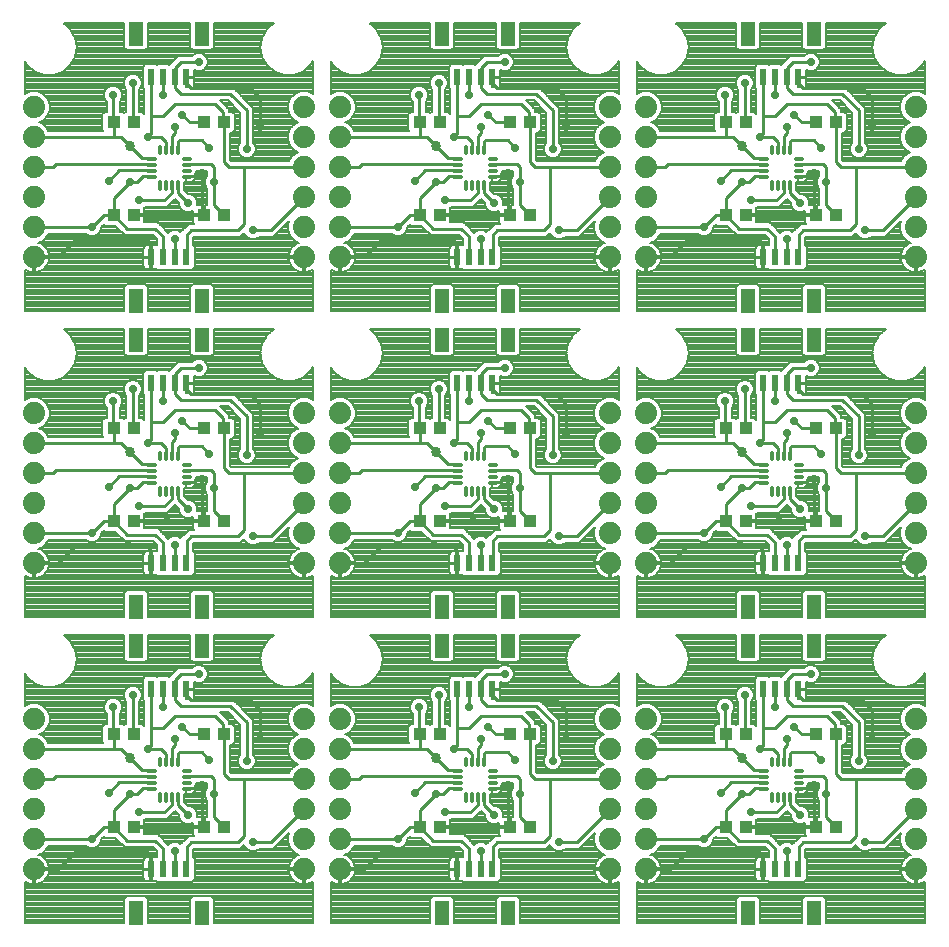
<source format=gtl>
G75*
%MOIN*%
%OFA0B0*%
%FSLAX25Y25*%
%IPPOS*%
%LPD*%
%AMOC8*
5,1,8,0,0,1.08239X$1,22.5*
%
%ADD10C,0.00886*%
%ADD11R,0.04331X0.03937*%
%ADD12C,0.07400*%
%ADD13R,0.04724X0.07874*%
%ADD14R,0.02362X0.05315*%
%ADD15C,0.00800*%
%ADD16C,0.02900*%
%ADD17C,0.01000*%
%ADD18C,0.03400*%
D10*
X0198666Y0181884D02*
X0201126Y0181884D01*
X0198666Y0181884D02*
X0198666Y0182178D01*
X0201126Y0182178D01*
X0201126Y0181884D01*
X0201126Y0183853D02*
X0198666Y0183853D01*
X0198666Y0184147D01*
X0201126Y0184147D01*
X0201126Y0183853D01*
X0201126Y0185822D02*
X0198666Y0185822D01*
X0198666Y0186116D01*
X0201126Y0186116D01*
X0201126Y0185822D01*
X0201126Y0187790D02*
X0198666Y0187790D01*
X0198666Y0188084D01*
X0201126Y0188084D01*
X0201126Y0187790D01*
X0203043Y0189668D02*
X0203043Y0192128D01*
X0203043Y0189668D02*
X0202749Y0189668D01*
X0202749Y0192128D01*
X0203043Y0192128D01*
X0203043Y0190553D02*
X0202749Y0190553D01*
X0202749Y0191438D02*
X0203043Y0191438D01*
X0205012Y0192128D02*
X0205012Y0189668D01*
X0204718Y0189668D01*
X0204718Y0192128D01*
X0205012Y0192128D01*
X0205012Y0190553D02*
X0204718Y0190553D01*
X0204718Y0191438D02*
X0205012Y0191438D01*
X0206980Y0192128D02*
X0206980Y0189668D01*
X0206686Y0189668D01*
X0206686Y0192128D01*
X0206980Y0192128D01*
X0206980Y0190553D02*
X0206686Y0190553D01*
X0206686Y0191438D02*
X0206980Y0191438D01*
X0208949Y0192128D02*
X0208949Y0189668D01*
X0208655Y0189668D01*
X0208655Y0192128D01*
X0208949Y0192128D01*
X0208949Y0190553D02*
X0208655Y0190553D01*
X0208655Y0191438D02*
X0208949Y0191438D01*
X0210493Y0188045D02*
X0212953Y0188045D01*
X0212953Y0187751D01*
X0210493Y0187751D01*
X0210493Y0188045D01*
X0210493Y0186076D02*
X0212953Y0186076D01*
X0212953Y0185782D01*
X0210493Y0185782D01*
X0210493Y0186076D01*
X0210493Y0184108D02*
X0212953Y0184108D01*
X0212953Y0183814D01*
X0210493Y0183814D01*
X0210493Y0184108D01*
X0210493Y0182139D02*
X0212953Y0182139D01*
X0212953Y0181845D01*
X0210493Y0181845D01*
X0210493Y0182139D01*
X0208655Y0180301D02*
X0208655Y0177841D01*
X0208655Y0180301D02*
X0208949Y0180301D01*
X0208949Y0177841D01*
X0208655Y0177841D01*
X0208655Y0178726D02*
X0208949Y0178726D01*
X0208949Y0179611D02*
X0208655Y0179611D01*
X0206686Y0180301D02*
X0206686Y0177841D01*
X0206686Y0180301D02*
X0206980Y0180301D01*
X0206980Y0177841D01*
X0206686Y0177841D01*
X0206686Y0178726D02*
X0206980Y0178726D01*
X0206980Y0179611D02*
X0206686Y0179611D01*
X0204718Y0180301D02*
X0204718Y0177841D01*
X0204718Y0180301D02*
X0205012Y0180301D01*
X0205012Y0177841D01*
X0204718Y0177841D01*
X0204718Y0178726D02*
X0205012Y0178726D01*
X0205012Y0179611D02*
X0204718Y0179611D01*
X0202749Y0180301D02*
X0202749Y0177841D01*
X0202749Y0180301D02*
X0203043Y0180301D01*
X0203043Y0177841D01*
X0202749Y0177841D01*
X0202749Y0178726D02*
X0203043Y0178726D01*
X0203043Y0179611D02*
X0202749Y0179611D01*
X0300666Y0181884D02*
X0303126Y0181884D01*
X0300666Y0181884D02*
X0300666Y0182178D01*
X0303126Y0182178D01*
X0303126Y0181884D01*
X0303126Y0183853D02*
X0300666Y0183853D01*
X0300666Y0184147D01*
X0303126Y0184147D01*
X0303126Y0183853D01*
X0303126Y0185822D02*
X0300666Y0185822D01*
X0300666Y0186116D01*
X0303126Y0186116D01*
X0303126Y0185822D01*
X0303126Y0187790D02*
X0300666Y0187790D01*
X0300666Y0188084D01*
X0303126Y0188084D01*
X0303126Y0187790D01*
X0305043Y0189668D02*
X0305043Y0192128D01*
X0305043Y0189668D02*
X0304749Y0189668D01*
X0304749Y0192128D01*
X0305043Y0192128D01*
X0305043Y0190553D02*
X0304749Y0190553D01*
X0304749Y0191438D02*
X0305043Y0191438D01*
X0307012Y0192128D02*
X0307012Y0189668D01*
X0306718Y0189668D01*
X0306718Y0192128D01*
X0307012Y0192128D01*
X0307012Y0190553D02*
X0306718Y0190553D01*
X0306718Y0191438D02*
X0307012Y0191438D01*
X0308980Y0192128D02*
X0308980Y0189668D01*
X0308686Y0189668D01*
X0308686Y0192128D01*
X0308980Y0192128D01*
X0308980Y0190553D02*
X0308686Y0190553D01*
X0308686Y0191438D02*
X0308980Y0191438D01*
X0310949Y0192128D02*
X0310949Y0189668D01*
X0310655Y0189668D01*
X0310655Y0192128D01*
X0310949Y0192128D01*
X0310949Y0190553D02*
X0310655Y0190553D01*
X0310655Y0191438D02*
X0310949Y0191438D01*
X0312493Y0188045D02*
X0314953Y0188045D01*
X0314953Y0187751D01*
X0312493Y0187751D01*
X0312493Y0188045D01*
X0312493Y0186076D02*
X0314953Y0186076D01*
X0314953Y0185782D01*
X0312493Y0185782D01*
X0312493Y0186076D01*
X0312493Y0184108D02*
X0314953Y0184108D01*
X0314953Y0183814D01*
X0312493Y0183814D01*
X0312493Y0184108D01*
X0312493Y0182139D02*
X0314953Y0182139D01*
X0314953Y0181845D01*
X0312493Y0181845D01*
X0312493Y0182139D01*
X0310655Y0180301D02*
X0310655Y0177841D01*
X0310655Y0180301D02*
X0310949Y0180301D01*
X0310949Y0177841D01*
X0310655Y0177841D01*
X0310655Y0178726D02*
X0310949Y0178726D01*
X0310949Y0179611D02*
X0310655Y0179611D01*
X0308686Y0180301D02*
X0308686Y0177841D01*
X0308686Y0180301D02*
X0308980Y0180301D01*
X0308980Y0177841D01*
X0308686Y0177841D01*
X0308686Y0178726D02*
X0308980Y0178726D01*
X0308980Y0179611D02*
X0308686Y0179611D01*
X0306718Y0180301D02*
X0306718Y0177841D01*
X0306718Y0180301D02*
X0307012Y0180301D01*
X0307012Y0177841D01*
X0306718Y0177841D01*
X0306718Y0178726D02*
X0307012Y0178726D01*
X0307012Y0179611D02*
X0306718Y0179611D01*
X0304749Y0180301D02*
X0304749Y0177841D01*
X0304749Y0180301D02*
X0305043Y0180301D01*
X0305043Y0177841D01*
X0304749Y0177841D01*
X0304749Y0178726D02*
X0305043Y0178726D01*
X0305043Y0179611D02*
X0304749Y0179611D01*
X0402666Y0181884D02*
X0405126Y0181884D01*
X0402666Y0181884D02*
X0402666Y0182178D01*
X0405126Y0182178D01*
X0405126Y0181884D01*
X0405126Y0183853D02*
X0402666Y0183853D01*
X0402666Y0184147D01*
X0405126Y0184147D01*
X0405126Y0183853D01*
X0405126Y0185822D02*
X0402666Y0185822D01*
X0402666Y0186116D01*
X0405126Y0186116D01*
X0405126Y0185822D01*
X0405126Y0187790D02*
X0402666Y0187790D01*
X0402666Y0188084D01*
X0405126Y0188084D01*
X0405126Y0187790D01*
X0407043Y0189668D02*
X0407043Y0192128D01*
X0407043Y0189668D02*
X0406749Y0189668D01*
X0406749Y0192128D01*
X0407043Y0192128D01*
X0407043Y0190553D02*
X0406749Y0190553D01*
X0406749Y0191438D02*
X0407043Y0191438D01*
X0409012Y0192128D02*
X0409012Y0189668D01*
X0408718Y0189668D01*
X0408718Y0192128D01*
X0409012Y0192128D01*
X0409012Y0190553D02*
X0408718Y0190553D01*
X0408718Y0191438D02*
X0409012Y0191438D01*
X0410980Y0192128D02*
X0410980Y0189668D01*
X0410686Y0189668D01*
X0410686Y0192128D01*
X0410980Y0192128D01*
X0410980Y0190553D02*
X0410686Y0190553D01*
X0410686Y0191438D02*
X0410980Y0191438D01*
X0412949Y0192128D02*
X0412949Y0189668D01*
X0412655Y0189668D01*
X0412655Y0192128D01*
X0412949Y0192128D01*
X0412949Y0190553D02*
X0412655Y0190553D01*
X0412655Y0191438D02*
X0412949Y0191438D01*
X0414493Y0188045D02*
X0416953Y0188045D01*
X0416953Y0187751D01*
X0414493Y0187751D01*
X0414493Y0188045D01*
X0414493Y0186076D02*
X0416953Y0186076D01*
X0416953Y0185782D01*
X0414493Y0185782D01*
X0414493Y0186076D01*
X0414493Y0184108D02*
X0416953Y0184108D01*
X0416953Y0183814D01*
X0414493Y0183814D01*
X0414493Y0184108D01*
X0414493Y0182139D02*
X0416953Y0182139D01*
X0416953Y0181845D01*
X0414493Y0181845D01*
X0414493Y0182139D01*
X0412655Y0180301D02*
X0412655Y0177841D01*
X0412655Y0180301D02*
X0412949Y0180301D01*
X0412949Y0177841D01*
X0412655Y0177841D01*
X0412655Y0178726D02*
X0412949Y0178726D01*
X0412949Y0179611D02*
X0412655Y0179611D01*
X0410686Y0180301D02*
X0410686Y0177841D01*
X0410686Y0180301D02*
X0410980Y0180301D01*
X0410980Y0177841D01*
X0410686Y0177841D01*
X0410686Y0178726D02*
X0410980Y0178726D01*
X0410980Y0179611D02*
X0410686Y0179611D01*
X0408718Y0180301D02*
X0408718Y0177841D01*
X0408718Y0180301D02*
X0409012Y0180301D01*
X0409012Y0177841D01*
X0408718Y0177841D01*
X0408718Y0178726D02*
X0409012Y0178726D01*
X0409012Y0179611D02*
X0408718Y0179611D01*
X0406749Y0180301D02*
X0406749Y0177841D01*
X0406749Y0180301D02*
X0407043Y0180301D01*
X0407043Y0177841D01*
X0406749Y0177841D01*
X0406749Y0178726D02*
X0407043Y0178726D01*
X0407043Y0179611D02*
X0406749Y0179611D01*
X0406749Y0279841D02*
X0406749Y0282301D01*
X0407043Y0282301D01*
X0407043Y0279841D01*
X0406749Y0279841D01*
X0406749Y0280726D02*
X0407043Y0280726D01*
X0407043Y0281611D02*
X0406749Y0281611D01*
X0408718Y0282301D02*
X0408718Y0279841D01*
X0408718Y0282301D02*
X0409012Y0282301D01*
X0409012Y0279841D01*
X0408718Y0279841D01*
X0408718Y0280726D02*
X0409012Y0280726D01*
X0409012Y0281611D02*
X0408718Y0281611D01*
X0410686Y0282301D02*
X0410686Y0279841D01*
X0410686Y0282301D02*
X0410980Y0282301D01*
X0410980Y0279841D01*
X0410686Y0279841D01*
X0410686Y0280726D02*
X0410980Y0280726D01*
X0410980Y0281611D02*
X0410686Y0281611D01*
X0412655Y0282301D02*
X0412655Y0279841D01*
X0412655Y0282301D02*
X0412949Y0282301D01*
X0412949Y0279841D01*
X0412655Y0279841D01*
X0412655Y0280726D02*
X0412949Y0280726D01*
X0412949Y0281611D02*
X0412655Y0281611D01*
X0414493Y0284139D02*
X0416953Y0284139D01*
X0416953Y0283845D01*
X0414493Y0283845D01*
X0414493Y0284139D01*
X0414493Y0286108D02*
X0416953Y0286108D01*
X0416953Y0285814D01*
X0414493Y0285814D01*
X0414493Y0286108D01*
X0414493Y0288076D02*
X0416953Y0288076D01*
X0416953Y0287782D01*
X0414493Y0287782D01*
X0414493Y0288076D01*
X0414493Y0290045D02*
X0416953Y0290045D01*
X0416953Y0289751D01*
X0414493Y0289751D01*
X0414493Y0290045D01*
X0412949Y0291668D02*
X0412949Y0294128D01*
X0412949Y0291668D02*
X0412655Y0291668D01*
X0412655Y0294128D01*
X0412949Y0294128D01*
X0412949Y0292553D02*
X0412655Y0292553D01*
X0412655Y0293438D02*
X0412949Y0293438D01*
X0410980Y0294128D02*
X0410980Y0291668D01*
X0410686Y0291668D01*
X0410686Y0294128D01*
X0410980Y0294128D01*
X0410980Y0292553D02*
X0410686Y0292553D01*
X0410686Y0293438D02*
X0410980Y0293438D01*
X0409012Y0294128D02*
X0409012Y0291668D01*
X0408718Y0291668D01*
X0408718Y0294128D01*
X0409012Y0294128D01*
X0409012Y0292553D02*
X0408718Y0292553D01*
X0408718Y0293438D02*
X0409012Y0293438D01*
X0407043Y0294128D02*
X0407043Y0291668D01*
X0406749Y0291668D01*
X0406749Y0294128D01*
X0407043Y0294128D01*
X0407043Y0292553D02*
X0406749Y0292553D01*
X0406749Y0293438D02*
X0407043Y0293438D01*
X0405126Y0289790D02*
X0402666Y0289790D01*
X0402666Y0290084D01*
X0405126Y0290084D01*
X0405126Y0289790D01*
X0405126Y0287822D02*
X0402666Y0287822D01*
X0402666Y0288116D01*
X0405126Y0288116D01*
X0405126Y0287822D01*
X0405126Y0285853D02*
X0402666Y0285853D01*
X0402666Y0286147D01*
X0405126Y0286147D01*
X0405126Y0285853D01*
X0405126Y0283884D02*
X0402666Y0283884D01*
X0402666Y0284178D01*
X0405126Y0284178D01*
X0405126Y0283884D01*
X0314953Y0284139D02*
X0312493Y0284139D01*
X0314953Y0284139D02*
X0314953Y0283845D01*
X0312493Y0283845D01*
X0312493Y0284139D01*
X0312493Y0286108D02*
X0314953Y0286108D01*
X0314953Y0285814D01*
X0312493Y0285814D01*
X0312493Y0286108D01*
X0312493Y0288076D02*
X0314953Y0288076D01*
X0314953Y0287782D01*
X0312493Y0287782D01*
X0312493Y0288076D01*
X0312493Y0290045D02*
X0314953Y0290045D01*
X0314953Y0289751D01*
X0312493Y0289751D01*
X0312493Y0290045D01*
X0310949Y0291668D02*
X0310949Y0294128D01*
X0310949Y0291668D02*
X0310655Y0291668D01*
X0310655Y0294128D01*
X0310949Y0294128D01*
X0310949Y0292553D02*
X0310655Y0292553D01*
X0310655Y0293438D02*
X0310949Y0293438D01*
X0308980Y0294128D02*
X0308980Y0291668D01*
X0308686Y0291668D01*
X0308686Y0294128D01*
X0308980Y0294128D01*
X0308980Y0292553D02*
X0308686Y0292553D01*
X0308686Y0293438D02*
X0308980Y0293438D01*
X0307012Y0294128D02*
X0307012Y0291668D01*
X0306718Y0291668D01*
X0306718Y0294128D01*
X0307012Y0294128D01*
X0307012Y0292553D02*
X0306718Y0292553D01*
X0306718Y0293438D02*
X0307012Y0293438D01*
X0305043Y0294128D02*
X0305043Y0291668D01*
X0304749Y0291668D01*
X0304749Y0294128D01*
X0305043Y0294128D01*
X0305043Y0292553D02*
X0304749Y0292553D01*
X0304749Y0293438D02*
X0305043Y0293438D01*
X0303126Y0289790D02*
X0300666Y0289790D01*
X0300666Y0290084D01*
X0303126Y0290084D01*
X0303126Y0289790D01*
X0303126Y0287822D02*
X0300666Y0287822D01*
X0300666Y0288116D01*
X0303126Y0288116D01*
X0303126Y0287822D01*
X0303126Y0285853D02*
X0300666Y0285853D01*
X0300666Y0286147D01*
X0303126Y0286147D01*
X0303126Y0285853D01*
X0303126Y0283884D02*
X0300666Y0283884D01*
X0300666Y0284178D01*
X0303126Y0284178D01*
X0303126Y0283884D01*
X0304749Y0282301D02*
X0304749Y0279841D01*
X0304749Y0282301D02*
X0305043Y0282301D01*
X0305043Y0279841D01*
X0304749Y0279841D01*
X0304749Y0280726D02*
X0305043Y0280726D01*
X0305043Y0281611D02*
X0304749Y0281611D01*
X0306718Y0282301D02*
X0306718Y0279841D01*
X0306718Y0282301D02*
X0307012Y0282301D01*
X0307012Y0279841D01*
X0306718Y0279841D01*
X0306718Y0280726D02*
X0307012Y0280726D01*
X0307012Y0281611D02*
X0306718Y0281611D01*
X0308686Y0282301D02*
X0308686Y0279841D01*
X0308686Y0282301D02*
X0308980Y0282301D01*
X0308980Y0279841D01*
X0308686Y0279841D01*
X0308686Y0280726D02*
X0308980Y0280726D01*
X0308980Y0281611D02*
X0308686Y0281611D01*
X0310655Y0282301D02*
X0310655Y0279841D01*
X0310655Y0282301D02*
X0310949Y0282301D01*
X0310949Y0279841D01*
X0310655Y0279841D01*
X0310655Y0280726D02*
X0310949Y0280726D01*
X0310949Y0281611D02*
X0310655Y0281611D01*
X0212953Y0284139D02*
X0210493Y0284139D01*
X0212953Y0284139D02*
X0212953Y0283845D01*
X0210493Y0283845D01*
X0210493Y0284139D01*
X0210493Y0286108D02*
X0212953Y0286108D01*
X0212953Y0285814D01*
X0210493Y0285814D01*
X0210493Y0286108D01*
X0210493Y0288076D02*
X0212953Y0288076D01*
X0212953Y0287782D01*
X0210493Y0287782D01*
X0210493Y0288076D01*
X0210493Y0290045D02*
X0212953Y0290045D01*
X0212953Y0289751D01*
X0210493Y0289751D01*
X0210493Y0290045D01*
X0208949Y0291668D02*
X0208949Y0294128D01*
X0208949Y0291668D02*
X0208655Y0291668D01*
X0208655Y0294128D01*
X0208949Y0294128D01*
X0208949Y0292553D02*
X0208655Y0292553D01*
X0208655Y0293438D02*
X0208949Y0293438D01*
X0206980Y0294128D02*
X0206980Y0291668D01*
X0206686Y0291668D01*
X0206686Y0294128D01*
X0206980Y0294128D01*
X0206980Y0292553D02*
X0206686Y0292553D01*
X0206686Y0293438D02*
X0206980Y0293438D01*
X0205012Y0294128D02*
X0205012Y0291668D01*
X0204718Y0291668D01*
X0204718Y0294128D01*
X0205012Y0294128D01*
X0205012Y0292553D02*
X0204718Y0292553D01*
X0204718Y0293438D02*
X0205012Y0293438D01*
X0203043Y0294128D02*
X0203043Y0291668D01*
X0202749Y0291668D01*
X0202749Y0294128D01*
X0203043Y0294128D01*
X0203043Y0292553D02*
X0202749Y0292553D01*
X0202749Y0293438D02*
X0203043Y0293438D01*
X0201126Y0289790D02*
X0198666Y0289790D01*
X0198666Y0290084D01*
X0201126Y0290084D01*
X0201126Y0289790D01*
X0201126Y0287822D02*
X0198666Y0287822D01*
X0198666Y0288116D01*
X0201126Y0288116D01*
X0201126Y0287822D01*
X0201126Y0285853D02*
X0198666Y0285853D01*
X0198666Y0286147D01*
X0201126Y0286147D01*
X0201126Y0285853D01*
X0201126Y0283884D02*
X0198666Y0283884D01*
X0198666Y0284178D01*
X0201126Y0284178D01*
X0201126Y0283884D01*
X0202749Y0282301D02*
X0202749Y0279841D01*
X0202749Y0282301D02*
X0203043Y0282301D01*
X0203043Y0279841D01*
X0202749Y0279841D01*
X0202749Y0280726D02*
X0203043Y0280726D01*
X0203043Y0281611D02*
X0202749Y0281611D01*
X0204718Y0282301D02*
X0204718Y0279841D01*
X0204718Y0282301D02*
X0205012Y0282301D01*
X0205012Y0279841D01*
X0204718Y0279841D01*
X0204718Y0280726D02*
X0205012Y0280726D01*
X0205012Y0281611D02*
X0204718Y0281611D01*
X0206686Y0282301D02*
X0206686Y0279841D01*
X0206686Y0282301D02*
X0206980Y0282301D01*
X0206980Y0279841D01*
X0206686Y0279841D01*
X0206686Y0280726D02*
X0206980Y0280726D01*
X0206980Y0281611D02*
X0206686Y0281611D01*
X0208655Y0282301D02*
X0208655Y0279841D01*
X0208655Y0282301D02*
X0208949Y0282301D01*
X0208949Y0279841D01*
X0208655Y0279841D01*
X0208655Y0280726D02*
X0208949Y0280726D01*
X0208949Y0281611D02*
X0208655Y0281611D01*
X0208655Y0381841D02*
X0208655Y0384301D01*
X0208949Y0384301D01*
X0208949Y0381841D01*
X0208655Y0381841D01*
X0208655Y0382726D02*
X0208949Y0382726D01*
X0208949Y0383611D02*
X0208655Y0383611D01*
X0206686Y0384301D02*
X0206686Y0381841D01*
X0206686Y0384301D02*
X0206980Y0384301D01*
X0206980Y0381841D01*
X0206686Y0381841D01*
X0206686Y0382726D02*
X0206980Y0382726D01*
X0206980Y0383611D02*
X0206686Y0383611D01*
X0204718Y0384301D02*
X0204718Y0381841D01*
X0204718Y0384301D02*
X0205012Y0384301D01*
X0205012Y0381841D01*
X0204718Y0381841D01*
X0204718Y0382726D02*
X0205012Y0382726D01*
X0205012Y0383611D02*
X0204718Y0383611D01*
X0202749Y0384301D02*
X0202749Y0381841D01*
X0202749Y0384301D02*
X0203043Y0384301D01*
X0203043Y0381841D01*
X0202749Y0381841D01*
X0202749Y0382726D02*
X0203043Y0382726D01*
X0203043Y0383611D02*
X0202749Y0383611D01*
X0201126Y0385884D02*
X0198666Y0385884D01*
X0198666Y0386178D01*
X0201126Y0386178D01*
X0201126Y0385884D01*
X0201126Y0387853D02*
X0198666Y0387853D01*
X0198666Y0388147D01*
X0201126Y0388147D01*
X0201126Y0387853D01*
X0201126Y0389822D02*
X0198666Y0389822D01*
X0198666Y0390116D01*
X0201126Y0390116D01*
X0201126Y0389822D01*
X0201126Y0391790D02*
X0198666Y0391790D01*
X0198666Y0392084D01*
X0201126Y0392084D01*
X0201126Y0391790D01*
X0203043Y0393668D02*
X0203043Y0396128D01*
X0203043Y0393668D02*
X0202749Y0393668D01*
X0202749Y0396128D01*
X0203043Y0396128D01*
X0203043Y0394553D02*
X0202749Y0394553D01*
X0202749Y0395438D02*
X0203043Y0395438D01*
X0205012Y0396128D02*
X0205012Y0393668D01*
X0204718Y0393668D01*
X0204718Y0396128D01*
X0205012Y0396128D01*
X0205012Y0394553D02*
X0204718Y0394553D01*
X0204718Y0395438D02*
X0205012Y0395438D01*
X0206980Y0396128D02*
X0206980Y0393668D01*
X0206686Y0393668D01*
X0206686Y0396128D01*
X0206980Y0396128D01*
X0206980Y0394553D02*
X0206686Y0394553D01*
X0206686Y0395438D02*
X0206980Y0395438D01*
X0208949Y0396128D02*
X0208949Y0393668D01*
X0208655Y0393668D01*
X0208655Y0396128D01*
X0208949Y0396128D01*
X0208949Y0394553D02*
X0208655Y0394553D01*
X0208655Y0395438D02*
X0208949Y0395438D01*
X0210493Y0392045D02*
X0212953Y0392045D01*
X0212953Y0391751D01*
X0210493Y0391751D01*
X0210493Y0392045D01*
X0210493Y0390076D02*
X0212953Y0390076D01*
X0212953Y0389782D01*
X0210493Y0389782D01*
X0210493Y0390076D01*
X0210493Y0388108D02*
X0212953Y0388108D01*
X0212953Y0387814D01*
X0210493Y0387814D01*
X0210493Y0388108D01*
X0210493Y0386139D02*
X0212953Y0386139D01*
X0212953Y0385845D01*
X0210493Y0385845D01*
X0210493Y0386139D01*
X0300666Y0385884D02*
X0303126Y0385884D01*
X0300666Y0385884D02*
X0300666Y0386178D01*
X0303126Y0386178D01*
X0303126Y0385884D01*
X0303126Y0387853D02*
X0300666Y0387853D01*
X0300666Y0388147D01*
X0303126Y0388147D01*
X0303126Y0387853D01*
X0303126Y0389822D02*
X0300666Y0389822D01*
X0300666Y0390116D01*
X0303126Y0390116D01*
X0303126Y0389822D01*
X0303126Y0391790D02*
X0300666Y0391790D01*
X0300666Y0392084D01*
X0303126Y0392084D01*
X0303126Y0391790D01*
X0305043Y0393668D02*
X0305043Y0396128D01*
X0305043Y0393668D02*
X0304749Y0393668D01*
X0304749Y0396128D01*
X0305043Y0396128D01*
X0305043Y0394553D02*
X0304749Y0394553D01*
X0304749Y0395438D02*
X0305043Y0395438D01*
X0307012Y0396128D02*
X0307012Y0393668D01*
X0306718Y0393668D01*
X0306718Y0396128D01*
X0307012Y0396128D01*
X0307012Y0394553D02*
X0306718Y0394553D01*
X0306718Y0395438D02*
X0307012Y0395438D01*
X0308980Y0396128D02*
X0308980Y0393668D01*
X0308686Y0393668D01*
X0308686Y0396128D01*
X0308980Y0396128D01*
X0308980Y0394553D02*
X0308686Y0394553D01*
X0308686Y0395438D02*
X0308980Y0395438D01*
X0310949Y0396128D02*
X0310949Y0393668D01*
X0310655Y0393668D01*
X0310655Y0396128D01*
X0310949Y0396128D01*
X0310949Y0394553D02*
X0310655Y0394553D01*
X0310655Y0395438D02*
X0310949Y0395438D01*
X0312493Y0392045D02*
X0314953Y0392045D01*
X0314953Y0391751D01*
X0312493Y0391751D01*
X0312493Y0392045D01*
X0312493Y0390076D02*
X0314953Y0390076D01*
X0314953Y0389782D01*
X0312493Y0389782D01*
X0312493Y0390076D01*
X0312493Y0388108D02*
X0314953Y0388108D01*
X0314953Y0387814D01*
X0312493Y0387814D01*
X0312493Y0388108D01*
X0312493Y0386139D02*
X0314953Y0386139D01*
X0314953Y0385845D01*
X0312493Y0385845D01*
X0312493Y0386139D01*
X0310655Y0384301D02*
X0310655Y0381841D01*
X0310655Y0384301D02*
X0310949Y0384301D01*
X0310949Y0381841D01*
X0310655Y0381841D01*
X0310655Y0382726D02*
X0310949Y0382726D01*
X0310949Y0383611D02*
X0310655Y0383611D01*
X0308686Y0384301D02*
X0308686Y0381841D01*
X0308686Y0384301D02*
X0308980Y0384301D01*
X0308980Y0381841D01*
X0308686Y0381841D01*
X0308686Y0382726D02*
X0308980Y0382726D01*
X0308980Y0383611D02*
X0308686Y0383611D01*
X0306718Y0384301D02*
X0306718Y0381841D01*
X0306718Y0384301D02*
X0307012Y0384301D01*
X0307012Y0381841D01*
X0306718Y0381841D01*
X0306718Y0382726D02*
X0307012Y0382726D01*
X0307012Y0383611D02*
X0306718Y0383611D01*
X0304749Y0384301D02*
X0304749Y0381841D01*
X0304749Y0384301D02*
X0305043Y0384301D01*
X0305043Y0381841D01*
X0304749Y0381841D01*
X0304749Y0382726D02*
X0305043Y0382726D01*
X0305043Y0383611D02*
X0304749Y0383611D01*
X0402666Y0385884D02*
X0405126Y0385884D01*
X0402666Y0385884D02*
X0402666Y0386178D01*
X0405126Y0386178D01*
X0405126Y0385884D01*
X0405126Y0387853D02*
X0402666Y0387853D01*
X0402666Y0388147D01*
X0405126Y0388147D01*
X0405126Y0387853D01*
X0405126Y0389822D02*
X0402666Y0389822D01*
X0402666Y0390116D01*
X0405126Y0390116D01*
X0405126Y0389822D01*
X0405126Y0391790D02*
X0402666Y0391790D01*
X0402666Y0392084D01*
X0405126Y0392084D01*
X0405126Y0391790D01*
X0407043Y0393668D02*
X0407043Y0396128D01*
X0407043Y0393668D02*
X0406749Y0393668D01*
X0406749Y0396128D01*
X0407043Y0396128D01*
X0407043Y0394553D02*
X0406749Y0394553D01*
X0406749Y0395438D02*
X0407043Y0395438D01*
X0409012Y0396128D02*
X0409012Y0393668D01*
X0408718Y0393668D01*
X0408718Y0396128D01*
X0409012Y0396128D01*
X0409012Y0394553D02*
X0408718Y0394553D01*
X0408718Y0395438D02*
X0409012Y0395438D01*
X0410980Y0396128D02*
X0410980Y0393668D01*
X0410686Y0393668D01*
X0410686Y0396128D01*
X0410980Y0396128D01*
X0410980Y0394553D02*
X0410686Y0394553D01*
X0410686Y0395438D02*
X0410980Y0395438D01*
X0412949Y0396128D02*
X0412949Y0393668D01*
X0412655Y0393668D01*
X0412655Y0396128D01*
X0412949Y0396128D01*
X0412949Y0394553D02*
X0412655Y0394553D01*
X0412655Y0395438D02*
X0412949Y0395438D01*
X0414493Y0392045D02*
X0416953Y0392045D01*
X0416953Y0391751D01*
X0414493Y0391751D01*
X0414493Y0392045D01*
X0414493Y0390076D02*
X0416953Y0390076D01*
X0416953Y0389782D01*
X0414493Y0389782D01*
X0414493Y0390076D01*
X0414493Y0388108D02*
X0416953Y0388108D01*
X0416953Y0387814D01*
X0414493Y0387814D01*
X0414493Y0388108D01*
X0414493Y0386139D02*
X0416953Y0386139D01*
X0416953Y0385845D01*
X0414493Y0385845D01*
X0414493Y0386139D01*
X0412655Y0384301D02*
X0412655Y0381841D01*
X0412655Y0384301D02*
X0412949Y0384301D01*
X0412949Y0381841D01*
X0412655Y0381841D01*
X0412655Y0382726D02*
X0412949Y0382726D01*
X0412949Y0383611D02*
X0412655Y0383611D01*
X0410686Y0384301D02*
X0410686Y0381841D01*
X0410686Y0384301D02*
X0410980Y0384301D01*
X0410980Y0381841D01*
X0410686Y0381841D01*
X0410686Y0382726D02*
X0410980Y0382726D01*
X0410980Y0383611D02*
X0410686Y0383611D01*
X0408718Y0384301D02*
X0408718Y0381841D01*
X0408718Y0384301D02*
X0409012Y0384301D01*
X0409012Y0381841D01*
X0408718Y0381841D01*
X0408718Y0382726D02*
X0409012Y0382726D01*
X0409012Y0383611D02*
X0408718Y0383611D01*
X0406749Y0384301D02*
X0406749Y0381841D01*
X0406749Y0384301D02*
X0407043Y0384301D01*
X0407043Y0381841D01*
X0406749Y0381841D01*
X0406749Y0382726D02*
X0407043Y0382726D01*
X0407043Y0383611D02*
X0406749Y0383611D01*
D11*
X0398180Y0373000D03*
X0391487Y0373000D03*
X0421487Y0373000D03*
X0428180Y0373000D03*
X0428180Y0404000D03*
X0421487Y0404000D03*
X0398180Y0404000D03*
X0391487Y0404000D03*
X0326180Y0404000D03*
X0319487Y0404000D03*
X0296180Y0404000D03*
X0289487Y0404000D03*
X0289487Y0373000D03*
X0296180Y0373000D03*
X0319487Y0373000D03*
X0326180Y0373000D03*
X0326180Y0302000D03*
X0319487Y0302000D03*
X0296180Y0302000D03*
X0289487Y0302000D03*
X0289487Y0271000D03*
X0296180Y0271000D03*
X0319487Y0271000D03*
X0326180Y0271000D03*
X0391487Y0271000D03*
X0398180Y0271000D03*
X0421487Y0271000D03*
X0428180Y0271000D03*
X0428180Y0302000D03*
X0421487Y0302000D03*
X0398180Y0302000D03*
X0391487Y0302000D03*
X0391487Y0200000D03*
X0398180Y0200000D03*
X0421487Y0200000D03*
X0428180Y0200000D03*
X0428180Y0169000D03*
X0421487Y0169000D03*
X0398180Y0169000D03*
X0391487Y0169000D03*
X0326180Y0169000D03*
X0319487Y0169000D03*
X0296180Y0169000D03*
X0289487Y0169000D03*
X0289487Y0200000D03*
X0296180Y0200000D03*
X0319487Y0200000D03*
X0326180Y0200000D03*
X0224180Y0200000D03*
X0217487Y0200000D03*
X0194180Y0200000D03*
X0187487Y0200000D03*
X0187487Y0169000D03*
X0194180Y0169000D03*
X0217487Y0169000D03*
X0224180Y0169000D03*
X0224180Y0271000D03*
X0217487Y0271000D03*
X0194180Y0271000D03*
X0187487Y0271000D03*
X0187487Y0302000D03*
X0194180Y0302000D03*
X0217487Y0302000D03*
X0224180Y0302000D03*
X0224180Y0373000D03*
X0217487Y0373000D03*
X0194180Y0373000D03*
X0187487Y0373000D03*
X0187487Y0404000D03*
X0194180Y0404000D03*
X0217487Y0404000D03*
X0224180Y0404000D03*
D12*
X0250833Y0399000D03*
X0250833Y0389000D03*
X0250833Y0379000D03*
X0250833Y0369000D03*
X0250833Y0359000D03*
X0262833Y0359000D03*
X0262833Y0369000D03*
X0262833Y0379000D03*
X0262833Y0389000D03*
X0262833Y0399000D03*
X0262833Y0409000D03*
X0250833Y0409000D03*
X0160833Y0409000D03*
X0160833Y0399000D03*
X0160833Y0389000D03*
X0160833Y0379000D03*
X0160833Y0369000D03*
X0160833Y0359000D03*
X0160833Y0307000D03*
X0160833Y0297000D03*
X0160833Y0287000D03*
X0160833Y0277000D03*
X0160833Y0267000D03*
X0160833Y0257000D03*
X0160833Y0205000D03*
X0160833Y0195000D03*
X0160833Y0185000D03*
X0160833Y0175000D03*
X0160833Y0165000D03*
X0160833Y0155000D03*
X0250833Y0155000D03*
X0250833Y0165000D03*
X0250833Y0175000D03*
X0250833Y0185000D03*
X0250833Y0195000D03*
X0262833Y0195000D03*
X0262833Y0185000D03*
X0262833Y0175000D03*
X0262833Y0165000D03*
X0262833Y0155000D03*
X0262833Y0205000D03*
X0250833Y0205000D03*
X0250833Y0257000D03*
X0250833Y0267000D03*
X0250833Y0277000D03*
X0250833Y0287000D03*
X0250833Y0297000D03*
X0250833Y0307000D03*
X0262833Y0307000D03*
X0262833Y0297000D03*
X0262833Y0287000D03*
X0262833Y0277000D03*
X0262833Y0267000D03*
X0262833Y0257000D03*
X0352833Y0257000D03*
X0352833Y0267000D03*
X0352833Y0277000D03*
X0352833Y0287000D03*
X0352833Y0297000D03*
X0352833Y0307000D03*
X0364833Y0307000D03*
X0364833Y0297000D03*
X0364833Y0287000D03*
X0364833Y0277000D03*
X0364833Y0267000D03*
X0364833Y0257000D03*
X0364833Y0205000D03*
X0364833Y0195000D03*
X0364833Y0185000D03*
X0364833Y0175000D03*
X0364833Y0165000D03*
X0364833Y0155000D03*
X0352833Y0155000D03*
X0352833Y0165000D03*
X0352833Y0175000D03*
X0352833Y0185000D03*
X0352833Y0195000D03*
X0352833Y0205000D03*
X0454833Y0205000D03*
X0454833Y0195000D03*
X0454833Y0185000D03*
X0454833Y0175000D03*
X0454833Y0165000D03*
X0454833Y0155000D03*
X0454833Y0257000D03*
X0454833Y0267000D03*
X0454833Y0277000D03*
X0454833Y0287000D03*
X0454833Y0297000D03*
X0454833Y0307000D03*
X0454833Y0359000D03*
X0454833Y0369000D03*
X0454833Y0379000D03*
X0454833Y0389000D03*
X0454833Y0399000D03*
X0454833Y0409000D03*
X0364833Y0409000D03*
X0364833Y0399000D03*
X0364833Y0389000D03*
X0364833Y0379000D03*
X0364833Y0369000D03*
X0364833Y0359000D03*
X0352833Y0359000D03*
X0352833Y0369000D03*
X0352833Y0379000D03*
X0352833Y0389000D03*
X0352833Y0399000D03*
X0352833Y0409000D03*
D13*
X0318857Y0433469D03*
X0296810Y0433469D03*
X0216857Y0433469D03*
X0194810Y0433469D03*
X0194810Y0344531D03*
X0194810Y0331469D03*
X0216857Y0331469D03*
X0216857Y0344531D03*
X0296810Y0344531D03*
X0296810Y0331469D03*
X0318857Y0331469D03*
X0318857Y0344531D03*
X0398810Y0344531D03*
X0398810Y0331469D03*
X0420857Y0331469D03*
X0420857Y0344531D03*
X0420857Y0433469D03*
X0398810Y0433469D03*
X0398810Y0242531D03*
X0398810Y0229469D03*
X0420857Y0229469D03*
X0420857Y0242531D03*
X0318857Y0242531D03*
X0318857Y0229469D03*
X0296810Y0229469D03*
X0296810Y0242531D03*
X0216857Y0242531D03*
X0216857Y0229469D03*
X0194810Y0229469D03*
X0194810Y0242531D03*
X0194810Y0140531D03*
X0216857Y0140531D03*
X0296810Y0140531D03*
X0318857Y0140531D03*
X0398810Y0140531D03*
X0420857Y0140531D03*
D14*
X0415739Y0155000D03*
X0411802Y0155000D03*
X0407865Y0155000D03*
X0403928Y0155000D03*
X0403928Y0215000D03*
X0407865Y0215000D03*
X0411802Y0215000D03*
X0415739Y0215000D03*
X0415739Y0257000D03*
X0411802Y0257000D03*
X0407865Y0257000D03*
X0403928Y0257000D03*
X0403928Y0317000D03*
X0407865Y0317000D03*
X0411802Y0317000D03*
X0415739Y0317000D03*
X0415739Y0359000D03*
X0411802Y0359000D03*
X0407865Y0359000D03*
X0403928Y0359000D03*
X0403928Y0419000D03*
X0407865Y0419000D03*
X0411802Y0419000D03*
X0415739Y0419000D03*
X0313739Y0419000D03*
X0309802Y0419000D03*
X0305865Y0419000D03*
X0301928Y0419000D03*
X0301928Y0359000D03*
X0305865Y0359000D03*
X0309802Y0359000D03*
X0313739Y0359000D03*
X0313739Y0317000D03*
X0309802Y0317000D03*
X0305865Y0317000D03*
X0301928Y0317000D03*
X0301928Y0257000D03*
X0305865Y0257000D03*
X0309802Y0257000D03*
X0313739Y0257000D03*
X0313739Y0215000D03*
X0309802Y0215000D03*
X0305865Y0215000D03*
X0301928Y0215000D03*
X0301928Y0155000D03*
X0305865Y0155000D03*
X0309802Y0155000D03*
X0313739Y0155000D03*
X0211739Y0155000D03*
X0207802Y0155000D03*
X0203865Y0155000D03*
X0199928Y0155000D03*
X0199928Y0215000D03*
X0203865Y0215000D03*
X0207802Y0215000D03*
X0211739Y0215000D03*
X0211739Y0257000D03*
X0207802Y0257000D03*
X0203865Y0257000D03*
X0199928Y0257000D03*
X0199928Y0317000D03*
X0203865Y0317000D03*
X0207802Y0317000D03*
X0211739Y0317000D03*
X0211739Y0359000D03*
X0207802Y0359000D03*
X0203865Y0359000D03*
X0199928Y0359000D03*
X0199928Y0419000D03*
X0203865Y0419000D03*
X0207802Y0419000D03*
X0211739Y0419000D03*
D15*
X0157833Y0150876D02*
X0157833Y0137000D01*
X0190848Y0137000D01*
X0190848Y0145131D01*
X0191785Y0146068D01*
X0197835Y0146068D01*
X0198772Y0145131D01*
X0198772Y0137000D01*
X0212895Y0137000D01*
X0212895Y0145131D01*
X0213832Y0146068D01*
X0219882Y0146068D01*
X0220819Y0145131D01*
X0220819Y0137000D01*
X0253833Y0137000D01*
X0253833Y0150876D01*
X0253506Y0150638D01*
X0252791Y0150274D01*
X0252028Y0150026D01*
X0251235Y0149900D01*
X0251233Y0149900D01*
X0251233Y0154600D01*
X0250433Y0154600D01*
X0245733Y0154600D01*
X0245733Y0154599D01*
X0245859Y0153806D01*
X0246107Y0153042D01*
X0246471Y0152327D01*
X0246943Y0151678D01*
X0247511Y0151110D01*
X0248160Y0150638D01*
X0248876Y0150274D01*
X0249639Y0150026D01*
X0250432Y0149900D01*
X0250433Y0149900D01*
X0250433Y0154600D01*
X0250433Y0155400D01*
X0245733Y0155400D01*
X0245733Y0155401D01*
X0245859Y0156194D01*
X0246107Y0156958D01*
X0246471Y0157673D01*
X0246943Y0158322D01*
X0247511Y0158890D01*
X0248160Y0159362D01*
X0248876Y0159726D01*
X0249346Y0159879D01*
X0247831Y0160507D01*
X0246340Y0161998D01*
X0245533Y0163946D01*
X0245533Y0166054D01*
X0246011Y0167208D01*
X0241933Y0163130D01*
X0240703Y0161900D01*
X0236047Y0161900D01*
X0235561Y0161414D01*
X0234440Y0160950D01*
X0233227Y0160950D01*
X0232106Y0161414D01*
X0231248Y0162272D01*
X0230904Y0163101D01*
X0229703Y0161900D01*
X0214203Y0161900D01*
X0213933Y0161630D01*
X0213933Y0158907D01*
X0214520Y0158320D01*
X0214520Y0151680D01*
X0213583Y0150743D01*
X0209895Y0150743D01*
X0209770Y0150867D01*
X0209646Y0150743D01*
X0205958Y0150743D01*
X0205833Y0150867D01*
X0205709Y0150743D01*
X0202021Y0150743D01*
X0201698Y0151066D01*
X0201649Y0151038D01*
X0201293Y0150943D01*
X0200118Y0150943D01*
X0200118Y0154809D01*
X0199737Y0154809D01*
X0199737Y0150943D01*
X0198562Y0150943D01*
X0198206Y0151038D01*
X0197887Y0151222D01*
X0197626Y0151483D01*
X0197442Y0151802D01*
X0197347Y0152158D01*
X0197347Y0154809D01*
X0199737Y0154809D01*
X0199737Y0155191D01*
X0199737Y0159057D01*
X0198562Y0159057D01*
X0198206Y0158962D01*
X0197887Y0158778D01*
X0197626Y0158517D01*
X0197442Y0158198D01*
X0197347Y0157842D01*
X0197347Y0155191D01*
X0199737Y0155191D01*
X0200118Y0155191D01*
X0200118Y0159057D01*
X0201293Y0159057D01*
X0201649Y0158962D01*
X0201698Y0158934D01*
X0201765Y0159001D01*
X0201765Y0161099D01*
X0200463Y0162400D01*
X0191117Y0162400D01*
X0188086Y0165431D01*
X0184659Y0165431D01*
X0184197Y0165894D01*
X0183383Y0165080D01*
X0183383Y0164393D01*
X0182919Y0163272D01*
X0182061Y0162414D01*
X0180940Y0161950D01*
X0179727Y0161950D01*
X0178606Y0162414D01*
X0178120Y0162900D01*
X0165700Y0162900D01*
X0165326Y0161998D01*
X0163836Y0160507D01*
X0162320Y0159879D01*
X0162791Y0159726D01*
X0163506Y0159362D01*
X0164156Y0158890D01*
X0164723Y0158322D01*
X0165195Y0157673D01*
X0165560Y0156958D01*
X0165808Y0156194D01*
X0165933Y0155401D01*
X0165933Y0155400D01*
X0161233Y0155400D01*
X0161233Y0154600D01*
X0161233Y0149900D01*
X0161235Y0149900D01*
X0162028Y0150026D01*
X0162791Y0150274D01*
X0163506Y0150638D01*
X0164156Y0151110D01*
X0164723Y0151678D01*
X0165195Y0152327D01*
X0165560Y0153042D01*
X0165808Y0153806D01*
X0165933Y0154599D01*
X0165933Y0154600D01*
X0161233Y0154600D01*
X0160433Y0154600D01*
X0160433Y0149900D01*
X0160432Y0149900D01*
X0159639Y0150026D01*
X0158876Y0150274D01*
X0158160Y0150638D01*
X0157833Y0150876D01*
X0157833Y0150172D02*
X0159189Y0150172D01*
X0160433Y0150172D02*
X0161233Y0150172D01*
X0161233Y0150970D02*
X0160433Y0150970D01*
X0160433Y0151769D02*
X0161233Y0151769D01*
X0161233Y0152567D02*
X0160433Y0152567D01*
X0160433Y0153366D02*
X0161233Y0153366D01*
X0161233Y0154164D02*
X0160433Y0154164D01*
X0161233Y0154963D02*
X0199737Y0154963D01*
X0199737Y0155761D02*
X0200118Y0155761D01*
X0200118Y0156560D02*
X0199737Y0156560D01*
X0199737Y0157358D02*
X0200118Y0157358D01*
X0200118Y0158157D02*
X0199737Y0158157D01*
X0199737Y0158955D02*
X0200118Y0158955D01*
X0201661Y0158955D02*
X0201719Y0158955D01*
X0201765Y0159754D02*
X0162706Y0159754D01*
X0163881Y0160552D02*
X0201765Y0160552D01*
X0201513Y0161351D02*
X0164680Y0161351D01*
X0165389Y0162149D02*
X0179245Y0162149D01*
X0181421Y0162149D02*
X0200714Y0162149D01*
X0198195Y0158955D02*
X0164066Y0158955D01*
X0164844Y0158157D02*
X0197431Y0158157D01*
X0197347Y0157358D02*
X0165356Y0157358D01*
X0165689Y0156560D02*
X0197347Y0156560D01*
X0197347Y0155761D02*
X0165876Y0155761D01*
X0165865Y0154164D02*
X0197347Y0154164D01*
X0197347Y0153366D02*
X0165665Y0153366D01*
X0165318Y0152567D02*
X0197347Y0152567D01*
X0197461Y0151769D02*
X0164790Y0151769D01*
X0163963Y0150970D02*
X0198459Y0150970D01*
X0199737Y0150970D02*
X0200118Y0150970D01*
X0200118Y0151769D02*
X0199737Y0151769D01*
X0199737Y0152567D02*
X0200118Y0152567D01*
X0200118Y0153366D02*
X0199737Y0153366D01*
X0199737Y0154164D02*
X0200118Y0154164D01*
X0201397Y0150970D02*
X0201793Y0150970D01*
X0198522Y0145381D02*
X0213144Y0145381D01*
X0212895Y0144582D02*
X0198772Y0144582D01*
X0198772Y0143784D02*
X0212895Y0143784D01*
X0212895Y0142985D02*
X0198772Y0142985D01*
X0198772Y0142187D02*
X0212895Y0142187D01*
X0212895Y0141388D02*
X0198772Y0141388D01*
X0198772Y0140590D02*
X0212895Y0140590D01*
X0212895Y0139791D02*
X0198772Y0139791D01*
X0198772Y0138993D02*
X0212895Y0138993D01*
X0212895Y0138194D02*
X0198772Y0138194D01*
X0198772Y0137396D02*
X0212895Y0137396D01*
X0220819Y0137396D02*
X0253833Y0137396D01*
X0253833Y0138194D02*
X0220819Y0138194D01*
X0220819Y0138993D02*
X0253833Y0138993D01*
X0253833Y0139791D02*
X0220819Y0139791D01*
X0220819Y0140590D02*
X0253833Y0140590D01*
X0253833Y0141388D02*
X0220819Y0141388D01*
X0220819Y0142187D02*
X0253833Y0142187D01*
X0253833Y0142985D02*
X0220819Y0142985D01*
X0220819Y0143784D02*
X0253833Y0143784D01*
X0253833Y0144582D02*
X0220819Y0144582D01*
X0220570Y0145381D02*
X0253833Y0145381D01*
X0253833Y0146179D02*
X0157833Y0146179D01*
X0157833Y0145381D02*
X0191097Y0145381D01*
X0190848Y0144582D02*
X0157833Y0144582D01*
X0157833Y0143784D02*
X0190848Y0143784D01*
X0190848Y0142985D02*
X0157833Y0142985D01*
X0157833Y0142187D02*
X0190848Y0142187D01*
X0190848Y0141388D02*
X0157833Y0141388D01*
X0157833Y0140590D02*
X0190848Y0140590D01*
X0190848Y0139791D02*
X0157833Y0139791D01*
X0157833Y0138993D02*
X0190848Y0138993D01*
X0190848Y0138194D02*
X0157833Y0138194D01*
X0157833Y0137396D02*
X0190848Y0137396D01*
X0213810Y0150970D02*
X0247703Y0150970D01*
X0246877Y0151769D02*
X0214520Y0151769D01*
X0214520Y0152567D02*
X0246349Y0152567D01*
X0246002Y0153366D02*
X0214520Y0153366D01*
X0214520Y0154164D02*
X0245802Y0154164D01*
X0245790Y0155761D02*
X0214520Y0155761D01*
X0214520Y0154963D02*
X0250433Y0154963D01*
X0250433Y0154164D02*
X0251233Y0154164D01*
X0251233Y0153366D02*
X0250433Y0153366D01*
X0250433Y0152567D02*
X0251233Y0152567D01*
X0251233Y0151769D02*
X0250433Y0151769D01*
X0250433Y0150970D02*
X0251233Y0150970D01*
X0251233Y0150172D02*
X0250433Y0150172D01*
X0249189Y0150172D02*
X0162477Y0150172D01*
X0157833Y0149373D02*
X0253833Y0149373D01*
X0253833Y0148575D02*
X0157833Y0148575D01*
X0157833Y0147776D02*
X0253833Y0147776D01*
X0253833Y0146978D02*
X0157833Y0146978D01*
X0182595Y0162948D02*
X0190569Y0162948D01*
X0189771Y0163746D02*
X0183115Y0163746D01*
X0183383Y0164545D02*
X0188972Y0164545D01*
X0188174Y0165343D02*
X0183647Y0165343D01*
X0194580Y0168600D02*
X0194580Y0169400D01*
X0197745Y0169400D01*
X0197745Y0171153D01*
X0197651Y0171504D01*
X0198047Y0171900D01*
X0205203Y0171900D01*
X0206433Y0173130D01*
X0207833Y0174530D01*
X0209283Y0173080D01*
X0209283Y0172393D01*
X0209748Y0171272D01*
X0210606Y0170414D01*
X0211727Y0169950D01*
X0212940Y0169950D01*
X0213922Y0170357D01*
X0213922Y0169400D01*
X0217087Y0169400D01*
X0217087Y0172368D01*
X0215373Y0172368D01*
X0215383Y0172393D01*
X0215383Y0173607D01*
X0214919Y0174728D01*
X0214061Y0175586D01*
X0212940Y0176050D01*
X0212253Y0176050D01*
X0210992Y0177311D01*
X0210992Y0180002D01*
X0211723Y0180002D01*
X0211723Y0181770D01*
X0211723Y0181770D01*
X0211723Y0180002D01*
X0213196Y0180002D01*
X0213665Y0180127D01*
X0214085Y0180370D01*
X0214428Y0180713D01*
X0214671Y0181133D01*
X0214796Y0181602D01*
X0214796Y0181992D01*
X0214022Y0181992D01*
X0214796Y0181992D01*
X0214796Y0182382D01*
X0214715Y0182686D01*
X0214996Y0182967D01*
X0214996Y0183900D01*
X0218733Y0183900D01*
X0218733Y0182213D01*
X0218248Y0181728D01*
X0217783Y0180607D01*
X0217783Y0179393D01*
X0218248Y0178272D01*
X0218733Y0177787D01*
X0218733Y0172368D01*
X0217887Y0172368D01*
X0217887Y0169400D01*
X0217087Y0169400D01*
X0217087Y0168600D01*
X0213922Y0168600D01*
X0213922Y0166847D01*
X0214017Y0166491D01*
X0214201Y0166172D01*
X0214273Y0166100D01*
X0212463Y0166100D01*
X0211233Y0164870D01*
X0209755Y0163392D01*
X0209561Y0163586D01*
X0208440Y0164050D01*
X0207227Y0164050D01*
X0206106Y0163586D01*
X0205662Y0163142D01*
X0202203Y0166600D01*
X0197679Y0166600D01*
X0197745Y0166847D01*
X0197745Y0168600D01*
X0194580Y0168600D01*
X0194580Y0169336D02*
X0217087Y0169336D01*
X0217087Y0170134D02*
X0217887Y0170134D01*
X0217887Y0170933D02*
X0217087Y0170933D01*
X0217087Y0171732D02*
X0217887Y0171732D01*
X0218733Y0172530D02*
X0215383Y0172530D01*
X0215383Y0173329D02*
X0218733Y0173329D01*
X0218733Y0174127D02*
X0215168Y0174127D01*
X0214721Y0174926D02*
X0218733Y0174926D01*
X0218733Y0175724D02*
X0213727Y0175724D01*
X0211781Y0176523D02*
X0218733Y0176523D01*
X0218733Y0177321D02*
X0210992Y0177321D01*
X0210992Y0178120D02*
X0218400Y0178120D01*
X0217980Y0178918D02*
X0210992Y0178918D01*
X0210992Y0179717D02*
X0217783Y0179717D01*
X0217783Y0180515D02*
X0214230Y0180515D01*
X0214719Y0181314D02*
X0218076Y0181314D01*
X0218632Y0182112D02*
X0214796Y0182112D01*
X0214022Y0181992D02*
X0214022Y0181992D01*
X0214940Y0182911D02*
X0218733Y0182911D01*
X0218733Y0183709D02*
X0214996Y0183709D01*
X0211723Y0181314D02*
X0211723Y0181314D01*
X0211723Y0180515D02*
X0211723Y0180515D01*
X0208236Y0174127D02*
X0207430Y0174127D01*
X0206632Y0173329D02*
X0209035Y0173329D01*
X0209283Y0172530D02*
X0205833Y0172530D01*
X0209557Y0171732D02*
X0197878Y0171732D01*
X0197745Y0170933D02*
X0210087Y0170933D01*
X0211281Y0170134D02*
X0197745Y0170134D01*
X0197745Y0168537D02*
X0213922Y0168537D01*
X0213922Y0167739D02*
X0197745Y0167739D01*
X0197745Y0166940D02*
X0213922Y0166940D01*
X0214231Y0166142D02*
X0202661Y0166142D01*
X0203460Y0165343D02*
X0211707Y0165343D01*
X0210908Y0164545D02*
X0204258Y0164545D01*
X0205057Y0163746D02*
X0206494Y0163746D01*
X0209173Y0163746D02*
X0210110Y0163746D01*
X0213933Y0161351D02*
X0232259Y0161351D01*
X0231371Y0162149D02*
X0229953Y0162149D01*
X0230751Y0162948D02*
X0230968Y0162948D01*
X0235408Y0161351D02*
X0246987Y0161351D01*
X0246277Y0162149D02*
X0240953Y0162149D01*
X0241751Y0162948D02*
X0245947Y0162948D01*
X0245616Y0163746D02*
X0242550Y0163746D01*
X0243348Y0164545D02*
X0245533Y0164545D01*
X0245533Y0165343D02*
X0244147Y0165343D01*
X0244945Y0166142D02*
X0245570Y0166142D01*
X0245744Y0166940D02*
X0245900Y0166940D01*
X0247786Y0160552D02*
X0213933Y0160552D01*
X0213933Y0159754D02*
X0248960Y0159754D01*
X0247601Y0158955D02*
X0213933Y0158955D01*
X0214520Y0158157D02*
X0246823Y0158157D01*
X0246311Y0157358D02*
X0214520Y0157358D01*
X0214520Y0156560D02*
X0245978Y0156560D01*
X0252477Y0150172D02*
X0253833Y0150172D01*
X0259833Y0150172D02*
X0261189Y0150172D01*
X0260876Y0150274D02*
X0261639Y0150026D01*
X0262432Y0149900D01*
X0262433Y0149900D01*
X0262433Y0154600D01*
X0263233Y0154600D01*
X0263233Y0149900D01*
X0263235Y0149900D01*
X0264028Y0150026D01*
X0264791Y0150274D01*
X0265506Y0150638D01*
X0266156Y0151110D01*
X0266723Y0151678D01*
X0267195Y0152327D01*
X0267560Y0153042D01*
X0267808Y0153806D01*
X0267933Y0154599D01*
X0267933Y0154600D01*
X0263233Y0154600D01*
X0263233Y0155400D01*
X0267933Y0155400D01*
X0267933Y0155401D01*
X0267808Y0156194D01*
X0267560Y0156958D01*
X0267195Y0157673D01*
X0266723Y0158322D01*
X0266156Y0158890D01*
X0265506Y0159362D01*
X0264791Y0159726D01*
X0264320Y0159879D01*
X0265836Y0160507D01*
X0267326Y0161998D01*
X0267700Y0162900D01*
X0280120Y0162900D01*
X0280606Y0162414D01*
X0281727Y0161950D01*
X0282940Y0161950D01*
X0284061Y0162414D01*
X0284919Y0163272D01*
X0285383Y0164393D01*
X0285383Y0165080D01*
X0286197Y0165894D01*
X0286659Y0165431D01*
X0290086Y0165431D01*
X0293117Y0162400D01*
X0302463Y0162400D01*
X0303765Y0161099D01*
X0303765Y0159001D01*
X0303698Y0158934D01*
X0303649Y0158962D01*
X0303293Y0159057D01*
X0302118Y0159057D01*
X0302118Y0155191D01*
X0301737Y0155191D01*
X0301737Y0159057D01*
X0300562Y0159057D01*
X0300206Y0158962D01*
X0299887Y0158778D01*
X0299626Y0158517D01*
X0299442Y0158198D01*
X0299347Y0157842D01*
X0299347Y0155191D01*
X0301737Y0155191D01*
X0301737Y0154809D01*
X0302118Y0154809D01*
X0302118Y0150943D01*
X0303293Y0150943D01*
X0303649Y0151038D01*
X0303698Y0151066D01*
X0304021Y0150743D01*
X0307709Y0150743D01*
X0307833Y0150867D01*
X0307958Y0150743D01*
X0311646Y0150743D01*
X0311770Y0150867D01*
X0311895Y0150743D01*
X0315583Y0150743D01*
X0316520Y0151680D01*
X0316520Y0158320D01*
X0315933Y0158907D01*
X0315933Y0161630D01*
X0316203Y0161900D01*
X0331703Y0161900D01*
X0332904Y0163101D01*
X0333248Y0162272D01*
X0334106Y0161414D01*
X0335227Y0160950D01*
X0336440Y0160950D01*
X0337561Y0161414D01*
X0338047Y0161900D01*
X0342703Y0161900D01*
X0348011Y0167208D01*
X0347533Y0166054D01*
X0347533Y0163946D01*
X0348340Y0161998D01*
X0349831Y0160507D01*
X0351346Y0159879D01*
X0350876Y0159726D01*
X0350160Y0159362D01*
X0349511Y0158890D01*
X0348943Y0158322D01*
X0348471Y0157673D01*
X0348107Y0156958D01*
X0347859Y0156194D01*
X0347733Y0155401D01*
X0347733Y0155400D01*
X0352433Y0155400D01*
X0352433Y0154600D01*
X0347733Y0154600D01*
X0347733Y0154599D01*
X0347859Y0153806D01*
X0348107Y0153042D01*
X0348471Y0152327D01*
X0348943Y0151678D01*
X0349511Y0151110D01*
X0350160Y0150638D01*
X0350876Y0150274D01*
X0351639Y0150026D01*
X0352432Y0149900D01*
X0352433Y0149900D01*
X0352433Y0154600D01*
X0353233Y0154600D01*
X0353233Y0149900D01*
X0353235Y0149900D01*
X0354028Y0150026D01*
X0354791Y0150274D01*
X0355506Y0150638D01*
X0355833Y0150876D01*
X0355833Y0137000D01*
X0322819Y0137000D01*
X0322819Y0145131D01*
X0321882Y0146068D01*
X0315832Y0146068D01*
X0314895Y0145131D01*
X0314895Y0137000D01*
X0300772Y0137000D01*
X0300772Y0145131D01*
X0299835Y0146068D01*
X0293785Y0146068D01*
X0292848Y0145131D01*
X0292848Y0137000D01*
X0259833Y0137000D01*
X0259833Y0150876D01*
X0260160Y0150638D01*
X0260876Y0150274D01*
X0259833Y0149373D02*
X0355833Y0149373D01*
X0355833Y0148575D02*
X0259833Y0148575D01*
X0259833Y0147776D02*
X0355833Y0147776D01*
X0355833Y0146978D02*
X0259833Y0146978D01*
X0259833Y0146179D02*
X0355833Y0146179D01*
X0355833Y0145381D02*
X0322570Y0145381D01*
X0322819Y0144582D02*
X0355833Y0144582D01*
X0355833Y0143784D02*
X0322819Y0143784D01*
X0322819Y0142985D02*
X0355833Y0142985D01*
X0355833Y0142187D02*
X0322819Y0142187D01*
X0322819Y0141388D02*
X0355833Y0141388D01*
X0355833Y0140590D02*
X0322819Y0140590D01*
X0322819Y0139791D02*
X0355833Y0139791D01*
X0355833Y0138993D02*
X0322819Y0138993D01*
X0322819Y0138194D02*
X0355833Y0138194D01*
X0355833Y0137396D02*
X0322819Y0137396D01*
X0314895Y0137396D02*
X0300772Y0137396D01*
X0300772Y0138194D02*
X0314895Y0138194D01*
X0314895Y0138993D02*
X0300772Y0138993D01*
X0300772Y0139791D02*
X0314895Y0139791D01*
X0314895Y0140590D02*
X0300772Y0140590D01*
X0300772Y0141388D02*
X0314895Y0141388D01*
X0314895Y0142187D02*
X0300772Y0142187D01*
X0300772Y0142985D02*
X0314895Y0142985D01*
X0314895Y0143784D02*
X0300772Y0143784D01*
X0300772Y0144582D02*
X0314895Y0144582D01*
X0315144Y0145381D02*
X0300522Y0145381D01*
X0300562Y0150943D02*
X0301737Y0150943D01*
X0301737Y0154809D01*
X0299347Y0154809D01*
X0299347Y0152158D01*
X0299442Y0151802D01*
X0299626Y0151483D01*
X0299887Y0151222D01*
X0300206Y0151038D01*
X0300562Y0150943D01*
X0300459Y0150970D02*
X0265963Y0150970D01*
X0266790Y0151769D02*
X0299461Y0151769D01*
X0299347Y0152567D02*
X0267318Y0152567D01*
X0267665Y0153366D02*
X0299347Y0153366D01*
X0299347Y0154164D02*
X0267865Y0154164D01*
X0267876Y0155761D02*
X0299347Y0155761D01*
X0299347Y0156560D02*
X0267689Y0156560D01*
X0267356Y0157358D02*
X0299347Y0157358D01*
X0299431Y0158157D02*
X0266844Y0158157D01*
X0266066Y0158955D02*
X0300195Y0158955D01*
X0301737Y0158955D02*
X0302118Y0158955D01*
X0302118Y0158157D02*
X0301737Y0158157D01*
X0301737Y0157358D02*
X0302118Y0157358D01*
X0302118Y0156560D02*
X0301737Y0156560D01*
X0301737Y0155761D02*
X0302118Y0155761D01*
X0301737Y0154963D02*
X0263233Y0154963D01*
X0263233Y0154164D02*
X0262433Y0154164D01*
X0262433Y0153366D02*
X0263233Y0153366D01*
X0263233Y0152567D02*
X0262433Y0152567D01*
X0262433Y0151769D02*
X0263233Y0151769D01*
X0263233Y0150970D02*
X0262433Y0150970D01*
X0262433Y0150172D02*
X0263233Y0150172D01*
X0264477Y0150172D02*
X0351189Y0150172D01*
X0352433Y0150172D02*
X0353233Y0150172D01*
X0353233Y0150970D02*
X0352433Y0150970D01*
X0352433Y0151769D02*
X0353233Y0151769D01*
X0353233Y0152567D02*
X0352433Y0152567D01*
X0352433Y0153366D02*
X0353233Y0153366D01*
X0353233Y0154164D02*
X0352433Y0154164D01*
X0352433Y0154963D02*
X0316520Y0154963D01*
X0316520Y0155761D02*
X0347790Y0155761D01*
X0347978Y0156560D02*
X0316520Y0156560D01*
X0316520Y0157358D02*
X0348311Y0157358D01*
X0348823Y0158157D02*
X0316520Y0158157D01*
X0315933Y0158955D02*
X0349601Y0158955D01*
X0350960Y0159754D02*
X0315933Y0159754D01*
X0315933Y0160552D02*
X0349786Y0160552D01*
X0348987Y0161351D02*
X0337408Y0161351D01*
X0334259Y0161351D02*
X0315933Y0161351D01*
X0312908Y0164545D02*
X0306258Y0164545D01*
X0305460Y0165343D02*
X0313707Y0165343D01*
X0313233Y0164870D02*
X0311755Y0163392D01*
X0311561Y0163586D01*
X0310440Y0164050D01*
X0309227Y0164050D01*
X0308106Y0163586D01*
X0307662Y0163142D01*
X0305433Y0165370D01*
X0304203Y0166600D01*
X0299679Y0166600D01*
X0299745Y0166847D01*
X0299745Y0168600D01*
X0296580Y0168600D01*
X0296580Y0169400D01*
X0299745Y0169400D01*
X0299745Y0171153D01*
X0299651Y0171504D01*
X0300047Y0171900D01*
X0307203Y0171900D01*
X0308433Y0173130D01*
X0309833Y0174530D01*
X0311283Y0173080D01*
X0311283Y0172393D01*
X0311748Y0171272D01*
X0312606Y0170414D01*
X0313727Y0169950D01*
X0314940Y0169950D01*
X0315922Y0170357D01*
X0315922Y0169400D01*
X0319087Y0169400D01*
X0319087Y0172368D01*
X0317373Y0172368D01*
X0317383Y0172393D01*
X0317383Y0173607D01*
X0316919Y0174728D01*
X0316061Y0175586D01*
X0314940Y0176050D01*
X0314253Y0176050D01*
X0312992Y0177311D01*
X0312992Y0180002D01*
X0313723Y0180002D01*
X0313723Y0181770D01*
X0313723Y0181770D01*
X0313723Y0180002D01*
X0315196Y0180002D01*
X0315665Y0180127D01*
X0316085Y0180370D01*
X0316428Y0180713D01*
X0316671Y0181133D01*
X0316796Y0181602D01*
X0316796Y0181992D01*
X0316022Y0181992D01*
X0316796Y0181992D01*
X0316796Y0182382D01*
X0316715Y0182686D01*
X0316996Y0182967D01*
X0316996Y0183900D01*
X0320733Y0183900D01*
X0320733Y0182213D01*
X0320248Y0181728D01*
X0319783Y0180607D01*
X0319783Y0179393D01*
X0320248Y0178272D01*
X0320733Y0177787D01*
X0320733Y0172368D01*
X0319887Y0172368D01*
X0319887Y0169400D01*
X0319087Y0169400D01*
X0319087Y0168600D01*
X0315922Y0168600D01*
X0315922Y0166847D01*
X0316017Y0166491D01*
X0316201Y0166172D01*
X0316273Y0166100D01*
X0314463Y0166100D01*
X0313233Y0164870D01*
X0312110Y0163746D02*
X0311173Y0163746D01*
X0308494Y0163746D02*
X0307057Y0163746D01*
X0304661Y0166142D02*
X0316231Y0166142D01*
X0315922Y0166940D02*
X0299745Y0166940D01*
X0299745Y0167739D02*
X0315922Y0167739D01*
X0315922Y0168537D02*
X0299745Y0168537D01*
X0299745Y0170134D02*
X0313281Y0170134D01*
X0312087Y0170933D02*
X0299745Y0170933D01*
X0299878Y0171732D02*
X0311557Y0171732D01*
X0311283Y0172530D02*
X0307833Y0172530D01*
X0308632Y0173329D02*
X0311035Y0173329D01*
X0310236Y0174127D02*
X0309430Y0174127D01*
X0312992Y0177321D02*
X0320733Y0177321D01*
X0320733Y0176523D02*
X0313781Y0176523D01*
X0312992Y0178120D02*
X0320400Y0178120D01*
X0319980Y0178918D02*
X0312992Y0178918D01*
X0312992Y0179717D02*
X0319783Y0179717D01*
X0319783Y0180515D02*
X0316230Y0180515D01*
X0316719Y0181314D02*
X0320076Y0181314D01*
X0320632Y0182112D02*
X0316796Y0182112D01*
X0316022Y0181992D02*
X0316022Y0181992D01*
X0316940Y0182911D02*
X0320733Y0182911D01*
X0320733Y0183709D02*
X0316996Y0183709D01*
X0313723Y0181314D02*
X0313723Y0181314D01*
X0313723Y0180515D02*
X0313723Y0180515D01*
X0315727Y0175724D02*
X0320733Y0175724D01*
X0320733Y0174926D02*
X0316721Y0174926D01*
X0317168Y0174127D02*
X0320733Y0174127D01*
X0320733Y0173329D02*
X0317383Y0173329D01*
X0317383Y0172530D02*
X0320733Y0172530D01*
X0319887Y0171732D02*
X0319087Y0171732D01*
X0319087Y0170933D02*
X0319887Y0170933D01*
X0319887Y0170134D02*
X0319087Y0170134D01*
X0319087Y0169336D02*
X0296580Y0169336D01*
X0291771Y0163746D02*
X0285115Y0163746D01*
X0285383Y0164545D02*
X0290972Y0164545D01*
X0290174Y0165343D02*
X0285647Y0165343D01*
X0284595Y0162948D02*
X0292569Y0162948D01*
X0283421Y0162149D02*
X0302714Y0162149D01*
X0303513Y0161351D02*
X0266680Y0161351D01*
X0267389Y0162149D02*
X0281245Y0162149D01*
X0265881Y0160552D02*
X0303765Y0160552D01*
X0303765Y0159754D02*
X0264706Y0159754D01*
X0259833Y0145381D02*
X0293097Y0145381D01*
X0292848Y0144582D02*
X0259833Y0144582D01*
X0259833Y0143784D02*
X0292848Y0143784D01*
X0292848Y0142985D02*
X0259833Y0142985D01*
X0259833Y0142187D02*
X0292848Y0142187D01*
X0292848Y0141388D02*
X0259833Y0141388D01*
X0259833Y0140590D02*
X0292848Y0140590D01*
X0292848Y0139791D02*
X0259833Y0139791D01*
X0259833Y0138993D02*
X0292848Y0138993D01*
X0292848Y0138194D02*
X0259833Y0138194D01*
X0259833Y0137396D02*
X0292848Y0137396D01*
X0301737Y0150970D02*
X0302118Y0150970D01*
X0302118Y0151769D02*
X0301737Y0151769D01*
X0301737Y0152567D02*
X0302118Y0152567D01*
X0302118Y0153366D02*
X0301737Y0153366D01*
X0301737Y0154164D02*
X0302118Y0154164D01*
X0303397Y0150970D02*
X0303793Y0150970D01*
X0303719Y0158955D02*
X0303661Y0158955D01*
X0316520Y0154164D02*
X0347802Y0154164D01*
X0348002Y0153366D02*
X0316520Y0153366D01*
X0316520Y0152567D02*
X0348349Y0152567D01*
X0348877Y0151769D02*
X0316520Y0151769D01*
X0315810Y0150970D02*
X0349703Y0150970D01*
X0354477Y0150172D02*
X0355833Y0150172D01*
X0361833Y0150172D02*
X0363189Y0150172D01*
X0362876Y0150274D02*
X0363639Y0150026D01*
X0364432Y0149900D01*
X0364433Y0149900D01*
X0364433Y0154600D01*
X0365233Y0154600D01*
X0365233Y0149900D01*
X0365235Y0149900D01*
X0366028Y0150026D01*
X0366791Y0150274D01*
X0367506Y0150638D01*
X0368156Y0151110D01*
X0368723Y0151678D01*
X0369195Y0152327D01*
X0369560Y0153042D01*
X0369808Y0153806D01*
X0369933Y0154599D01*
X0369933Y0154600D01*
X0365233Y0154600D01*
X0365233Y0155400D01*
X0369933Y0155400D01*
X0369933Y0155401D01*
X0369808Y0156194D01*
X0369560Y0156958D01*
X0369195Y0157673D01*
X0368723Y0158322D01*
X0368156Y0158890D01*
X0367506Y0159362D01*
X0366791Y0159726D01*
X0366320Y0159879D01*
X0367836Y0160507D01*
X0369326Y0161998D01*
X0369700Y0162900D01*
X0382120Y0162900D01*
X0382606Y0162414D01*
X0383727Y0161950D01*
X0384940Y0161950D01*
X0386061Y0162414D01*
X0386919Y0163272D01*
X0387383Y0164393D01*
X0387383Y0165080D01*
X0388197Y0165894D01*
X0388659Y0165431D01*
X0392086Y0165431D01*
X0395117Y0162400D01*
X0404463Y0162400D01*
X0405765Y0161099D01*
X0405765Y0159001D01*
X0405698Y0158934D01*
X0405649Y0158962D01*
X0405293Y0159057D01*
X0404118Y0159057D01*
X0404118Y0155191D01*
X0403737Y0155191D01*
X0403737Y0159057D01*
X0402562Y0159057D01*
X0402206Y0158962D01*
X0401887Y0158778D01*
X0401626Y0158517D01*
X0401442Y0158198D01*
X0401347Y0157842D01*
X0401347Y0155191D01*
X0403737Y0155191D01*
X0403737Y0154809D01*
X0404118Y0154809D01*
X0404118Y0150943D01*
X0405293Y0150943D01*
X0405649Y0151038D01*
X0405698Y0151066D01*
X0406021Y0150743D01*
X0409709Y0150743D01*
X0409833Y0150867D01*
X0409958Y0150743D01*
X0413646Y0150743D01*
X0413770Y0150867D01*
X0413895Y0150743D01*
X0417583Y0150743D01*
X0418520Y0151680D01*
X0418520Y0158320D01*
X0417933Y0158907D01*
X0417933Y0161630D01*
X0418203Y0161900D01*
X0433703Y0161900D01*
X0434904Y0163101D01*
X0435248Y0162272D01*
X0436106Y0161414D01*
X0437227Y0160950D01*
X0438440Y0160950D01*
X0439561Y0161414D01*
X0440047Y0161900D01*
X0444703Y0161900D01*
X0445933Y0163130D01*
X0450011Y0167208D01*
X0449533Y0166054D01*
X0449533Y0163946D01*
X0450340Y0161998D01*
X0451831Y0160507D01*
X0453346Y0159879D01*
X0452876Y0159726D01*
X0452160Y0159362D01*
X0451511Y0158890D01*
X0450943Y0158322D01*
X0450471Y0157673D01*
X0450107Y0156958D01*
X0449859Y0156194D01*
X0449733Y0155401D01*
X0449733Y0155400D01*
X0454433Y0155400D01*
X0454433Y0154600D01*
X0449733Y0154600D01*
X0449733Y0154599D01*
X0449859Y0153806D01*
X0450107Y0153042D01*
X0450471Y0152327D01*
X0450943Y0151678D01*
X0451511Y0151110D01*
X0452160Y0150638D01*
X0452876Y0150274D01*
X0453639Y0150026D01*
X0454432Y0149900D01*
X0454433Y0149900D01*
X0454433Y0154600D01*
X0455233Y0154600D01*
X0455233Y0149900D01*
X0455235Y0149900D01*
X0456028Y0150026D01*
X0456791Y0150274D01*
X0457506Y0150638D01*
X0457833Y0150876D01*
X0457833Y0137000D01*
X0424819Y0137000D01*
X0424819Y0145131D01*
X0423882Y0146068D01*
X0417832Y0146068D01*
X0416895Y0145131D01*
X0416895Y0137000D01*
X0402772Y0137000D01*
X0402772Y0145131D01*
X0401835Y0146068D01*
X0395785Y0146068D01*
X0394848Y0145131D01*
X0394848Y0137000D01*
X0361833Y0137000D01*
X0361833Y0150876D01*
X0362160Y0150638D01*
X0362876Y0150274D01*
X0361833Y0149373D02*
X0457833Y0149373D01*
X0457833Y0148575D02*
X0361833Y0148575D01*
X0361833Y0147776D02*
X0457833Y0147776D01*
X0457833Y0146978D02*
X0361833Y0146978D01*
X0361833Y0146179D02*
X0457833Y0146179D01*
X0457833Y0145381D02*
X0424570Y0145381D01*
X0424819Y0144582D02*
X0457833Y0144582D01*
X0457833Y0143784D02*
X0424819Y0143784D01*
X0424819Y0142985D02*
X0457833Y0142985D01*
X0457833Y0142187D02*
X0424819Y0142187D01*
X0424819Y0141388D02*
X0457833Y0141388D01*
X0457833Y0140590D02*
X0424819Y0140590D01*
X0424819Y0139791D02*
X0457833Y0139791D01*
X0457833Y0138993D02*
X0424819Y0138993D01*
X0424819Y0138194D02*
X0457833Y0138194D01*
X0457833Y0137396D02*
X0424819Y0137396D01*
X0416895Y0137396D02*
X0402772Y0137396D01*
X0402772Y0138194D02*
X0416895Y0138194D01*
X0416895Y0138993D02*
X0402772Y0138993D01*
X0402772Y0139791D02*
X0416895Y0139791D01*
X0416895Y0140590D02*
X0402772Y0140590D01*
X0402772Y0141388D02*
X0416895Y0141388D01*
X0416895Y0142187D02*
X0402772Y0142187D01*
X0402772Y0142985D02*
X0416895Y0142985D01*
X0416895Y0143784D02*
X0402772Y0143784D01*
X0402772Y0144582D02*
X0416895Y0144582D01*
X0417144Y0145381D02*
X0402522Y0145381D01*
X0402562Y0150943D02*
X0403737Y0150943D01*
X0403737Y0154809D01*
X0401347Y0154809D01*
X0401347Y0152158D01*
X0401442Y0151802D01*
X0401626Y0151483D01*
X0401887Y0151222D01*
X0402206Y0151038D01*
X0402562Y0150943D01*
X0402459Y0150970D02*
X0367963Y0150970D01*
X0368790Y0151769D02*
X0401461Y0151769D01*
X0401347Y0152567D02*
X0369318Y0152567D01*
X0369665Y0153366D02*
X0401347Y0153366D01*
X0401347Y0154164D02*
X0369865Y0154164D01*
X0369876Y0155761D02*
X0401347Y0155761D01*
X0401347Y0156560D02*
X0369689Y0156560D01*
X0369356Y0157358D02*
X0401347Y0157358D01*
X0401431Y0158157D02*
X0368844Y0158157D01*
X0368066Y0158955D02*
X0402195Y0158955D01*
X0403737Y0158955D02*
X0404118Y0158955D01*
X0404118Y0158157D02*
X0403737Y0158157D01*
X0403737Y0157358D02*
X0404118Y0157358D01*
X0404118Y0156560D02*
X0403737Y0156560D01*
X0403737Y0155761D02*
X0404118Y0155761D01*
X0403737Y0154963D02*
X0365233Y0154963D01*
X0365233Y0154164D02*
X0364433Y0154164D01*
X0364433Y0153366D02*
X0365233Y0153366D01*
X0365233Y0152567D02*
X0364433Y0152567D01*
X0364433Y0151769D02*
X0365233Y0151769D01*
X0365233Y0150970D02*
X0364433Y0150970D01*
X0364433Y0150172D02*
X0365233Y0150172D01*
X0366477Y0150172D02*
X0453189Y0150172D01*
X0454433Y0150172D02*
X0455233Y0150172D01*
X0455233Y0150970D02*
X0454433Y0150970D01*
X0454433Y0151769D02*
X0455233Y0151769D01*
X0455233Y0152567D02*
X0454433Y0152567D01*
X0454433Y0153366D02*
X0455233Y0153366D01*
X0455233Y0154164D02*
X0454433Y0154164D01*
X0454433Y0154963D02*
X0418520Y0154963D01*
X0418520Y0155761D02*
X0449790Y0155761D01*
X0449978Y0156560D02*
X0418520Y0156560D01*
X0418520Y0157358D02*
X0450311Y0157358D01*
X0450823Y0158157D02*
X0418520Y0158157D01*
X0417933Y0158955D02*
X0451601Y0158955D01*
X0452960Y0159754D02*
X0417933Y0159754D01*
X0417933Y0160552D02*
X0451786Y0160552D01*
X0450987Y0161351D02*
X0439408Y0161351D01*
X0436259Y0161351D02*
X0417933Y0161351D01*
X0414908Y0164545D02*
X0408258Y0164545D01*
X0407460Y0165343D02*
X0415707Y0165343D01*
X0415233Y0164870D02*
X0414963Y0164600D01*
X0413755Y0163392D01*
X0413561Y0163586D01*
X0412440Y0164050D01*
X0411227Y0164050D01*
X0410106Y0163586D01*
X0409662Y0163142D01*
X0407433Y0165370D01*
X0406203Y0166600D01*
X0401679Y0166600D01*
X0401745Y0166847D01*
X0401745Y0168600D01*
X0398580Y0168600D01*
X0398580Y0169400D01*
X0401745Y0169400D01*
X0401745Y0171153D01*
X0401651Y0171504D01*
X0402047Y0171900D01*
X0409203Y0171900D01*
X0410433Y0173130D01*
X0411833Y0174530D01*
X0413283Y0173080D01*
X0413283Y0172393D01*
X0413748Y0171272D01*
X0414606Y0170414D01*
X0415727Y0169950D01*
X0416940Y0169950D01*
X0417922Y0170357D01*
X0417922Y0169400D01*
X0421087Y0169400D01*
X0421087Y0172368D01*
X0419373Y0172368D01*
X0419383Y0172393D01*
X0419383Y0173607D01*
X0418919Y0174728D01*
X0418061Y0175586D01*
X0416940Y0176050D01*
X0416253Y0176050D01*
X0414992Y0177311D01*
X0414992Y0180002D01*
X0415723Y0180002D01*
X0415723Y0181770D01*
X0415723Y0181770D01*
X0415723Y0180002D01*
X0417196Y0180002D01*
X0417665Y0180127D01*
X0418085Y0180370D01*
X0418428Y0180713D01*
X0418671Y0181133D01*
X0418796Y0181602D01*
X0418796Y0181992D01*
X0418022Y0181992D01*
X0418796Y0181992D01*
X0418796Y0182382D01*
X0418715Y0182686D01*
X0418996Y0182967D01*
X0418996Y0183900D01*
X0422733Y0183900D01*
X0422733Y0182213D01*
X0422248Y0181728D01*
X0421783Y0180607D01*
X0421783Y0179393D01*
X0422248Y0178272D01*
X0422733Y0177787D01*
X0422733Y0172368D01*
X0421887Y0172368D01*
X0421887Y0169400D01*
X0421087Y0169400D01*
X0421087Y0168600D01*
X0417922Y0168600D01*
X0417922Y0166847D01*
X0418017Y0166491D01*
X0418201Y0166172D01*
X0418273Y0166100D01*
X0416463Y0166100D01*
X0415233Y0164870D01*
X0414963Y0164600D02*
X0414963Y0164600D01*
X0414110Y0163746D02*
X0413173Y0163746D01*
X0410494Y0163746D02*
X0409057Y0163746D01*
X0406661Y0166142D02*
X0418231Y0166142D01*
X0417922Y0166940D02*
X0401745Y0166940D01*
X0401745Y0167739D02*
X0417922Y0167739D01*
X0417922Y0168537D02*
X0401745Y0168537D01*
X0401745Y0170134D02*
X0415281Y0170134D01*
X0414087Y0170933D02*
X0401745Y0170933D01*
X0401878Y0171732D02*
X0413557Y0171732D01*
X0413283Y0172530D02*
X0409833Y0172530D01*
X0410632Y0173329D02*
X0413035Y0173329D01*
X0412236Y0174127D02*
X0411430Y0174127D01*
X0414992Y0177321D02*
X0422733Y0177321D01*
X0422733Y0176523D02*
X0415781Y0176523D01*
X0414992Y0178120D02*
X0422400Y0178120D01*
X0421980Y0178918D02*
X0414992Y0178918D01*
X0414992Y0179717D02*
X0421783Y0179717D01*
X0421783Y0180515D02*
X0418230Y0180515D01*
X0418719Y0181314D02*
X0422076Y0181314D01*
X0422632Y0182112D02*
X0418796Y0182112D01*
X0418022Y0181992D02*
X0418022Y0181992D01*
X0418940Y0182911D02*
X0422733Y0182911D01*
X0422733Y0183709D02*
X0418996Y0183709D01*
X0415723Y0181314D02*
X0415723Y0181314D01*
X0415723Y0180515D02*
X0415723Y0180515D01*
X0417727Y0175724D02*
X0422733Y0175724D01*
X0422733Y0174926D02*
X0418721Y0174926D01*
X0419168Y0174127D02*
X0422733Y0174127D01*
X0422733Y0173329D02*
X0419383Y0173329D01*
X0419383Y0172530D02*
X0422733Y0172530D01*
X0421887Y0171732D02*
X0421087Y0171732D01*
X0421087Y0170933D02*
X0421887Y0170933D01*
X0421887Y0170134D02*
X0421087Y0170134D01*
X0421087Y0169336D02*
X0398580Y0169336D01*
X0393771Y0163746D02*
X0387115Y0163746D01*
X0387383Y0164545D02*
X0392972Y0164545D01*
X0392174Y0165343D02*
X0387647Y0165343D01*
X0386595Y0162948D02*
X0394569Y0162948D01*
X0385421Y0162149D02*
X0404714Y0162149D01*
X0405513Y0161351D02*
X0368680Y0161351D01*
X0369389Y0162149D02*
X0383245Y0162149D01*
X0367881Y0160552D02*
X0405765Y0160552D01*
X0405765Y0159754D02*
X0366706Y0159754D01*
X0361833Y0145381D02*
X0395097Y0145381D01*
X0394848Y0144582D02*
X0361833Y0144582D01*
X0361833Y0143784D02*
X0394848Y0143784D01*
X0394848Y0142985D02*
X0361833Y0142985D01*
X0361833Y0142187D02*
X0394848Y0142187D01*
X0394848Y0141388D02*
X0361833Y0141388D01*
X0361833Y0140590D02*
X0394848Y0140590D01*
X0394848Y0139791D02*
X0361833Y0139791D01*
X0361833Y0138993D02*
X0394848Y0138993D01*
X0394848Y0138194D02*
X0361833Y0138194D01*
X0361833Y0137396D02*
X0394848Y0137396D01*
X0403737Y0150970D02*
X0404118Y0150970D01*
X0404118Y0151769D02*
X0403737Y0151769D01*
X0403737Y0152567D02*
X0404118Y0152567D01*
X0404118Y0153366D02*
X0403737Y0153366D01*
X0403737Y0154164D02*
X0404118Y0154164D01*
X0405397Y0150970D02*
X0405793Y0150970D01*
X0405719Y0158955D02*
X0405661Y0158955D01*
X0418520Y0154164D02*
X0449802Y0154164D01*
X0450002Y0153366D02*
X0418520Y0153366D01*
X0418520Y0152567D02*
X0450349Y0152567D01*
X0450877Y0151769D02*
X0418520Y0151769D01*
X0417810Y0150970D02*
X0451703Y0150970D01*
X0456477Y0150172D02*
X0457833Y0150172D01*
X0450277Y0162149D02*
X0444953Y0162149D01*
X0445751Y0162948D02*
X0449947Y0162948D01*
X0449616Y0163746D02*
X0446550Y0163746D01*
X0447348Y0164545D02*
X0449533Y0164545D01*
X0449533Y0165343D02*
X0448147Y0165343D01*
X0448945Y0166142D02*
X0449570Y0166142D01*
X0449744Y0166940D02*
X0449900Y0166940D01*
X0435371Y0162149D02*
X0433953Y0162149D01*
X0434751Y0162948D02*
X0434968Y0162948D01*
X0417922Y0170134D02*
X0417385Y0170134D01*
X0430703Y0187100D02*
X0430280Y0187523D01*
X0430280Y0196431D01*
X0431008Y0196431D01*
X0431945Y0197369D01*
X0431945Y0202631D01*
X0431008Y0203568D01*
X0429933Y0203568D01*
X0429933Y0204370D01*
X0427433Y0206870D01*
X0426903Y0207400D01*
X0429463Y0207400D01*
X0433733Y0203130D01*
X0433733Y0193213D01*
X0433248Y0192728D01*
X0432783Y0191607D01*
X0432783Y0190393D01*
X0433248Y0189272D01*
X0434106Y0188414D01*
X0435227Y0187950D01*
X0436440Y0187950D01*
X0437561Y0188414D01*
X0438419Y0189272D01*
X0438883Y0190393D01*
X0438883Y0191607D01*
X0438419Y0192728D01*
X0437933Y0193213D01*
X0437933Y0204870D01*
X0436703Y0206100D01*
X0432433Y0210370D01*
X0431203Y0211600D01*
X0418108Y0211600D01*
X0418225Y0211802D01*
X0418320Y0212158D01*
X0418320Y0214809D01*
X0415929Y0214809D01*
X0415929Y0211600D01*
X0415548Y0211600D01*
X0415548Y0214809D01*
X0415929Y0214809D01*
X0415929Y0215191D01*
X0418320Y0215191D01*
X0418320Y0217326D01*
X0419227Y0216950D01*
X0420440Y0216950D01*
X0421561Y0217414D01*
X0422419Y0218272D01*
X0422883Y0219393D01*
X0422883Y0220607D01*
X0422419Y0221728D01*
X0421561Y0222586D01*
X0420440Y0223050D01*
X0419227Y0223050D01*
X0418106Y0222586D01*
X0417620Y0222100D01*
X0412963Y0222100D01*
X0411733Y0220870D01*
X0410121Y0219257D01*
X0409958Y0219257D01*
X0409833Y0219133D01*
X0409709Y0219257D01*
X0406021Y0219257D01*
X0405896Y0219133D01*
X0405772Y0219257D01*
X0402084Y0219257D01*
X0401147Y0218320D01*
X0401147Y0211680D01*
X0401733Y0211093D01*
X0401733Y0202843D01*
X0401008Y0203568D01*
X0399933Y0203568D01*
X0399933Y0210787D01*
X0400419Y0211272D01*
X0400883Y0212393D01*
X0400883Y0213607D01*
X0400419Y0214728D01*
X0399561Y0215586D01*
X0398440Y0216050D01*
X0397227Y0216050D01*
X0396106Y0215586D01*
X0395248Y0214728D01*
X0394783Y0213607D01*
X0394783Y0212393D01*
X0395248Y0211272D01*
X0395733Y0210787D01*
X0395733Y0203568D01*
X0395352Y0203568D01*
X0394833Y0203050D01*
X0394315Y0203568D01*
X0393433Y0203568D01*
X0393433Y0206787D01*
X0393919Y0207272D01*
X0394383Y0208393D01*
X0394383Y0209607D01*
X0393919Y0210728D01*
X0393061Y0211586D01*
X0391940Y0212050D01*
X0390727Y0212050D01*
X0389606Y0211586D01*
X0388748Y0210728D01*
X0388283Y0209607D01*
X0388283Y0208393D01*
X0388748Y0207272D01*
X0389233Y0206787D01*
X0389233Y0203568D01*
X0388659Y0203568D01*
X0387722Y0202631D01*
X0387722Y0197369D01*
X0387990Y0197100D01*
X0369700Y0197100D01*
X0369326Y0198002D01*
X0367836Y0199493D01*
X0366612Y0200000D01*
X0367836Y0200507D01*
X0369326Y0201998D01*
X0370133Y0203946D01*
X0370133Y0206054D01*
X0369326Y0208002D01*
X0367836Y0209493D01*
X0365888Y0210300D01*
X0363779Y0210300D01*
X0361833Y0209494D01*
X0361833Y0220256D01*
X0362599Y0218930D01*
X0365112Y0216822D01*
X0368193Y0215700D01*
X0371473Y0215700D01*
X0374555Y0216822D01*
X0377067Y0218930D01*
X0378707Y0221770D01*
X0378707Y0221770D01*
X0379277Y0225000D01*
X0378707Y0228230D01*
X0377067Y0231070D01*
X0374767Y0233000D01*
X0394848Y0233000D01*
X0394848Y0224869D01*
X0395785Y0223931D01*
X0401835Y0223931D01*
X0402772Y0224869D01*
X0402772Y0233000D01*
X0416895Y0233000D01*
X0416895Y0224869D01*
X0417832Y0223931D01*
X0423882Y0223931D01*
X0424819Y0224869D01*
X0424819Y0233000D01*
X0444899Y0233000D01*
X0442599Y0231070D01*
X0440959Y0228230D01*
X0440390Y0225000D01*
X0440959Y0221770D01*
X0442599Y0218930D01*
X0445112Y0216822D01*
X0448193Y0215700D01*
X0451473Y0215700D01*
X0454555Y0216822D01*
X0457067Y0218930D01*
X0457067Y0218930D01*
X0457833Y0220256D01*
X0457833Y0209494D01*
X0455888Y0210300D01*
X0453779Y0210300D01*
X0451831Y0209493D01*
X0450340Y0208002D01*
X0449533Y0206054D01*
X0449533Y0203946D01*
X0450340Y0201998D01*
X0451831Y0200507D01*
X0453055Y0200000D01*
X0451831Y0199493D01*
X0450340Y0198002D01*
X0449533Y0196054D01*
X0449533Y0193946D01*
X0450340Y0191998D01*
X0451831Y0190507D01*
X0453055Y0190000D01*
X0451831Y0189493D01*
X0450340Y0188002D01*
X0449966Y0187100D01*
X0430703Y0187100D01*
X0430280Y0187702D02*
X0450216Y0187702D01*
X0450838Y0188500D02*
X0437647Y0188500D01*
X0438430Y0189299D02*
X0451637Y0189299D01*
X0452820Y0190097D02*
X0438761Y0190097D01*
X0438883Y0190896D02*
X0451442Y0190896D01*
X0450644Y0191694D02*
X0438847Y0191694D01*
X0438516Y0192493D02*
X0450135Y0192493D01*
X0449804Y0193291D02*
X0437933Y0193291D01*
X0437933Y0194090D02*
X0449533Y0194090D01*
X0449533Y0194888D02*
X0437933Y0194888D01*
X0437933Y0195687D02*
X0449533Y0195687D01*
X0449712Y0196485D02*
X0437933Y0196485D01*
X0437933Y0197284D02*
X0450043Y0197284D01*
X0450420Y0198082D02*
X0437933Y0198082D01*
X0437933Y0198881D02*
X0451219Y0198881D01*
X0452281Y0199679D02*
X0437933Y0199679D01*
X0437933Y0200478D02*
X0451901Y0200478D01*
X0451062Y0201276D02*
X0437933Y0201276D01*
X0437933Y0202075D02*
X0450308Y0202075D01*
X0449977Y0202873D02*
X0437933Y0202873D01*
X0437933Y0203672D02*
X0449647Y0203672D01*
X0449533Y0204470D02*
X0437933Y0204470D01*
X0437534Y0205269D02*
X0449533Y0205269D01*
X0449539Y0206068D02*
X0436736Y0206068D01*
X0436703Y0206100D02*
X0436703Y0206100D01*
X0435937Y0206866D02*
X0449870Y0206866D01*
X0450200Y0207665D02*
X0435139Y0207665D01*
X0434340Y0208463D02*
X0450801Y0208463D01*
X0451600Y0209262D02*
X0433542Y0209262D01*
X0432743Y0210060D02*
X0453200Y0210060D01*
X0456467Y0210060D02*
X0457833Y0210060D01*
X0457833Y0210859D02*
X0431945Y0210859D01*
X0432433Y0210370D02*
X0432433Y0210370D01*
X0429997Y0206866D02*
X0427437Y0206866D01*
X0428236Y0206068D02*
X0430796Y0206068D01*
X0431594Y0205269D02*
X0429034Y0205269D01*
X0429833Y0204470D02*
X0432393Y0204470D01*
X0433192Y0203672D02*
X0429933Y0203672D01*
X0431703Y0202873D02*
X0433733Y0202873D01*
X0433733Y0202075D02*
X0431945Y0202075D01*
X0431945Y0201276D02*
X0433733Y0201276D01*
X0433733Y0200478D02*
X0431945Y0200478D01*
X0431945Y0199679D02*
X0433733Y0199679D01*
X0433733Y0198881D02*
X0431945Y0198881D01*
X0431945Y0198082D02*
X0433733Y0198082D01*
X0433733Y0197284D02*
X0431860Y0197284D01*
X0431062Y0196485D02*
X0433733Y0196485D01*
X0433733Y0195687D02*
X0430280Y0195687D01*
X0430280Y0194888D02*
X0433733Y0194888D01*
X0433733Y0194090D02*
X0430280Y0194090D01*
X0430280Y0193291D02*
X0433733Y0193291D01*
X0433150Y0192493D02*
X0430280Y0192493D01*
X0430280Y0191694D02*
X0432820Y0191694D01*
X0432783Y0190896D02*
X0430280Y0190896D01*
X0430280Y0190097D02*
X0432906Y0190097D01*
X0433237Y0189299D02*
X0430280Y0189299D01*
X0430280Y0188500D02*
X0434020Y0188500D01*
X0418141Y0211657D02*
X0457833Y0211657D01*
X0457833Y0212456D02*
X0418320Y0212456D01*
X0418320Y0213254D02*
X0457833Y0213254D01*
X0457833Y0214053D02*
X0418320Y0214053D01*
X0418320Y0215650D02*
X0457833Y0215650D01*
X0457833Y0216448D02*
X0453529Y0216448D01*
X0455061Y0217247D02*
X0457833Y0217247D01*
X0457833Y0218045D02*
X0456013Y0218045D01*
X0456965Y0218844D02*
X0457833Y0218844D01*
X0457833Y0219642D02*
X0457479Y0219642D01*
X0457833Y0214851D02*
X0415929Y0214851D01*
X0415929Y0214053D02*
X0415548Y0214053D01*
X0415548Y0213254D02*
X0415929Y0213254D01*
X0415929Y0212456D02*
X0415548Y0212456D01*
X0415548Y0211657D02*
X0415929Y0211657D01*
X0418320Y0216448D02*
X0446138Y0216448D01*
X0445112Y0216822D02*
X0445112Y0216822D01*
X0444605Y0217247D02*
X0421156Y0217247D01*
X0422192Y0218045D02*
X0443654Y0218045D01*
X0442702Y0218844D02*
X0422656Y0218844D01*
X0422883Y0219642D02*
X0442188Y0219642D01*
X0442599Y0218930D02*
X0442599Y0218930D01*
X0441727Y0220441D02*
X0422883Y0220441D01*
X0422621Y0221239D02*
X0441266Y0221239D01*
X0440959Y0221770D02*
X0440959Y0221770D01*
X0440912Y0222038D02*
X0422109Y0222038D01*
X0420956Y0222836D02*
X0440771Y0222836D01*
X0440631Y0223635D02*
X0379036Y0223635D01*
X0379177Y0224433D02*
X0395283Y0224433D01*
X0394848Y0225232D02*
X0379236Y0225232D01*
X0379277Y0225000D02*
X0379277Y0225000D01*
X0379095Y0226030D02*
X0394848Y0226030D01*
X0394848Y0226829D02*
X0378954Y0226829D01*
X0378814Y0227627D02*
X0394848Y0227627D01*
X0394848Y0228426D02*
X0378594Y0228426D01*
X0378707Y0228230D02*
X0378707Y0228230D01*
X0378133Y0229224D02*
X0394848Y0229224D01*
X0394848Y0230023D02*
X0377672Y0230023D01*
X0377211Y0230821D02*
X0394848Y0230821D01*
X0394848Y0231620D02*
X0376412Y0231620D01*
X0377067Y0231070D02*
X0377067Y0231070D01*
X0375461Y0232418D02*
X0394848Y0232418D01*
X0394848Y0239000D02*
X0361833Y0239000D01*
X0361833Y0252876D01*
X0362160Y0252638D01*
X0362876Y0252274D01*
X0363639Y0252026D01*
X0364432Y0251900D01*
X0364433Y0251900D01*
X0364433Y0256600D01*
X0365233Y0256600D01*
X0365233Y0251900D01*
X0365235Y0251900D01*
X0366028Y0252026D01*
X0366791Y0252274D01*
X0367506Y0252638D01*
X0368156Y0253110D01*
X0368723Y0253678D01*
X0369195Y0254327D01*
X0369560Y0255042D01*
X0369808Y0255806D01*
X0369933Y0256599D01*
X0369933Y0256600D01*
X0365233Y0256600D01*
X0365233Y0257400D01*
X0369933Y0257400D01*
X0369933Y0257401D01*
X0369808Y0258194D01*
X0369560Y0258958D01*
X0369195Y0259673D01*
X0368723Y0260322D01*
X0368156Y0260890D01*
X0367506Y0261362D01*
X0366791Y0261726D01*
X0366320Y0261879D01*
X0367836Y0262507D01*
X0369326Y0263998D01*
X0369700Y0264900D01*
X0382120Y0264900D01*
X0382606Y0264414D01*
X0383727Y0263950D01*
X0384940Y0263950D01*
X0386061Y0264414D01*
X0386919Y0265272D01*
X0387383Y0266393D01*
X0387383Y0267080D01*
X0388197Y0267894D01*
X0388659Y0267431D01*
X0392086Y0267431D01*
X0395117Y0264400D01*
X0404463Y0264400D01*
X0405765Y0263099D01*
X0405765Y0261001D01*
X0405698Y0260934D01*
X0405649Y0260962D01*
X0405293Y0261057D01*
X0404118Y0261057D01*
X0404118Y0257191D01*
X0403737Y0257191D01*
X0403737Y0261057D01*
X0402562Y0261057D01*
X0402206Y0260962D01*
X0401887Y0260778D01*
X0401626Y0260517D01*
X0401442Y0260198D01*
X0401347Y0259842D01*
X0401347Y0257191D01*
X0403737Y0257191D01*
X0403737Y0256809D01*
X0404118Y0256809D01*
X0404118Y0252943D01*
X0405293Y0252943D01*
X0405649Y0253038D01*
X0405698Y0253066D01*
X0406021Y0252743D01*
X0409709Y0252743D01*
X0409833Y0252867D01*
X0409958Y0252743D01*
X0413646Y0252743D01*
X0413770Y0252867D01*
X0413895Y0252743D01*
X0417583Y0252743D01*
X0418520Y0253680D01*
X0418520Y0260320D01*
X0417933Y0260907D01*
X0417933Y0263630D01*
X0418203Y0263900D01*
X0433703Y0263900D01*
X0434904Y0265101D01*
X0435248Y0264272D01*
X0436106Y0263414D01*
X0437227Y0262950D01*
X0438440Y0262950D01*
X0439561Y0263414D01*
X0440047Y0263900D01*
X0444703Y0263900D01*
X0445933Y0265130D01*
X0450011Y0269208D01*
X0449533Y0268054D01*
X0449533Y0265946D01*
X0450340Y0263998D01*
X0451831Y0262507D01*
X0453346Y0261879D01*
X0452876Y0261726D01*
X0452160Y0261362D01*
X0451511Y0260890D01*
X0450943Y0260322D01*
X0450471Y0259673D01*
X0450107Y0258958D01*
X0449859Y0258194D01*
X0449733Y0257401D01*
X0449733Y0257400D01*
X0454433Y0257400D01*
X0454433Y0256600D01*
X0449733Y0256600D01*
X0449733Y0256599D01*
X0449859Y0255806D01*
X0450107Y0255042D01*
X0450471Y0254327D01*
X0450943Y0253678D01*
X0451511Y0253110D01*
X0452160Y0252638D01*
X0452876Y0252274D01*
X0453639Y0252026D01*
X0454432Y0251900D01*
X0454433Y0251900D01*
X0454433Y0256600D01*
X0455233Y0256600D01*
X0455233Y0251900D01*
X0455235Y0251900D01*
X0456028Y0252026D01*
X0456791Y0252274D01*
X0457506Y0252638D01*
X0457833Y0252876D01*
X0457833Y0239000D01*
X0424819Y0239000D01*
X0424819Y0247131D01*
X0423882Y0248068D01*
X0417832Y0248068D01*
X0416895Y0247131D01*
X0416895Y0239000D01*
X0402772Y0239000D01*
X0402772Y0247131D01*
X0401835Y0248068D01*
X0395785Y0248068D01*
X0394848Y0247131D01*
X0394848Y0239000D01*
X0394848Y0239605D02*
X0361833Y0239605D01*
X0361833Y0240403D02*
X0394848Y0240403D01*
X0394848Y0241202D02*
X0361833Y0241202D01*
X0361833Y0242001D02*
X0394848Y0242001D01*
X0394848Y0242799D02*
X0361833Y0242799D01*
X0361833Y0243598D02*
X0394848Y0243598D01*
X0394848Y0244396D02*
X0361833Y0244396D01*
X0361833Y0245195D02*
X0394848Y0245195D01*
X0394848Y0245993D02*
X0361833Y0245993D01*
X0361833Y0246792D02*
X0394848Y0246792D01*
X0395306Y0247590D02*
X0361833Y0247590D01*
X0361833Y0248389D02*
X0457833Y0248389D01*
X0457833Y0249187D02*
X0361833Y0249187D01*
X0361833Y0249986D02*
X0457833Y0249986D01*
X0457833Y0250784D02*
X0361833Y0250784D01*
X0361833Y0251583D02*
X0457833Y0251583D01*
X0457833Y0252381D02*
X0457002Y0252381D01*
X0455233Y0252381D02*
X0454433Y0252381D01*
X0454433Y0253180D02*
X0455233Y0253180D01*
X0455233Y0253978D02*
X0454433Y0253978D01*
X0454433Y0254777D02*
X0455233Y0254777D01*
X0455233Y0255575D02*
X0454433Y0255575D01*
X0454433Y0256374D02*
X0455233Y0256374D01*
X0454433Y0257172D02*
X0418520Y0257172D01*
X0418520Y0256374D02*
X0449769Y0256374D01*
X0449934Y0255575D02*
X0418520Y0255575D01*
X0418520Y0254777D02*
X0450242Y0254777D01*
X0450725Y0253978D02*
X0418520Y0253978D01*
X0418020Y0253180D02*
X0451441Y0253180D01*
X0452665Y0252381D02*
X0367002Y0252381D01*
X0368225Y0253180D02*
X0401961Y0253180D01*
X0401887Y0253222D02*
X0402206Y0253038D01*
X0402562Y0252943D01*
X0403737Y0252943D01*
X0403737Y0256809D01*
X0401347Y0256809D01*
X0401347Y0254158D01*
X0401442Y0253802D01*
X0401626Y0253483D01*
X0401887Y0253222D01*
X0401395Y0253978D02*
X0368942Y0253978D01*
X0369424Y0254777D02*
X0401347Y0254777D01*
X0401347Y0255575D02*
X0369733Y0255575D01*
X0369898Y0256374D02*
X0401347Y0256374D01*
X0401347Y0257971D02*
X0369843Y0257971D01*
X0369621Y0258769D02*
X0401347Y0258769D01*
X0401347Y0259568D02*
X0369249Y0259568D01*
X0368680Y0260366D02*
X0401539Y0260366D01*
X0403737Y0260366D02*
X0404118Y0260366D01*
X0404118Y0259568D02*
X0403737Y0259568D01*
X0403737Y0258769D02*
X0404118Y0258769D01*
X0404118Y0257971D02*
X0403737Y0257971D01*
X0403737Y0257172D02*
X0365233Y0257172D01*
X0365233Y0256374D02*
X0364433Y0256374D01*
X0364433Y0255575D02*
X0365233Y0255575D01*
X0365233Y0254777D02*
X0364433Y0254777D01*
X0364433Y0253978D02*
X0365233Y0253978D01*
X0365233Y0253180D02*
X0364433Y0253180D01*
X0364433Y0252381D02*
X0365233Y0252381D01*
X0362665Y0252381D02*
X0361833Y0252381D01*
X0355833Y0252381D02*
X0355002Y0252381D01*
X0354791Y0252274D02*
X0355506Y0252638D01*
X0355833Y0252876D01*
X0355833Y0239000D01*
X0322819Y0239000D01*
X0322819Y0247131D01*
X0321882Y0248068D01*
X0315832Y0248068D01*
X0314895Y0247131D01*
X0314895Y0239000D01*
X0300772Y0239000D01*
X0300772Y0247131D01*
X0299835Y0248068D01*
X0293785Y0248068D01*
X0292848Y0247131D01*
X0292848Y0239000D01*
X0259833Y0239000D01*
X0259833Y0252876D01*
X0260160Y0252638D01*
X0260876Y0252274D01*
X0261639Y0252026D01*
X0262432Y0251900D01*
X0262433Y0251900D01*
X0262433Y0256600D01*
X0263233Y0256600D01*
X0263233Y0251900D01*
X0263235Y0251900D01*
X0264028Y0252026D01*
X0264791Y0252274D01*
X0265506Y0252638D01*
X0266156Y0253110D01*
X0266723Y0253678D01*
X0267195Y0254327D01*
X0267560Y0255042D01*
X0267808Y0255806D01*
X0267933Y0256599D01*
X0267933Y0256600D01*
X0263233Y0256600D01*
X0263233Y0257400D01*
X0267933Y0257400D01*
X0267933Y0257401D01*
X0267808Y0258194D01*
X0267560Y0258958D01*
X0267195Y0259673D01*
X0266723Y0260322D01*
X0266156Y0260890D01*
X0265506Y0261362D01*
X0264791Y0261726D01*
X0264320Y0261879D01*
X0265836Y0262507D01*
X0267326Y0263998D01*
X0267700Y0264900D01*
X0280120Y0264900D01*
X0280606Y0264414D01*
X0281727Y0263950D01*
X0282940Y0263950D01*
X0284061Y0264414D01*
X0284919Y0265272D01*
X0285383Y0266393D01*
X0285383Y0267080D01*
X0286197Y0267894D01*
X0286659Y0267431D01*
X0290086Y0267431D01*
X0293117Y0264400D01*
X0302463Y0264400D01*
X0303765Y0263099D01*
X0303765Y0261001D01*
X0303698Y0260934D01*
X0303649Y0260962D01*
X0303293Y0261057D01*
X0302118Y0261057D01*
X0302118Y0257191D01*
X0301737Y0257191D01*
X0301737Y0261057D01*
X0300562Y0261057D01*
X0300206Y0260962D01*
X0299887Y0260778D01*
X0299626Y0260517D01*
X0299442Y0260198D01*
X0299347Y0259842D01*
X0299347Y0257191D01*
X0301737Y0257191D01*
X0301737Y0256809D01*
X0302118Y0256809D01*
X0302118Y0252943D01*
X0303293Y0252943D01*
X0303649Y0253038D01*
X0303698Y0253066D01*
X0304021Y0252743D01*
X0307709Y0252743D01*
X0307833Y0252867D01*
X0307958Y0252743D01*
X0311646Y0252743D01*
X0311770Y0252867D01*
X0311895Y0252743D01*
X0315583Y0252743D01*
X0316520Y0253680D01*
X0316520Y0260320D01*
X0315933Y0260907D01*
X0315933Y0263630D01*
X0316203Y0263900D01*
X0331703Y0263900D01*
X0332904Y0265101D01*
X0333248Y0264272D01*
X0334106Y0263414D01*
X0335227Y0262950D01*
X0336440Y0262950D01*
X0337561Y0263414D01*
X0338047Y0263900D01*
X0342703Y0263900D01*
X0343933Y0265130D01*
X0348011Y0269208D01*
X0347533Y0268054D01*
X0347533Y0265946D01*
X0348340Y0263998D01*
X0349831Y0262507D01*
X0351346Y0261879D01*
X0350876Y0261726D01*
X0350160Y0261362D01*
X0349511Y0260890D01*
X0348943Y0260322D01*
X0348471Y0259673D01*
X0348107Y0258958D01*
X0347859Y0258194D01*
X0347733Y0257401D01*
X0347733Y0257400D01*
X0352433Y0257400D01*
X0352433Y0256600D01*
X0347733Y0256600D01*
X0347733Y0256599D01*
X0347859Y0255806D01*
X0348107Y0255042D01*
X0348471Y0254327D01*
X0348943Y0253678D01*
X0349511Y0253110D01*
X0350160Y0252638D01*
X0350876Y0252274D01*
X0351639Y0252026D01*
X0352432Y0251900D01*
X0352433Y0251900D01*
X0352433Y0256600D01*
X0353233Y0256600D01*
X0353233Y0251900D01*
X0353235Y0251900D01*
X0354028Y0252026D01*
X0354791Y0252274D01*
X0355833Y0251583D02*
X0259833Y0251583D01*
X0259833Y0252381D02*
X0260665Y0252381D01*
X0262433Y0252381D02*
X0263233Y0252381D01*
X0263233Y0253180D02*
X0262433Y0253180D01*
X0262433Y0253978D02*
X0263233Y0253978D01*
X0263233Y0254777D02*
X0262433Y0254777D01*
X0262433Y0255575D02*
X0263233Y0255575D01*
X0263233Y0256374D02*
X0262433Y0256374D01*
X0263233Y0257172D02*
X0301737Y0257172D01*
X0301737Y0256809D02*
X0299347Y0256809D01*
X0299347Y0254158D01*
X0299442Y0253802D01*
X0299626Y0253483D01*
X0299887Y0253222D01*
X0300206Y0253038D01*
X0300562Y0252943D01*
X0301737Y0252943D01*
X0301737Y0256809D01*
X0301737Y0256374D02*
X0302118Y0256374D01*
X0302118Y0255575D02*
X0301737Y0255575D01*
X0301737Y0254777D02*
X0302118Y0254777D01*
X0302118Y0253978D02*
X0301737Y0253978D01*
X0301737Y0253180D02*
X0302118Y0253180D01*
X0299961Y0253180D02*
X0266225Y0253180D01*
X0266942Y0253978D02*
X0299395Y0253978D01*
X0299347Y0254777D02*
X0267424Y0254777D01*
X0267733Y0255575D02*
X0299347Y0255575D01*
X0299347Y0256374D02*
X0267898Y0256374D01*
X0267843Y0257971D02*
X0299347Y0257971D01*
X0299347Y0258769D02*
X0267621Y0258769D01*
X0267249Y0259568D02*
X0299347Y0259568D01*
X0299539Y0260366D02*
X0266680Y0260366D01*
X0265778Y0261165D02*
X0303765Y0261165D01*
X0303765Y0261963D02*
X0264523Y0261963D01*
X0266090Y0262762D02*
X0303765Y0262762D01*
X0303303Y0263560D02*
X0266889Y0263560D01*
X0267476Y0264359D02*
X0280740Y0264359D01*
X0283927Y0264359D02*
X0302505Y0264359D01*
X0302118Y0260366D02*
X0301737Y0260366D01*
X0301737Y0259568D02*
X0302118Y0259568D01*
X0302118Y0258769D02*
X0301737Y0258769D01*
X0301737Y0257971D02*
X0302118Y0257971D01*
X0307662Y0265142D02*
X0305433Y0267370D01*
X0304203Y0268600D01*
X0299679Y0268600D01*
X0299745Y0268847D01*
X0299745Y0270600D01*
X0296580Y0270600D01*
X0296580Y0271400D01*
X0299745Y0271400D01*
X0299745Y0273153D01*
X0299651Y0273504D01*
X0300047Y0273900D01*
X0307203Y0273900D01*
X0308433Y0275130D01*
X0308433Y0275130D01*
X0309833Y0276530D01*
X0311283Y0275080D01*
X0311283Y0274393D01*
X0311748Y0273272D01*
X0312606Y0272414D01*
X0313727Y0271950D01*
X0314940Y0271950D01*
X0315922Y0272357D01*
X0315922Y0271400D01*
X0319087Y0271400D01*
X0319087Y0274368D01*
X0317373Y0274368D01*
X0317383Y0274393D01*
X0317383Y0275607D01*
X0316919Y0276728D01*
X0316061Y0277586D01*
X0314940Y0278050D01*
X0314253Y0278050D01*
X0312992Y0279311D01*
X0312992Y0282002D01*
X0313723Y0282002D01*
X0313723Y0283770D01*
X0313723Y0283770D01*
X0313723Y0282002D01*
X0315196Y0282002D01*
X0315665Y0282127D01*
X0316085Y0282370D01*
X0316428Y0282713D01*
X0316671Y0283133D01*
X0316796Y0283602D01*
X0316796Y0283992D01*
X0316022Y0283992D01*
X0316796Y0283992D01*
X0316796Y0284382D01*
X0316715Y0284686D01*
X0316996Y0284967D01*
X0316996Y0285900D01*
X0320733Y0285900D01*
X0320733Y0284213D01*
X0320248Y0283728D01*
X0319783Y0282607D01*
X0319783Y0281393D01*
X0320248Y0280272D01*
X0320733Y0279787D01*
X0320733Y0274368D01*
X0319887Y0274368D01*
X0319887Y0271400D01*
X0319087Y0271400D01*
X0319087Y0270600D01*
X0315922Y0270600D01*
X0315922Y0268847D01*
X0316017Y0268491D01*
X0316201Y0268172D01*
X0316273Y0268100D01*
X0314463Y0268100D01*
X0313233Y0266870D01*
X0311755Y0265392D01*
X0311561Y0265586D01*
X0310440Y0266050D01*
X0309227Y0266050D01*
X0308106Y0265586D01*
X0307662Y0265142D01*
X0307646Y0265157D02*
X0307677Y0265157D01*
X0306847Y0265956D02*
X0308999Y0265956D01*
X0310667Y0265956D02*
X0312319Y0265956D01*
X0313118Y0266754D02*
X0306049Y0266754D01*
X0305250Y0267553D02*
X0313916Y0267553D01*
X0316098Y0268351D02*
X0304452Y0268351D01*
X0299745Y0269150D02*
X0315922Y0269150D01*
X0315922Y0269948D02*
X0299745Y0269948D01*
X0299745Y0271545D02*
X0315922Y0271545D01*
X0315891Y0272344D02*
X0315922Y0272344D01*
X0317383Y0274739D02*
X0320733Y0274739D01*
X0320733Y0275538D02*
X0317383Y0275538D01*
X0317081Y0276337D02*
X0320733Y0276337D01*
X0320733Y0277135D02*
X0316512Y0277135D01*
X0315221Y0277934D02*
X0320733Y0277934D01*
X0320733Y0278732D02*
X0313571Y0278732D01*
X0312992Y0279531D02*
X0320733Y0279531D01*
X0320224Y0280329D02*
X0312992Y0280329D01*
X0312992Y0281128D02*
X0319893Y0281128D01*
X0319783Y0281926D02*
X0312992Y0281926D01*
X0313723Y0282725D02*
X0313723Y0282725D01*
X0313723Y0283523D02*
X0313723Y0283523D01*
X0316022Y0283992D02*
X0316022Y0283992D01*
X0316796Y0284322D02*
X0320733Y0284322D01*
X0320733Y0285120D02*
X0316996Y0285120D01*
X0316775Y0283523D02*
X0320163Y0283523D01*
X0319832Y0282725D02*
X0316435Y0282725D01*
X0310027Y0276337D02*
X0309640Y0276337D01*
X0308841Y0275538D02*
X0310825Y0275538D01*
X0311283Y0274739D02*
X0308043Y0274739D01*
X0307244Y0273941D02*
X0311471Y0273941D01*
X0311878Y0273142D02*
X0299745Y0273142D01*
X0299745Y0272344D02*
X0312776Y0272344D01*
X0319087Y0272344D02*
X0319887Y0272344D01*
X0319887Y0273142D02*
X0319087Y0273142D01*
X0319087Y0273941D02*
X0319887Y0273941D01*
X0319887Y0271545D02*
X0319087Y0271545D01*
X0319087Y0270747D02*
X0296580Y0270747D01*
X0291561Y0265956D02*
X0285202Y0265956D01*
X0285383Y0266754D02*
X0290763Y0266754D01*
X0292360Y0265157D02*
X0284804Y0265157D01*
X0285856Y0267553D02*
X0286537Y0267553D01*
X0293306Y0247590D02*
X0259833Y0247590D01*
X0259833Y0246792D02*
X0292848Y0246792D01*
X0292848Y0245993D02*
X0259833Y0245993D01*
X0259833Y0245195D02*
X0292848Y0245195D01*
X0292848Y0244396D02*
X0259833Y0244396D01*
X0259833Y0243598D02*
X0292848Y0243598D01*
X0292848Y0242799D02*
X0259833Y0242799D01*
X0259833Y0242001D02*
X0292848Y0242001D01*
X0292848Y0241202D02*
X0259833Y0241202D01*
X0259833Y0240403D02*
X0292848Y0240403D01*
X0292848Y0239605D02*
X0259833Y0239605D01*
X0253833Y0239605D02*
X0220819Y0239605D01*
X0220819Y0239000D02*
X0220819Y0247131D01*
X0219882Y0248068D01*
X0213832Y0248068D01*
X0212895Y0247131D01*
X0212895Y0239000D01*
X0198772Y0239000D01*
X0198772Y0247131D01*
X0197835Y0248068D01*
X0191785Y0248068D01*
X0190848Y0247131D01*
X0190848Y0239000D01*
X0157833Y0239000D01*
X0157833Y0252876D01*
X0158160Y0252638D01*
X0158876Y0252274D01*
X0159639Y0252026D01*
X0160432Y0251900D01*
X0160433Y0251900D01*
X0160433Y0256600D01*
X0161233Y0256600D01*
X0161233Y0251900D01*
X0161235Y0251900D01*
X0162028Y0252026D01*
X0162791Y0252274D01*
X0163506Y0252638D01*
X0164156Y0253110D01*
X0164723Y0253678D01*
X0165195Y0254327D01*
X0165560Y0255042D01*
X0165808Y0255806D01*
X0165933Y0256599D01*
X0165933Y0256600D01*
X0161233Y0256600D01*
X0161233Y0257400D01*
X0165933Y0257400D01*
X0165933Y0257401D01*
X0165808Y0258194D01*
X0165560Y0258958D01*
X0165195Y0259673D01*
X0164723Y0260322D01*
X0164156Y0260890D01*
X0163506Y0261362D01*
X0162791Y0261726D01*
X0162320Y0261879D01*
X0163836Y0262507D01*
X0165326Y0263998D01*
X0165700Y0264900D01*
X0178120Y0264900D01*
X0178606Y0264414D01*
X0179727Y0263950D01*
X0180940Y0263950D01*
X0182061Y0264414D01*
X0182919Y0265272D01*
X0183383Y0266393D01*
X0183383Y0267080D01*
X0184197Y0267894D01*
X0184659Y0267431D01*
X0188086Y0267431D01*
X0191117Y0264400D01*
X0200463Y0264400D01*
X0201765Y0263099D01*
X0201765Y0261001D01*
X0201698Y0260934D01*
X0201649Y0260962D01*
X0201293Y0261057D01*
X0200118Y0261057D01*
X0200118Y0257191D01*
X0199737Y0257191D01*
X0199737Y0261057D01*
X0198562Y0261057D01*
X0198206Y0260962D01*
X0197887Y0260778D01*
X0197626Y0260517D01*
X0197442Y0260198D01*
X0197347Y0259842D01*
X0197347Y0257191D01*
X0199737Y0257191D01*
X0199737Y0256809D01*
X0200118Y0256809D01*
X0200118Y0252943D01*
X0201293Y0252943D01*
X0201649Y0253038D01*
X0201698Y0253066D01*
X0202021Y0252743D01*
X0205709Y0252743D01*
X0205833Y0252867D01*
X0205958Y0252743D01*
X0209646Y0252743D01*
X0209770Y0252867D01*
X0209895Y0252743D01*
X0213583Y0252743D01*
X0214520Y0253680D01*
X0214520Y0260320D01*
X0213933Y0260907D01*
X0213933Y0263630D01*
X0214203Y0263900D01*
X0229703Y0263900D01*
X0230904Y0265101D01*
X0231248Y0264272D01*
X0232106Y0263414D01*
X0233227Y0262950D01*
X0234440Y0262950D01*
X0235561Y0263414D01*
X0236047Y0263900D01*
X0240703Y0263900D01*
X0241933Y0265130D01*
X0246011Y0269208D01*
X0245533Y0268054D01*
X0245533Y0265946D01*
X0246340Y0263998D01*
X0247831Y0262507D01*
X0249346Y0261879D01*
X0248876Y0261726D01*
X0248160Y0261362D01*
X0247511Y0260890D01*
X0246943Y0260322D01*
X0246471Y0259673D01*
X0246107Y0258958D01*
X0245859Y0258194D01*
X0245733Y0257401D01*
X0245733Y0257400D01*
X0250433Y0257400D01*
X0250433Y0256600D01*
X0245733Y0256600D01*
X0245733Y0256599D01*
X0245859Y0255806D01*
X0246107Y0255042D01*
X0246471Y0254327D01*
X0246943Y0253678D01*
X0247511Y0253110D01*
X0248160Y0252638D01*
X0248876Y0252274D01*
X0249639Y0252026D01*
X0250432Y0251900D01*
X0250433Y0251900D01*
X0250433Y0256600D01*
X0251233Y0256600D01*
X0251233Y0251900D01*
X0251235Y0251900D01*
X0252028Y0252026D01*
X0252791Y0252274D01*
X0253506Y0252638D01*
X0253833Y0252876D01*
X0253833Y0239000D01*
X0220819Y0239000D01*
X0220819Y0240403D02*
X0253833Y0240403D01*
X0253833Y0241202D02*
X0220819Y0241202D01*
X0220819Y0242001D02*
X0253833Y0242001D01*
X0253833Y0242799D02*
X0220819Y0242799D01*
X0220819Y0243598D02*
X0253833Y0243598D01*
X0253833Y0244396D02*
X0220819Y0244396D01*
X0220819Y0245195D02*
X0253833Y0245195D01*
X0253833Y0245993D02*
X0220819Y0245993D01*
X0220819Y0246792D02*
X0253833Y0246792D01*
X0253833Y0247590D02*
X0220360Y0247590D01*
X0213354Y0247590D02*
X0198313Y0247590D01*
X0198772Y0246792D02*
X0212895Y0246792D01*
X0212895Y0245993D02*
X0198772Y0245993D01*
X0198772Y0245195D02*
X0212895Y0245195D01*
X0212895Y0244396D02*
X0198772Y0244396D01*
X0198772Y0243598D02*
X0212895Y0243598D01*
X0212895Y0242799D02*
X0198772Y0242799D01*
X0198772Y0242001D02*
X0212895Y0242001D01*
X0212895Y0241202D02*
X0198772Y0241202D01*
X0198772Y0240403D02*
X0212895Y0240403D01*
X0212895Y0239605D02*
X0198772Y0239605D01*
X0198772Y0233000D02*
X0212895Y0233000D01*
X0212895Y0224869D01*
X0213832Y0223931D01*
X0219882Y0223931D01*
X0220819Y0224869D01*
X0220819Y0233000D01*
X0240899Y0233000D01*
X0238599Y0231070D01*
X0236959Y0228230D01*
X0236390Y0225000D01*
X0236959Y0221770D01*
X0238599Y0218930D01*
X0241112Y0216822D01*
X0244193Y0215700D01*
X0247473Y0215700D01*
X0250555Y0216822D01*
X0253067Y0218930D01*
X0253833Y0220256D01*
X0253833Y0209494D01*
X0251888Y0210300D01*
X0249779Y0210300D01*
X0247831Y0209493D01*
X0246340Y0208002D01*
X0245533Y0206054D01*
X0245533Y0203946D01*
X0246340Y0201998D01*
X0247831Y0200507D01*
X0249055Y0200000D01*
X0247831Y0199493D01*
X0246340Y0198002D01*
X0245533Y0196054D01*
X0245533Y0193946D01*
X0246340Y0191998D01*
X0247831Y0190507D01*
X0249055Y0190000D01*
X0247831Y0189493D01*
X0246340Y0188002D01*
X0245966Y0187100D01*
X0226703Y0187100D01*
X0226280Y0187523D01*
X0226280Y0196431D01*
X0227008Y0196431D01*
X0227945Y0197369D01*
X0227945Y0202631D01*
X0227008Y0203568D01*
X0225933Y0203568D01*
X0225933Y0204370D01*
X0223433Y0206870D01*
X0222903Y0207400D01*
X0225463Y0207400D01*
X0229733Y0203130D01*
X0229733Y0193213D01*
X0229248Y0192728D01*
X0228783Y0191607D01*
X0228783Y0190393D01*
X0229248Y0189272D01*
X0230106Y0188414D01*
X0231227Y0187950D01*
X0232440Y0187950D01*
X0233561Y0188414D01*
X0234419Y0189272D01*
X0234883Y0190393D01*
X0234883Y0191607D01*
X0234419Y0192728D01*
X0233933Y0193213D01*
X0233933Y0204870D01*
X0232703Y0206100D01*
X0227203Y0211600D01*
X0214108Y0211600D01*
X0214225Y0211802D01*
X0214320Y0212158D01*
X0214320Y0214809D01*
X0211929Y0214809D01*
X0211929Y0211600D01*
X0211548Y0211600D01*
X0211548Y0214809D01*
X0211929Y0214809D01*
X0211929Y0215191D01*
X0214320Y0215191D01*
X0214320Y0217326D01*
X0215227Y0216950D01*
X0216440Y0216950D01*
X0217561Y0217414D01*
X0218419Y0218272D01*
X0218883Y0219393D01*
X0218883Y0220607D01*
X0218419Y0221728D01*
X0217561Y0222586D01*
X0216440Y0223050D01*
X0215227Y0223050D01*
X0214106Y0222586D01*
X0213620Y0222100D01*
X0208963Y0222100D01*
X0207733Y0220870D01*
X0206121Y0219257D01*
X0205958Y0219257D01*
X0205833Y0219133D01*
X0205709Y0219257D01*
X0202021Y0219257D01*
X0201896Y0219133D01*
X0201772Y0219257D01*
X0198084Y0219257D01*
X0197147Y0218320D01*
X0197147Y0211680D01*
X0197733Y0211093D01*
X0197733Y0202843D01*
X0197008Y0203568D01*
X0195933Y0203568D01*
X0195933Y0210787D01*
X0196419Y0211272D01*
X0196883Y0212393D01*
X0196883Y0213607D01*
X0196419Y0214728D01*
X0195561Y0215586D01*
X0194440Y0216050D01*
X0193227Y0216050D01*
X0192106Y0215586D01*
X0191248Y0214728D01*
X0190783Y0213607D01*
X0190783Y0212393D01*
X0191248Y0211272D01*
X0191733Y0210787D01*
X0191733Y0203568D01*
X0191352Y0203568D01*
X0190833Y0203050D01*
X0190315Y0203568D01*
X0189433Y0203568D01*
X0189433Y0206787D01*
X0189919Y0207272D01*
X0190383Y0208393D01*
X0190383Y0209607D01*
X0189919Y0210728D01*
X0189061Y0211586D01*
X0187940Y0212050D01*
X0186727Y0212050D01*
X0185606Y0211586D01*
X0184748Y0210728D01*
X0184283Y0209607D01*
X0184283Y0208393D01*
X0184748Y0207272D01*
X0185233Y0206787D01*
X0185233Y0203568D01*
X0184659Y0203568D01*
X0183722Y0202631D01*
X0183722Y0197369D01*
X0183990Y0197100D01*
X0165700Y0197100D01*
X0165326Y0198002D01*
X0163836Y0199493D01*
X0162612Y0200000D01*
X0163836Y0200507D01*
X0165326Y0201998D01*
X0166133Y0203946D01*
X0166133Y0206054D01*
X0165326Y0208002D01*
X0163836Y0209493D01*
X0161888Y0210300D01*
X0159779Y0210300D01*
X0157833Y0209494D01*
X0157833Y0220256D01*
X0158599Y0218930D01*
X0161112Y0216822D01*
X0164193Y0215700D01*
X0167473Y0215700D01*
X0170555Y0216822D01*
X0173067Y0218930D01*
X0174707Y0221770D01*
X0174707Y0221770D01*
X0175277Y0225000D01*
X0174707Y0228230D01*
X0173067Y0231070D01*
X0170767Y0233000D01*
X0190848Y0233000D01*
X0190848Y0224869D01*
X0191785Y0223931D01*
X0197835Y0223931D01*
X0198772Y0224869D01*
X0198772Y0233000D01*
X0198772Y0232418D02*
X0212895Y0232418D01*
X0212895Y0231620D02*
X0198772Y0231620D01*
X0198772Y0230821D02*
X0212895Y0230821D01*
X0212895Y0230023D02*
X0198772Y0230023D01*
X0198772Y0229224D02*
X0212895Y0229224D01*
X0212895Y0228426D02*
X0198772Y0228426D01*
X0198772Y0227627D02*
X0212895Y0227627D01*
X0212895Y0226829D02*
X0198772Y0226829D01*
X0198772Y0226030D02*
X0212895Y0226030D01*
X0212895Y0225232D02*
X0198772Y0225232D01*
X0198336Y0224433D02*
X0213330Y0224433D01*
X0214711Y0222836D02*
X0174895Y0222836D01*
X0174754Y0222038D02*
X0208901Y0222038D01*
X0208103Y0221239D02*
X0174401Y0221239D01*
X0173940Y0220441D02*
X0207304Y0220441D01*
X0206506Y0219642D02*
X0173479Y0219642D01*
X0173067Y0218930D02*
X0173067Y0218930D01*
X0173067Y0218930D01*
X0172965Y0218844D02*
X0197670Y0218844D01*
X0197147Y0218045D02*
X0172013Y0218045D01*
X0171061Y0217247D02*
X0197147Y0217247D01*
X0197147Y0216448D02*
X0169529Y0216448D01*
X0170555Y0216822D02*
X0170555Y0216822D01*
X0162138Y0216448D02*
X0157833Y0216448D01*
X0157833Y0215650D02*
X0192260Y0215650D01*
X0191371Y0214851D02*
X0157833Y0214851D01*
X0157833Y0214053D02*
X0190968Y0214053D01*
X0190783Y0213254D02*
X0157833Y0213254D01*
X0157833Y0212456D02*
X0190783Y0212456D01*
X0191088Y0211657D02*
X0188889Y0211657D01*
X0189788Y0210859D02*
X0191661Y0210859D01*
X0191733Y0210060D02*
X0190196Y0210060D01*
X0190383Y0209262D02*
X0191733Y0209262D01*
X0191733Y0208463D02*
X0190383Y0208463D01*
X0190081Y0207665D02*
X0191733Y0207665D01*
X0191733Y0206866D02*
X0189513Y0206866D01*
X0189433Y0206068D02*
X0191733Y0206068D01*
X0191733Y0205269D02*
X0189433Y0205269D01*
X0189433Y0204470D02*
X0191733Y0204470D01*
X0191733Y0203672D02*
X0189433Y0203672D01*
X0185233Y0203672D02*
X0166020Y0203672D01*
X0166133Y0204470D02*
X0185233Y0204470D01*
X0185233Y0205269D02*
X0166133Y0205269D01*
X0166128Y0206068D02*
X0185233Y0206068D01*
X0185154Y0206866D02*
X0165797Y0206866D01*
X0165466Y0207665D02*
X0184585Y0207665D01*
X0184283Y0208463D02*
X0164866Y0208463D01*
X0164067Y0209262D02*
X0184283Y0209262D01*
X0184471Y0210060D02*
X0162467Y0210060D01*
X0159200Y0210060D02*
X0157833Y0210060D01*
X0157833Y0210859D02*
X0184879Y0210859D01*
X0185778Y0211657D02*
X0157833Y0211657D01*
X0157833Y0217247D02*
X0160605Y0217247D01*
X0161112Y0216822D02*
X0161112Y0216822D01*
X0159654Y0218045D02*
X0157833Y0218045D01*
X0157833Y0218844D02*
X0158702Y0218844D01*
X0158599Y0218930D02*
X0158599Y0218930D01*
X0158188Y0219642D02*
X0157833Y0219642D01*
X0171461Y0232418D02*
X0190848Y0232418D01*
X0190848Y0231620D02*
X0172412Y0231620D01*
X0173067Y0231070D02*
X0173067Y0231070D01*
X0173211Y0230821D02*
X0190848Y0230821D01*
X0190848Y0230023D02*
X0173672Y0230023D01*
X0174133Y0229224D02*
X0190848Y0229224D01*
X0190848Y0228426D02*
X0174594Y0228426D01*
X0174707Y0228230D02*
X0174707Y0228230D01*
X0174814Y0227627D02*
X0190848Y0227627D01*
X0190848Y0226829D02*
X0174954Y0226829D01*
X0175095Y0226030D02*
X0190848Y0226030D01*
X0190848Y0225232D02*
X0175236Y0225232D01*
X0175277Y0225000D02*
X0175277Y0225000D01*
X0175177Y0224433D02*
X0191283Y0224433D01*
X0195407Y0215650D02*
X0197147Y0215650D01*
X0197147Y0214851D02*
X0196296Y0214851D01*
X0196699Y0214053D02*
X0197147Y0214053D01*
X0197147Y0213254D02*
X0196883Y0213254D01*
X0196883Y0212456D02*
X0197147Y0212456D01*
X0197169Y0211657D02*
X0196578Y0211657D01*
X0196005Y0210859D02*
X0197733Y0210859D01*
X0197733Y0210060D02*
X0195933Y0210060D01*
X0195933Y0209262D02*
X0197733Y0209262D01*
X0197733Y0208463D02*
X0195933Y0208463D01*
X0195933Y0207665D02*
X0197733Y0207665D01*
X0197733Y0206866D02*
X0195933Y0206866D01*
X0195933Y0206068D02*
X0197733Y0206068D01*
X0197733Y0205269D02*
X0195933Y0205269D01*
X0195933Y0204470D02*
X0197733Y0204470D01*
X0197733Y0203672D02*
X0195933Y0203672D01*
X0197703Y0202873D02*
X0197733Y0202873D01*
X0183964Y0202873D02*
X0165689Y0202873D01*
X0165358Y0202075D02*
X0183722Y0202075D01*
X0183722Y0201276D02*
X0164605Y0201276D01*
X0163766Y0200478D02*
X0183722Y0200478D01*
X0183722Y0199679D02*
X0163386Y0199679D01*
X0164448Y0198881D02*
X0183722Y0198881D01*
X0183722Y0198082D02*
X0165246Y0198082D01*
X0165624Y0197284D02*
X0183806Y0197284D01*
X0175036Y0223635D02*
X0236631Y0223635D01*
X0236490Y0224433D02*
X0220384Y0224433D01*
X0220819Y0225232D02*
X0236431Y0225232D01*
X0236390Y0225000D02*
X0236390Y0225000D01*
X0236572Y0226030D02*
X0220819Y0226030D01*
X0220819Y0226829D02*
X0236712Y0226829D01*
X0236853Y0227627D02*
X0220819Y0227627D01*
X0220819Y0228426D02*
X0237073Y0228426D01*
X0236959Y0228230D02*
X0236959Y0228230D01*
X0237534Y0229224D02*
X0220819Y0229224D01*
X0220819Y0230023D02*
X0237995Y0230023D01*
X0238456Y0230821D02*
X0220819Y0230821D01*
X0220819Y0231620D02*
X0239254Y0231620D01*
X0238599Y0231070D02*
X0238599Y0231070D01*
X0238599Y0231070D01*
X0240206Y0232418D02*
X0220819Y0232418D01*
X0216956Y0222836D02*
X0236771Y0222836D01*
X0236912Y0222038D02*
X0218109Y0222038D01*
X0218621Y0221239D02*
X0237266Y0221239D01*
X0237727Y0220441D02*
X0218883Y0220441D01*
X0218883Y0219642D02*
X0238188Y0219642D01*
X0238599Y0218930D02*
X0238599Y0218930D01*
X0238702Y0218844D02*
X0218656Y0218844D01*
X0218192Y0218045D02*
X0239654Y0218045D01*
X0240605Y0217247D02*
X0217156Y0217247D01*
X0214510Y0217247D02*
X0214320Y0217247D01*
X0214320Y0216448D02*
X0242138Y0216448D01*
X0241112Y0216822D02*
X0241112Y0216822D01*
X0249529Y0216448D02*
X0253833Y0216448D01*
X0253833Y0215650D02*
X0214320Y0215650D01*
X0214320Y0214053D02*
X0253833Y0214053D01*
X0253833Y0214851D02*
X0211929Y0214851D01*
X0211929Y0214053D02*
X0211548Y0214053D01*
X0211548Y0213254D02*
X0211929Y0213254D01*
X0211929Y0212456D02*
X0211548Y0212456D01*
X0211548Y0211657D02*
X0211929Y0211657D01*
X0214141Y0211657D02*
X0253833Y0211657D01*
X0253833Y0210859D02*
X0227945Y0210859D01*
X0228743Y0210060D02*
X0249200Y0210060D01*
X0247600Y0209262D02*
X0229542Y0209262D01*
X0230340Y0208463D02*
X0246801Y0208463D01*
X0246200Y0207665D02*
X0231139Y0207665D01*
X0231937Y0206866D02*
X0245870Y0206866D01*
X0245539Y0206068D02*
X0232736Y0206068D01*
X0233534Y0205269D02*
X0245533Y0205269D01*
X0245533Y0204470D02*
X0233933Y0204470D01*
X0233933Y0203672D02*
X0245647Y0203672D01*
X0245977Y0202873D02*
X0233933Y0202873D01*
X0233933Y0202075D02*
X0246308Y0202075D01*
X0247062Y0201276D02*
X0233933Y0201276D01*
X0233933Y0200478D02*
X0247901Y0200478D01*
X0248281Y0199679D02*
X0233933Y0199679D01*
X0233933Y0198881D02*
X0247219Y0198881D01*
X0246420Y0198082D02*
X0233933Y0198082D01*
X0233933Y0197284D02*
X0246043Y0197284D01*
X0245712Y0196485D02*
X0233933Y0196485D01*
X0233933Y0195687D02*
X0245533Y0195687D01*
X0245533Y0194888D02*
X0233933Y0194888D01*
X0233933Y0194090D02*
X0245533Y0194090D01*
X0245804Y0193291D02*
X0233933Y0193291D01*
X0234516Y0192493D02*
X0246135Y0192493D01*
X0246644Y0191694D02*
X0234847Y0191694D01*
X0234883Y0190896D02*
X0247442Y0190896D01*
X0248820Y0190097D02*
X0234761Y0190097D01*
X0234430Y0189299D02*
X0247637Y0189299D01*
X0246838Y0188500D02*
X0233647Y0188500D01*
X0230020Y0188500D02*
X0226280Y0188500D01*
X0226280Y0187702D02*
X0246216Y0187702D01*
X0264612Y0200000D02*
X0265836Y0200507D01*
X0267326Y0201998D01*
X0268133Y0203946D01*
X0268133Y0206054D01*
X0267326Y0208002D01*
X0265836Y0209493D01*
X0263888Y0210300D01*
X0261779Y0210300D01*
X0259833Y0209494D01*
X0259833Y0220256D01*
X0260599Y0218930D01*
X0263112Y0216822D01*
X0266193Y0215700D01*
X0269473Y0215700D01*
X0272555Y0216822D01*
X0275067Y0218930D01*
X0276707Y0221770D01*
X0276707Y0221770D01*
X0277277Y0225000D01*
X0276707Y0228230D01*
X0275067Y0231070D01*
X0272767Y0233000D01*
X0292848Y0233000D01*
X0292848Y0224869D01*
X0293785Y0223931D01*
X0299835Y0223931D01*
X0300772Y0224869D01*
X0300772Y0233000D01*
X0314895Y0233000D01*
X0314895Y0224869D01*
X0315832Y0223931D01*
X0321882Y0223931D01*
X0322819Y0224869D01*
X0322819Y0233000D01*
X0342899Y0233000D01*
X0340599Y0231070D01*
X0338959Y0228230D01*
X0338390Y0225000D01*
X0338959Y0221770D01*
X0340599Y0218930D01*
X0343112Y0216822D01*
X0346193Y0215700D01*
X0349473Y0215700D01*
X0352555Y0216822D01*
X0355067Y0218930D01*
X0355833Y0220256D01*
X0355833Y0209494D01*
X0353888Y0210300D01*
X0351779Y0210300D01*
X0349831Y0209493D01*
X0348340Y0208002D01*
X0347533Y0206054D01*
X0347533Y0203946D01*
X0348340Y0201998D01*
X0349831Y0200507D01*
X0351055Y0200000D01*
X0349831Y0199493D01*
X0348340Y0198002D01*
X0347533Y0196054D01*
X0347533Y0193946D01*
X0348340Y0191998D01*
X0349831Y0190507D01*
X0351055Y0190000D01*
X0349831Y0189493D01*
X0348340Y0188002D01*
X0347966Y0187100D01*
X0328703Y0187100D01*
X0328280Y0187523D01*
X0328280Y0196431D01*
X0329008Y0196431D01*
X0329945Y0197369D01*
X0329945Y0202631D01*
X0329008Y0203568D01*
X0327933Y0203568D01*
X0327933Y0204370D01*
X0325433Y0206870D01*
X0324903Y0207400D01*
X0327463Y0207400D01*
X0331733Y0203130D01*
X0331733Y0193213D01*
X0331248Y0192728D01*
X0330783Y0191607D01*
X0330783Y0190393D01*
X0331248Y0189272D01*
X0332106Y0188414D01*
X0333227Y0187950D01*
X0334440Y0187950D01*
X0335561Y0188414D01*
X0336419Y0189272D01*
X0336883Y0190393D01*
X0336883Y0191607D01*
X0336419Y0192728D01*
X0335933Y0193213D01*
X0335933Y0204870D01*
X0334703Y0206100D01*
X0329203Y0211600D01*
X0316108Y0211600D01*
X0316225Y0211802D01*
X0316320Y0212158D01*
X0316320Y0214809D01*
X0313929Y0214809D01*
X0313929Y0211600D01*
X0313548Y0211600D01*
X0313548Y0214809D01*
X0313929Y0214809D01*
X0313929Y0215191D01*
X0316320Y0215191D01*
X0316320Y0217326D01*
X0317227Y0216950D01*
X0318440Y0216950D01*
X0319561Y0217414D01*
X0320419Y0218272D01*
X0320883Y0219393D01*
X0320883Y0220607D01*
X0320419Y0221728D01*
X0319561Y0222586D01*
X0318440Y0223050D01*
X0317227Y0223050D01*
X0316106Y0222586D01*
X0315620Y0222100D01*
X0310963Y0222100D01*
X0309733Y0220870D01*
X0308121Y0219257D01*
X0307958Y0219257D01*
X0307833Y0219133D01*
X0307709Y0219257D01*
X0304021Y0219257D01*
X0303896Y0219133D01*
X0303772Y0219257D01*
X0300084Y0219257D01*
X0299147Y0218320D01*
X0299147Y0211680D01*
X0299733Y0211093D01*
X0299733Y0202843D01*
X0299008Y0203568D01*
X0297933Y0203568D01*
X0297933Y0210787D01*
X0298419Y0211272D01*
X0298883Y0212393D01*
X0298883Y0213607D01*
X0298419Y0214728D01*
X0297561Y0215586D01*
X0296440Y0216050D01*
X0295227Y0216050D01*
X0294106Y0215586D01*
X0293248Y0214728D01*
X0292783Y0213607D01*
X0292783Y0212393D01*
X0293248Y0211272D01*
X0293733Y0210787D01*
X0293733Y0203568D01*
X0293352Y0203568D01*
X0292833Y0203050D01*
X0292315Y0203568D01*
X0291433Y0203568D01*
X0291433Y0206787D01*
X0291919Y0207272D01*
X0292383Y0208393D01*
X0292383Y0209607D01*
X0291919Y0210728D01*
X0291061Y0211586D01*
X0289940Y0212050D01*
X0288727Y0212050D01*
X0287606Y0211586D01*
X0286748Y0210728D01*
X0286283Y0209607D01*
X0286283Y0208393D01*
X0286748Y0207272D01*
X0287233Y0206787D01*
X0287233Y0203568D01*
X0286659Y0203568D01*
X0285722Y0202631D01*
X0285722Y0197369D01*
X0285990Y0197100D01*
X0267700Y0197100D01*
X0267326Y0198002D01*
X0265836Y0199493D01*
X0264612Y0200000D01*
X0265386Y0199679D02*
X0285722Y0199679D01*
X0285722Y0198881D02*
X0266448Y0198881D01*
X0267246Y0198082D02*
X0285722Y0198082D01*
X0285806Y0197284D02*
X0267624Y0197284D01*
X0265766Y0200478D02*
X0285722Y0200478D01*
X0285722Y0201276D02*
X0266605Y0201276D01*
X0267358Y0202075D02*
X0285722Y0202075D01*
X0285964Y0202873D02*
X0267689Y0202873D01*
X0268020Y0203672D02*
X0287233Y0203672D01*
X0287233Y0204470D02*
X0268133Y0204470D01*
X0268133Y0205269D02*
X0287233Y0205269D01*
X0287233Y0206068D02*
X0268128Y0206068D01*
X0267797Y0206866D02*
X0287154Y0206866D01*
X0286585Y0207665D02*
X0267466Y0207665D01*
X0266866Y0208463D02*
X0286283Y0208463D01*
X0286283Y0209262D02*
X0266067Y0209262D01*
X0264467Y0210060D02*
X0286471Y0210060D01*
X0286879Y0210859D02*
X0259833Y0210859D01*
X0259833Y0211657D02*
X0287778Y0211657D01*
X0290889Y0211657D02*
X0293088Y0211657D01*
X0292783Y0212456D02*
X0259833Y0212456D01*
X0259833Y0213254D02*
X0292783Y0213254D01*
X0292968Y0214053D02*
X0259833Y0214053D01*
X0259833Y0214851D02*
X0293371Y0214851D01*
X0294260Y0215650D02*
X0259833Y0215650D01*
X0259833Y0216448D02*
X0264138Y0216448D01*
X0263112Y0216822D02*
X0263112Y0216822D01*
X0262605Y0217247D02*
X0259833Y0217247D01*
X0259833Y0218045D02*
X0261654Y0218045D01*
X0260702Y0218844D02*
X0259833Y0218844D01*
X0260599Y0218930D02*
X0260599Y0218930D01*
X0260188Y0219642D02*
X0259833Y0219642D01*
X0253833Y0219642D02*
X0253479Y0219642D01*
X0253067Y0218930D02*
X0253067Y0218930D01*
X0253067Y0218930D01*
X0252965Y0218844D02*
X0253833Y0218844D01*
X0253833Y0218045D02*
X0252013Y0218045D01*
X0251061Y0217247D02*
X0253833Y0217247D01*
X0250555Y0216822D02*
X0250555Y0216822D01*
X0253833Y0213254D02*
X0214320Y0213254D01*
X0214320Y0212456D02*
X0253833Y0212456D01*
X0253833Y0210060D02*
X0252467Y0210060D01*
X0259833Y0210060D02*
X0261200Y0210060D01*
X0271529Y0216448D02*
X0299147Y0216448D01*
X0299147Y0215650D02*
X0297407Y0215650D01*
X0298296Y0214851D02*
X0299147Y0214851D01*
X0299147Y0214053D02*
X0298699Y0214053D01*
X0298883Y0213254D02*
X0299147Y0213254D01*
X0299147Y0212456D02*
X0298883Y0212456D01*
X0299169Y0211657D02*
X0298578Y0211657D01*
X0298005Y0210859D02*
X0299733Y0210859D01*
X0299733Y0210060D02*
X0297933Y0210060D01*
X0297933Y0209262D02*
X0299733Y0209262D01*
X0299733Y0208463D02*
X0297933Y0208463D01*
X0297933Y0207665D02*
X0299733Y0207665D01*
X0299733Y0206866D02*
X0297933Y0206866D01*
X0297933Y0206068D02*
X0299733Y0206068D01*
X0299733Y0205269D02*
X0297933Y0205269D01*
X0297933Y0204470D02*
X0299733Y0204470D01*
X0299733Y0203672D02*
X0297933Y0203672D01*
X0299703Y0202873D02*
X0299733Y0202873D01*
X0293733Y0203672D02*
X0291433Y0203672D01*
X0291433Y0204470D02*
X0293733Y0204470D01*
X0293733Y0205269D02*
X0291433Y0205269D01*
X0291433Y0206068D02*
X0293733Y0206068D01*
X0293733Y0206866D02*
X0291513Y0206866D01*
X0292081Y0207665D02*
X0293733Y0207665D01*
X0293733Y0208463D02*
X0292383Y0208463D01*
X0292383Y0209262D02*
X0293733Y0209262D01*
X0293733Y0210060D02*
X0292196Y0210060D01*
X0291788Y0210859D02*
X0293661Y0210859D01*
X0299147Y0217247D02*
X0273061Y0217247D01*
X0272555Y0216822D02*
X0272555Y0216822D01*
X0274013Y0218045D02*
X0299147Y0218045D01*
X0299670Y0218844D02*
X0274965Y0218844D01*
X0275067Y0218930D02*
X0275067Y0218930D01*
X0275067Y0218930D01*
X0275479Y0219642D02*
X0308506Y0219642D01*
X0309304Y0220441D02*
X0275940Y0220441D01*
X0276401Y0221239D02*
X0310103Y0221239D01*
X0310901Y0222038D02*
X0276754Y0222038D01*
X0276895Y0222836D02*
X0316711Y0222836D01*
X0315330Y0224433D02*
X0300336Y0224433D01*
X0300772Y0225232D02*
X0314895Y0225232D01*
X0314895Y0226030D02*
X0300772Y0226030D01*
X0300772Y0226829D02*
X0314895Y0226829D01*
X0314895Y0227627D02*
X0300772Y0227627D01*
X0300772Y0228426D02*
X0314895Y0228426D01*
X0314895Y0229224D02*
X0300772Y0229224D01*
X0300772Y0230023D02*
X0314895Y0230023D01*
X0314895Y0230821D02*
X0300772Y0230821D01*
X0300772Y0231620D02*
X0314895Y0231620D01*
X0314895Y0232418D02*
X0300772Y0232418D01*
X0300772Y0239605D02*
X0314895Y0239605D01*
X0314895Y0240403D02*
X0300772Y0240403D01*
X0300772Y0241202D02*
X0314895Y0241202D01*
X0314895Y0242001D02*
X0300772Y0242001D01*
X0300772Y0242799D02*
X0314895Y0242799D01*
X0314895Y0243598D02*
X0300772Y0243598D01*
X0300772Y0244396D02*
X0314895Y0244396D01*
X0314895Y0245195D02*
X0300772Y0245195D01*
X0300772Y0245993D02*
X0314895Y0245993D01*
X0314895Y0246792D02*
X0300772Y0246792D01*
X0300313Y0247590D02*
X0315354Y0247590D01*
X0316020Y0253180D02*
X0349441Y0253180D01*
X0348725Y0253978D02*
X0316520Y0253978D01*
X0316520Y0254777D02*
X0348242Y0254777D01*
X0347934Y0255575D02*
X0316520Y0255575D01*
X0316520Y0256374D02*
X0347769Y0256374D01*
X0347824Y0257971D02*
X0316520Y0257971D01*
X0316520Y0258769D02*
X0348046Y0258769D01*
X0348418Y0259568D02*
X0316520Y0259568D01*
X0316474Y0260366D02*
X0348987Y0260366D01*
X0349889Y0261165D02*
X0315933Y0261165D01*
X0315933Y0261963D02*
X0351143Y0261963D01*
X0349576Y0262762D02*
X0315933Y0262762D01*
X0315933Y0263560D02*
X0333960Y0263560D01*
X0333212Y0264359D02*
X0332162Y0264359D01*
X0337707Y0263560D02*
X0348778Y0263560D01*
X0348191Y0264359D02*
X0343162Y0264359D01*
X0343961Y0265157D02*
X0347860Y0265157D01*
X0347533Y0265956D02*
X0344759Y0265956D01*
X0345558Y0266754D02*
X0347533Y0266754D01*
X0347533Y0267553D02*
X0346356Y0267553D01*
X0347155Y0268351D02*
X0347656Y0268351D01*
X0347953Y0269150D02*
X0347987Y0269150D01*
X0352433Y0257172D02*
X0316520Y0257172D01*
X0322360Y0247590D02*
X0355833Y0247590D01*
X0355833Y0246792D02*
X0322819Y0246792D01*
X0322819Y0245993D02*
X0355833Y0245993D01*
X0355833Y0245195D02*
X0322819Y0245195D01*
X0322819Y0244396D02*
X0355833Y0244396D01*
X0355833Y0243598D02*
X0322819Y0243598D01*
X0322819Y0242799D02*
X0355833Y0242799D01*
X0355833Y0242001D02*
X0322819Y0242001D01*
X0322819Y0241202D02*
X0355833Y0241202D01*
X0355833Y0240403D02*
X0322819Y0240403D01*
X0322819Y0239605D02*
X0355833Y0239605D01*
X0355833Y0248389D02*
X0259833Y0248389D01*
X0259833Y0249187D02*
X0355833Y0249187D01*
X0355833Y0249986D02*
X0259833Y0249986D01*
X0259833Y0250784D02*
X0355833Y0250784D01*
X0353233Y0252381D02*
X0352433Y0252381D01*
X0352433Y0253180D02*
X0353233Y0253180D01*
X0353233Y0253978D02*
X0352433Y0253978D01*
X0352433Y0254777D02*
X0353233Y0254777D01*
X0353233Y0255575D02*
X0352433Y0255575D01*
X0352433Y0256374D02*
X0353233Y0256374D01*
X0350665Y0252381D02*
X0265002Y0252381D01*
X0253833Y0252381D02*
X0253002Y0252381D01*
X0253833Y0251583D02*
X0157833Y0251583D01*
X0157833Y0252381D02*
X0158665Y0252381D01*
X0160433Y0252381D02*
X0161233Y0252381D01*
X0161233Y0253180D02*
X0160433Y0253180D01*
X0160433Y0253978D02*
X0161233Y0253978D01*
X0161233Y0254777D02*
X0160433Y0254777D01*
X0160433Y0255575D02*
X0161233Y0255575D01*
X0161233Y0256374D02*
X0160433Y0256374D01*
X0161233Y0257172D02*
X0199737Y0257172D01*
X0199737Y0256809D02*
X0197347Y0256809D01*
X0197347Y0254158D01*
X0197442Y0253802D01*
X0197626Y0253483D01*
X0197887Y0253222D01*
X0198206Y0253038D01*
X0198562Y0252943D01*
X0199737Y0252943D01*
X0199737Y0256809D01*
X0199737Y0256374D02*
X0200118Y0256374D01*
X0200118Y0255575D02*
X0199737Y0255575D01*
X0199737Y0254777D02*
X0200118Y0254777D01*
X0200118Y0253978D02*
X0199737Y0253978D01*
X0199737Y0253180D02*
X0200118Y0253180D01*
X0197961Y0253180D02*
X0164225Y0253180D01*
X0164942Y0253978D02*
X0197395Y0253978D01*
X0197347Y0254777D02*
X0165424Y0254777D01*
X0165733Y0255575D02*
X0197347Y0255575D01*
X0197347Y0256374D02*
X0165898Y0256374D01*
X0165843Y0257971D02*
X0197347Y0257971D01*
X0197347Y0258769D02*
X0165621Y0258769D01*
X0165249Y0259568D02*
X0197347Y0259568D01*
X0197539Y0260366D02*
X0164680Y0260366D01*
X0163778Y0261165D02*
X0201765Y0261165D01*
X0201765Y0261963D02*
X0162523Y0261963D01*
X0164090Y0262762D02*
X0201765Y0262762D01*
X0201303Y0263560D02*
X0164889Y0263560D01*
X0165476Y0264359D02*
X0178740Y0264359D01*
X0181927Y0264359D02*
X0200505Y0264359D01*
X0200118Y0260366D02*
X0199737Y0260366D01*
X0199737Y0259568D02*
X0200118Y0259568D01*
X0200118Y0258769D02*
X0199737Y0258769D01*
X0199737Y0257971D02*
X0200118Y0257971D01*
X0205662Y0265142D02*
X0203433Y0267370D01*
X0202203Y0268600D01*
X0197679Y0268600D01*
X0197745Y0268847D01*
X0197745Y0270600D01*
X0194580Y0270600D01*
X0194580Y0271400D01*
X0197745Y0271400D01*
X0197745Y0273153D01*
X0197651Y0273504D01*
X0198047Y0273900D01*
X0205203Y0273900D01*
X0206433Y0275130D01*
X0207833Y0276530D01*
X0209283Y0275080D01*
X0209283Y0274393D01*
X0209748Y0273272D01*
X0210606Y0272414D01*
X0211727Y0271950D01*
X0212940Y0271950D01*
X0213922Y0272357D01*
X0213922Y0271400D01*
X0217087Y0271400D01*
X0217087Y0274368D01*
X0215373Y0274368D01*
X0215383Y0274393D01*
X0215383Y0275607D01*
X0214919Y0276728D01*
X0214061Y0277586D01*
X0212940Y0278050D01*
X0212253Y0278050D01*
X0210992Y0279311D01*
X0210992Y0282002D01*
X0211723Y0282002D01*
X0211723Y0283770D01*
X0211723Y0283770D01*
X0211723Y0282002D01*
X0213196Y0282002D01*
X0213665Y0282127D01*
X0214085Y0282370D01*
X0214428Y0282713D01*
X0214671Y0283133D01*
X0214796Y0283602D01*
X0214796Y0283992D01*
X0214022Y0283992D01*
X0214796Y0283992D01*
X0214796Y0284382D01*
X0214715Y0284686D01*
X0214996Y0284967D01*
X0214996Y0285900D01*
X0218733Y0285900D01*
X0218733Y0284213D01*
X0218248Y0283728D01*
X0217783Y0282607D01*
X0217783Y0281393D01*
X0218248Y0280272D01*
X0218733Y0279787D01*
X0218733Y0274368D01*
X0217887Y0274368D01*
X0217887Y0271400D01*
X0217087Y0271400D01*
X0217087Y0270600D01*
X0213922Y0270600D01*
X0213922Y0268847D01*
X0214017Y0268491D01*
X0214201Y0268172D01*
X0214273Y0268100D01*
X0212463Y0268100D01*
X0211233Y0266870D01*
X0209755Y0265392D01*
X0209561Y0265586D01*
X0208440Y0266050D01*
X0207227Y0266050D01*
X0206106Y0265586D01*
X0205662Y0265142D01*
X0205646Y0265157D02*
X0205677Y0265157D01*
X0204847Y0265956D02*
X0206999Y0265956D01*
X0208667Y0265956D02*
X0210319Y0265956D01*
X0211118Y0266754D02*
X0204049Y0266754D01*
X0203250Y0267553D02*
X0211916Y0267553D01*
X0214098Y0268351D02*
X0202452Y0268351D01*
X0197745Y0269150D02*
X0213922Y0269150D01*
X0213922Y0269948D02*
X0197745Y0269948D01*
X0197745Y0271545D02*
X0213922Y0271545D01*
X0213891Y0272344D02*
X0213922Y0272344D01*
X0215383Y0274739D02*
X0218733Y0274739D01*
X0218733Y0275538D02*
X0215383Y0275538D01*
X0215081Y0276337D02*
X0218733Y0276337D01*
X0218733Y0277135D02*
X0214512Y0277135D01*
X0213221Y0277934D02*
X0218733Y0277934D01*
X0218733Y0278732D02*
X0211571Y0278732D01*
X0210992Y0279531D02*
X0218733Y0279531D01*
X0218224Y0280329D02*
X0210992Y0280329D01*
X0210992Y0281128D02*
X0217893Y0281128D01*
X0217783Y0281926D02*
X0210992Y0281926D01*
X0211723Y0282725D02*
X0211723Y0282725D01*
X0211723Y0283523D02*
X0211723Y0283523D01*
X0214022Y0283992D02*
X0214022Y0283992D01*
X0214796Y0284322D02*
X0218733Y0284322D01*
X0218733Y0285120D02*
X0214996Y0285120D01*
X0214775Y0283523D02*
X0218163Y0283523D01*
X0217832Y0282725D02*
X0214435Y0282725D01*
X0208027Y0276337D02*
X0207640Y0276337D01*
X0206841Y0275538D02*
X0208825Y0275538D01*
X0209283Y0274739D02*
X0206043Y0274739D01*
X0205244Y0273941D02*
X0209471Y0273941D01*
X0209878Y0273142D02*
X0197745Y0273142D01*
X0197745Y0272344D02*
X0210776Y0272344D01*
X0217087Y0272344D02*
X0217887Y0272344D01*
X0217887Y0273142D02*
X0217087Y0273142D01*
X0217087Y0273941D02*
X0217887Y0273941D01*
X0217887Y0271545D02*
X0217087Y0271545D01*
X0217087Y0270747D02*
X0194580Y0270747D01*
X0189561Y0265956D02*
X0183202Y0265956D01*
X0183383Y0266754D02*
X0188763Y0266754D01*
X0190360Y0265157D02*
X0182804Y0265157D01*
X0183856Y0267553D02*
X0184537Y0267553D01*
X0191306Y0247590D02*
X0157833Y0247590D01*
X0157833Y0246792D02*
X0190848Y0246792D01*
X0190848Y0245993D02*
X0157833Y0245993D01*
X0157833Y0245195D02*
X0190848Y0245195D01*
X0190848Y0244396D02*
X0157833Y0244396D01*
X0157833Y0243598D02*
X0190848Y0243598D01*
X0190848Y0242799D02*
X0157833Y0242799D01*
X0157833Y0242001D02*
X0190848Y0242001D01*
X0190848Y0241202D02*
X0157833Y0241202D01*
X0157833Y0240403D02*
X0190848Y0240403D01*
X0190848Y0239605D02*
X0157833Y0239605D01*
X0157833Y0248389D02*
X0253833Y0248389D01*
X0253833Y0249187D02*
X0157833Y0249187D01*
X0157833Y0249986D02*
X0253833Y0249986D01*
X0253833Y0250784D02*
X0157833Y0250784D01*
X0163002Y0252381D02*
X0248665Y0252381D01*
X0247441Y0253180D02*
X0214020Y0253180D01*
X0214520Y0253978D02*
X0246725Y0253978D01*
X0246242Y0254777D02*
X0214520Y0254777D01*
X0214520Y0255575D02*
X0245934Y0255575D01*
X0245769Y0256374D02*
X0214520Y0256374D01*
X0214520Y0257172D02*
X0250433Y0257172D01*
X0250433Y0256374D02*
X0251233Y0256374D01*
X0251233Y0255575D02*
X0250433Y0255575D01*
X0250433Y0254777D02*
X0251233Y0254777D01*
X0251233Y0253978D02*
X0250433Y0253978D01*
X0250433Y0253180D02*
X0251233Y0253180D01*
X0251233Y0252381D02*
X0250433Y0252381D01*
X0245824Y0257971D02*
X0214520Y0257971D01*
X0214520Y0258769D02*
X0246046Y0258769D01*
X0246418Y0259568D02*
X0214520Y0259568D01*
X0214474Y0260366D02*
X0246987Y0260366D01*
X0247889Y0261165D02*
X0213933Y0261165D01*
X0213933Y0261963D02*
X0249143Y0261963D01*
X0247576Y0262762D02*
X0213933Y0262762D01*
X0213933Y0263560D02*
X0231960Y0263560D01*
X0231212Y0264359D02*
X0230162Y0264359D01*
X0235707Y0263560D02*
X0246778Y0263560D01*
X0246191Y0264359D02*
X0241162Y0264359D01*
X0241961Y0265157D02*
X0245860Y0265157D01*
X0245533Y0265956D02*
X0242759Y0265956D01*
X0243558Y0266754D02*
X0245533Y0266754D01*
X0245533Y0267553D02*
X0244356Y0267553D01*
X0245155Y0268351D02*
X0245656Y0268351D01*
X0245953Y0269150D02*
X0245987Y0269150D01*
X0245966Y0289100D02*
X0226703Y0289100D01*
X0226280Y0289523D01*
X0226280Y0298431D01*
X0227008Y0298431D01*
X0227945Y0299369D01*
X0227945Y0304631D01*
X0227008Y0305568D01*
X0225933Y0305568D01*
X0225933Y0306370D01*
X0223433Y0308870D01*
X0222903Y0309400D01*
X0225463Y0309400D01*
X0229733Y0305130D01*
X0229733Y0295213D01*
X0229248Y0294728D01*
X0228783Y0293607D01*
X0228783Y0292393D01*
X0229248Y0291272D01*
X0230106Y0290414D01*
X0231227Y0289950D01*
X0232440Y0289950D01*
X0233561Y0290414D01*
X0234419Y0291272D01*
X0234883Y0292393D01*
X0234883Y0293607D01*
X0234419Y0294728D01*
X0233933Y0295213D01*
X0233933Y0306870D01*
X0232703Y0308100D01*
X0227203Y0313600D01*
X0214108Y0313600D01*
X0214225Y0313802D01*
X0214320Y0314158D01*
X0214320Y0316809D01*
X0211929Y0316809D01*
X0211929Y0313600D01*
X0211548Y0313600D01*
X0211548Y0316809D01*
X0211929Y0316809D01*
X0211929Y0317191D01*
X0214320Y0317191D01*
X0214320Y0319326D01*
X0215227Y0318950D01*
X0216440Y0318950D01*
X0217561Y0319414D01*
X0218419Y0320272D01*
X0218883Y0321393D01*
X0218883Y0322607D01*
X0218419Y0323728D01*
X0217561Y0324586D01*
X0216440Y0325050D01*
X0215227Y0325050D01*
X0214106Y0324586D01*
X0213620Y0324100D01*
X0208963Y0324100D01*
X0207733Y0322870D01*
X0206121Y0321257D01*
X0205958Y0321257D01*
X0205833Y0321133D01*
X0205709Y0321257D01*
X0202021Y0321257D01*
X0201896Y0321133D01*
X0201772Y0321257D01*
X0198084Y0321257D01*
X0197147Y0320320D01*
X0197147Y0313680D01*
X0197733Y0313093D01*
X0197733Y0304843D01*
X0197008Y0305568D01*
X0195933Y0305568D01*
X0195933Y0312787D01*
X0196419Y0313272D01*
X0196883Y0314393D01*
X0196883Y0315607D01*
X0196419Y0316728D01*
X0195561Y0317586D01*
X0194440Y0318050D01*
X0193227Y0318050D01*
X0192106Y0317586D01*
X0191248Y0316728D01*
X0190783Y0315607D01*
X0190783Y0314393D01*
X0191248Y0313272D01*
X0191733Y0312787D01*
X0191733Y0305568D01*
X0191352Y0305568D01*
X0190833Y0305050D01*
X0190315Y0305568D01*
X0189433Y0305568D01*
X0189433Y0308787D01*
X0189919Y0309272D01*
X0190383Y0310393D01*
X0190383Y0311607D01*
X0189919Y0312728D01*
X0189061Y0313586D01*
X0187940Y0314050D01*
X0186727Y0314050D01*
X0185606Y0313586D01*
X0184748Y0312728D01*
X0184283Y0311607D01*
X0184283Y0310393D01*
X0184748Y0309272D01*
X0185233Y0308787D01*
X0185233Y0305568D01*
X0184659Y0305568D01*
X0183722Y0304631D01*
X0183722Y0299369D01*
X0183990Y0299100D01*
X0165700Y0299100D01*
X0165326Y0300002D01*
X0163836Y0301493D01*
X0162612Y0302000D01*
X0163836Y0302507D01*
X0165326Y0303998D01*
X0166133Y0305946D01*
X0166133Y0308054D01*
X0165326Y0310002D01*
X0163836Y0311493D01*
X0161888Y0312300D01*
X0159779Y0312300D01*
X0157833Y0311494D01*
X0157833Y0322256D01*
X0158599Y0320930D01*
X0161112Y0318822D01*
X0164193Y0317700D01*
X0167473Y0317700D01*
X0170555Y0318822D01*
X0173067Y0320930D01*
X0174707Y0323770D01*
X0174707Y0323770D01*
X0175277Y0327000D01*
X0174707Y0330230D01*
X0173067Y0333070D01*
X0170767Y0335000D01*
X0190848Y0335000D01*
X0190848Y0326869D01*
X0191785Y0325931D01*
X0197835Y0325931D01*
X0198772Y0326869D01*
X0198772Y0335000D01*
X0212895Y0335000D01*
X0212895Y0326869D01*
X0213832Y0325931D01*
X0219882Y0325931D01*
X0220819Y0326869D01*
X0220819Y0335000D01*
X0240899Y0335000D01*
X0238599Y0333070D01*
X0236959Y0330230D01*
X0236390Y0327000D01*
X0236959Y0323770D01*
X0238599Y0320930D01*
X0241112Y0318822D01*
X0244193Y0317700D01*
X0247473Y0317700D01*
X0250555Y0318822D01*
X0253067Y0320930D01*
X0253833Y0322256D01*
X0253833Y0311494D01*
X0251888Y0312300D01*
X0249779Y0312300D01*
X0247831Y0311493D01*
X0246340Y0310002D01*
X0245533Y0308054D01*
X0245533Y0305946D01*
X0246340Y0303998D01*
X0247831Y0302507D01*
X0249055Y0302000D01*
X0247831Y0301493D01*
X0246340Y0300002D01*
X0245533Y0298054D01*
X0245533Y0295946D01*
X0246340Y0293998D01*
X0247831Y0292507D01*
X0249055Y0292000D01*
X0247831Y0291493D01*
X0246340Y0290002D01*
X0245966Y0289100D01*
X0245972Y0289113D02*
X0226690Y0289113D01*
X0226280Y0289911D02*
X0246303Y0289911D01*
X0247048Y0290710D02*
X0233856Y0290710D01*
X0234517Y0291508D02*
X0247868Y0291508D01*
X0248314Y0292307D02*
X0234847Y0292307D01*
X0234883Y0293105D02*
X0247233Y0293105D01*
X0246434Y0293904D02*
X0234760Y0293904D01*
X0234430Y0294702D02*
X0246048Y0294702D01*
X0245718Y0295501D02*
X0233933Y0295501D01*
X0233933Y0296299D02*
X0245533Y0296299D01*
X0245533Y0297098D02*
X0233933Y0297098D01*
X0233933Y0297896D02*
X0245533Y0297896D01*
X0245799Y0298695D02*
X0233933Y0298695D01*
X0233933Y0299493D02*
X0246129Y0299493D01*
X0246630Y0300292D02*
X0233933Y0300292D01*
X0233933Y0301090D02*
X0247428Y0301090D01*
X0248787Y0301889D02*
X0233933Y0301889D01*
X0233933Y0302687D02*
X0247651Y0302687D01*
X0246852Y0303486D02*
X0233933Y0303486D01*
X0233933Y0304284D02*
X0246221Y0304284D01*
X0245891Y0305083D02*
X0233933Y0305083D01*
X0233933Y0305881D02*
X0245560Y0305881D01*
X0245533Y0306680D02*
X0233933Y0306680D01*
X0233325Y0307478D02*
X0245533Y0307478D01*
X0245626Y0308277D02*
X0232526Y0308277D01*
X0231728Y0309075D02*
X0245956Y0309075D01*
X0246287Y0309874D02*
X0230929Y0309874D01*
X0230131Y0310672D02*
X0247010Y0310672D01*
X0247809Y0311471D02*
X0229332Y0311471D01*
X0228534Y0312270D02*
X0249706Y0312270D01*
X0251961Y0312270D02*
X0253833Y0312270D01*
X0253833Y0313068D02*
X0227735Y0313068D01*
X0225788Y0309075D02*
X0223228Y0309075D01*
X0224026Y0308277D02*
X0226587Y0308277D01*
X0227385Y0307478D02*
X0224825Y0307478D01*
X0225623Y0306680D02*
X0228184Y0306680D01*
X0228982Y0305881D02*
X0225933Y0305881D01*
X0227493Y0305083D02*
X0229733Y0305083D01*
X0229733Y0304284D02*
X0227945Y0304284D01*
X0227945Y0303486D02*
X0229733Y0303486D01*
X0229733Y0302687D02*
X0227945Y0302687D01*
X0227945Y0301889D02*
X0229733Y0301889D01*
X0229733Y0301090D02*
X0227945Y0301090D01*
X0227945Y0300292D02*
X0229733Y0300292D01*
X0229733Y0299493D02*
X0227945Y0299493D01*
X0227271Y0298695D02*
X0229733Y0298695D01*
X0229733Y0297896D02*
X0226280Y0297896D01*
X0226280Y0297098D02*
X0229733Y0297098D01*
X0229733Y0296299D02*
X0226280Y0296299D01*
X0226280Y0295501D02*
X0229733Y0295501D01*
X0229237Y0294702D02*
X0226280Y0294702D01*
X0226280Y0293904D02*
X0228906Y0293904D01*
X0228783Y0293105D02*
X0226280Y0293105D01*
X0226280Y0292307D02*
X0228819Y0292307D01*
X0229150Y0291508D02*
X0226280Y0291508D01*
X0226280Y0290710D02*
X0229810Y0290710D01*
X0214242Y0313867D02*
X0253833Y0313867D01*
X0253833Y0314665D02*
X0214320Y0314665D01*
X0214320Y0315464D02*
X0253833Y0315464D01*
X0253833Y0316262D02*
X0214320Y0316262D01*
X0214320Y0317859D02*
X0243756Y0317859D01*
X0241562Y0318658D02*
X0214320Y0318658D01*
X0211929Y0317061D02*
X0253833Y0317061D01*
X0253833Y0317859D02*
X0247910Y0317859D01*
X0250104Y0318658D02*
X0253833Y0318658D01*
X0253833Y0319456D02*
X0251311Y0319456D01*
X0250555Y0318822D02*
X0250555Y0318822D01*
X0252263Y0320255D02*
X0253833Y0320255D01*
X0253833Y0321053D02*
X0253139Y0321053D01*
X0253067Y0320930D02*
X0253067Y0320930D01*
X0253067Y0320930D01*
X0253600Y0321852D02*
X0253833Y0321852D01*
X0259833Y0321852D02*
X0260067Y0321852D01*
X0259833Y0322256D02*
X0260599Y0320930D01*
X0263112Y0318822D01*
X0266193Y0317700D01*
X0269473Y0317700D01*
X0272555Y0318822D01*
X0275067Y0320930D01*
X0276707Y0323770D01*
X0276707Y0323770D01*
X0277277Y0327000D01*
X0276707Y0330230D01*
X0275067Y0333070D01*
X0272767Y0335000D01*
X0292848Y0335000D01*
X0292848Y0326869D01*
X0293785Y0325931D01*
X0299835Y0325931D01*
X0300772Y0326869D01*
X0300772Y0335000D01*
X0314895Y0335000D01*
X0314895Y0326869D01*
X0315832Y0325931D01*
X0321882Y0325931D01*
X0322819Y0326869D01*
X0322819Y0335000D01*
X0342899Y0335000D01*
X0340599Y0333070D01*
X0338959Y0330230D01*
X0338390Y0327000D01*
X0338959Y0323770D01*
X0340599Y0320930D01*
X0343112Y0318822D01*
X0346193Y0317700D01*
X0349473Y0317700D01*
X0352555Y0318822D01*
X0355067Y0320930D01*
X0355833Y0322256D01*
X0355833Y0311494D01*
X0353888Y0312300D01*
X0351779Y0312300D01*
X0349831Y0311493D01*
X0348340Y0310002D01*
X0347533Y0308054D01*
X0347533Y0305946D01*
X0348340Y0303998D01*
X0349831Y0302507D01*
X0351055Y0302000D01*
X0349831Y0301493D01*
X0348340Y0300002D01*
X0347533Y0298054D01*
X0347533Y0295946D01*
X0348340Y0293998D01*
X0349831Y0292507D01*
X0351055Y0292000D01*
X0349831Y0291493D01*
X0348340Y0290002D01*
X0347966Y0289100D01*
X0328703Y0289100D01*
X0328280Y0289523D01*
X0328280Y0298431D01*
X0329008Y0298431D01*
X0329945Y0299369D01*
X0329945Y0304631D01*
X0329008Y0305568D01*
X0327933Y0305568D01*
X0327933Y0306370D01*
X0325433Y0308870D01*
X0324903Y0309400D01*
X0327463Y0309400D01*
X0331733Y0305130D01*
X0331733Y0295213D01*
X0331248Y0294728D01*
X0330783Y0293607D01*
X0330783Y0292393D01*
X0331248Y0291272D01*
X0332106Y0290414D01*
X0333227Y0289950D01*
X0334440Y0289950D01*
X0335561Y0290414D01*
X0336419Y0291272D01*
X0336883Y0292393D01*
X0336883Y0293607D01*
X0336419Y0294728D01*
X0335933Y0295213D01*
X0335933Y0306870D01*
X0334703Y0308100D01*
X0329203Y0313600D01*
X0316108Y0313600D01*
X0316225Y0313802D01*
X0316320Y0314158D01*
X0316320Y0316809D01*
X0313929Y0316809D01*
X0313929Y0313600D01*
X0313548Y0313600D01*
X0313548Y0316809D01*
X0313929Y0316809D01*
X0313929Y0317191D01*
X0316320Y0317191D01*
X0316320Y0319326D01*
X0317227Y0318950D01*
X0318440Y0318950D01*
X0319561Y0319414D01*
X0320419Y0320272D01*
X0320883Y0321393D01*
X0320883Y0322607D01*
X0320419Y0323728D01*
X0319561Y0324586D01*
X0318440Y0325050D01*
X0317227Y0325050D01*
X0316106Y0324586D01*
X0315620Y0324100D01*
X0310963Y0324100D01*
X0309733Y0322870D01*
X0309733Y0322870D01*
X0308932Y0322068D01*
X0308121Y0321257D01*
X0307958Y0321257D01*
X0307833Y0321133D01*
X0307709Y0321257D01*
X0304021Y0321257D01*
X0303896Y0321133D01*
X0303772Y0321257D01*
X0300084Y0321257D01*
X0299147Y0320320D01*
X0299147Y0313680D01*
X0299733Y0313093D01*
X0299733Y0304843D01*
X0299008Y0305568D01*
X0297933Y0305568D01*
X0297933Y0312787D01*
X0298419Y0313272D01*
X0298883Y0314393D01*
X0298883Y0315607D01*
X0298419Y0316728D01*
X0297561Y0317586D01*
X0296440Y0318050D01*
X0295227Y0318050D01*
X0294106Y0317586D01*
X0293248Y0316728D01*
X0292783Y0315607D01*
X0292783Y0314393D01*
X0293248Y0313272D01*
X0293733Y0312787D01*
X0293733Y0305568D01*
X0293352Y0305568D01*
X0292833Y0305050D01*
X0292315Y0305568D01*
X0291433Y0305568D01*
X0291433Y0308787D01*
X0291919Y0309272D01*
X0292383Y0310393D01*
X0292383Y0311607D01*
X0291919Y0312728D01*
X0291061Y0313586D01*
X0289940Y0314050D01*
X0288727Y0314050D01*
X0287606Y0313586D01*
X0286748Y0312728D01*
X0286283Y0311607D01*
X0286283Y0310393D01*
X0286748Y0309272D01*
X0287233Y0308787D01*
X0287233Y0305568D01*
X0286659Y0305568D01*
X0285722Y0304631D01*
X0285722Y0299369D01*
X0285990Y0299100D01*
X0267700Y0299100D01*
X0267326Y0300002D01*
X0265836Y0301493D01*
X0264612Y0302000D01*
X0265836Y0302507D01*
X0267326Y0303998D01*
X0268133Y0305946D01*
X0268133Y0308054D01*
X0267326Y0310002D01*
X0265836Y0311493D01*
X0263888Y0312300D01*
X0261779Y0312300D01*
X0259833Y0311494D01*
X0259833Y0322256D01*
X0259833Y0321053D02*
X0260528Y0321053D01*
X0260599Y0320930D02*
X0260599Y0320930D01*
X0259833Y0320255D02*
X0261404Y0320255D01*
X0262356Y0319456D02*
X0259833Y0319456D01*
X0259833Y0318658D02*
X0263562Y0318658D01*
X0263112Y0318822D02*
X0263112Y0318822D01*
X0265756Y0317859D02*
X0259833Y0317859D01*
X0259833Y0317061D02*
X0293581Y0317061D01*
X0293055Y0316262D02*
X0259833Y0316262D01*
X0259833Y0315464D02*
X0292783Y0315464D01*
X0292783Y0314665D02*
X0259833Y0314665D01*
X0259833Y0313867D02*
X0288284Y0313867D01*
X0287088Y0313068D02*
X0259833Y0313068D01*
X0259833Y0312270D02*
X0261706Y0312270D01*
X0263961Y0312270D02*
X0286558Y0312270D01*
X0286283Y0311471D02*
X0265858Y0311471D01*
X0266656Y0310672D02*
X0286283Y0310672D01*
X0286498Y0309874D02*
X0267380Y0309874D01*
X0267710Y0309075D02*
X0286945Y0309075D01*
X0287233Y0308277D02*
X0268041Y0308277D01*
X0268133Y0307478D02*
X0287233Y0307478D01*
X0287233Y0306680D02*
X0268133Y0306680D01*
X0268107Y0305881D02*
X0287233Y0305881D01*
X0286173Y0305083D02*
X0267776Y0305083D01*
X0267445Y0304284D02*
X0285722Y0304284D01*
X0285722Y0303486D02*
X0266815Y0303486D01*
X0266016Y0302687D02*
X0285722Y0302687D01*
X0285722Y0301889D02*
X0264880Y0301889D01*
X0266238Y0301090D02*
X0285722Y0301090D01*
X0285722Y0300292D02*
X0267037Y0300292D01*
X0267537Y0299493D02*
X0285722Y0299493D01*
X0291433Y0305881D02*
X0293733Y0305881D01*
X0293733Y0306680D02*
X0291433Y0306680D01*
X0291433Y0307478D02*
X0293733Y0307478D01*
X0293733Y0308277D02*
X0291433Y0308277D01*
X0291722Y0309075D02*
X0293733Y0309075D01*
X0293733Y0309874D02*
X0292168Y0309874D01*
X0292383Y0310672D02*
X0293733Y0310672D01*
X0293733Y0311471D02*
X0292383Y0311471D01*
X0292109Y0312270D02*
X0293733Y0312270D01*
X0293452Y0313068D02*
X0291579Y0313068D01*
X0290383Y0313867D02*
X0293002Y0313867D01*
X0294766Y0317859D02*
X0269910Y0317859D01*
X0272104Y0318658D02*
X0299147Y0318658D01*
X0299147Y0319456D02*
X0273311Y0319456D01*
X0272555Y0318822D02*
X0272555Y0318822D01*
X0274263Y0320255D02*
X0299147Y0320255D01*
X0299880Y0321053D02*
X0275139Y0321053D01*
X0275067Y0320930D02*
X0275067Y0320930D01*
X0275067Y0320930D01*
X0275600Y0321852D02*
X0308715Y0321852D01*
X0308932Y0322068D02*
X0308932Y0322068D01*
X0309514Y0322650D02*
X0276061Y0322650D01*
X0276522Y0323449D02*
X0310312Y0323449D01*
X0315767Y0324247D02*
X0276791Y0324247D01*
X0276932Y0325046D02*
X0317216Y0325046D01*
X0318450Y0325046D02*
X0338734Y0325046D01*
X0338594Y0325844D02*
X0277073Y0325844D01*
X0277214Y0326643D02*
X0293074Y0326643D01*
X0292848Y0327441D02*
X0277199Y0327441D01*
X0277277Y0327000D02*
X0277277Y0327000D01*
X0277058Y0328240D02*
X0292848Y0328240D01*
X0292848Y0329038D02*
X0276917Y0329038D01*
X0276777Y0329837D02*
X0292848Y0329837D01*
X0292848Y0330635D02*
X0276473Y0330635D01*
X0276707Y0330230D02*
X0276707Y0330230D01*
X0276012Y0331434D02*
X0292848Y0331434D01*
X0292848Y0332232D02*
X0275551Y0332232D01*
X0275090Y0333031D02*
X0292848Y0333031D01*
X0292848Y0333829D02*
X0274163Y0333829D01*
X0275067Y0333070D02*
X0275067Y0333070D01*
X0273211Y0334628D02*
X0292848Y0334628D01*
X0292848Y0341000D02*
X0259833Y0341000D01*
X0259833Y0354876D01*
X0260160Y0354638D01*
X0260876Y0354274D01*
X0261639Y0354026D01*
X0262432Y0353900D01*
X0262433Y0353900D01*
X0262433Y0358600D01*
X0263233Y0358600D01*
X0263233Y0353900D01*
X0263235Y0353900D01*
X0264028Y0354026D01*
X0264791Y0354274D01*
X0265506Y0354638D01*
X0266156Y0355110D01*
X0266723Y0355678D01*
X0267195Y0356327D01*
X0267560Y0357042D01*
X0267808Y0357806D01*
X0267933Y0358599D01*
X0267933Y0358600D01*
X0263233Y0358600D01*
X0263233Y0359400D01*
X0267933Y0359400D01*
X0267933Y0359401D01*
X0267808Y0360194D01*
X0267560Y0360958D01*
X0267195Y0361673D01*
X0266723Y0362322D01*
X0266156Y0362890D01*
X0265506Y0363362D01*
X0264791Y0363726D01*
X0264320Y0363879D01*
X0265836Y0364507D01*
X0267326Y0365998D01*
X0267700Y0366900D01*
X0280120Y0366900D01*
X0280606Y0366414D01*
X0281727Y0365950D01*
X0282940Y0365950D01*
X0284061Y0366414D01*
X0284919Y0367272D01*
X0285383Y0368393D01*
X0285383Y0369080D01*
X0286197Y0369894D01*
X0286659Y0369431D01*
X0290086Y0369431D01*
X0293117Y0366400D01*
X0302463Y0366400D01*
X0303765Y0365099D01*
X0303765Y0363001D01*
X0303698Y0362934D01*
X0303649Y0362962D01*
X0303293Y0363057D01*
X0302118Y0363057D01*
X0302118Y0359191D01*
X0301737Y0359191D01*
X0301737Y0363057D01*
X0300562Y0363057D01*
X0300206Y0362962D01*
X0299887Y0362778D01*
X0299626Y0362517D01*
X0299442Y0362198D01*
X0299347Y0361842D01*
X0299347Y0359191D01*
X0301737Y0359191D01*
X0301737Y0358809D01*
X0302118Y0358809D01*
X0302118Y0354943D01*
X0303293Y0354943D01*
X0303649Y0355038D01*
X0303698Y0355066D01*
X0304021Y0354743D01*
X0307709Y0354743D01*
X0307833Y0354867D01*
X0307958Y0354743D01*
X0311646Y0354743D01*
X0311770Y0354867D01*
X0311895Y0354743D01*
X0315583Y0354743D01*
X0316520Y0355680D01*
X0316520Y0362320D01*
X0315933Y0362907D01*
X0315933Y0365630D01*
X0316203Y0365900D01*
X0331703Y0365900D01*
X0332904Y0367101D01*
X0333248Y0366272D01*
X0334106Y0365414D01*
X0335227Y0364950D01*
X0336440Y0364950D01*
X0337561Y0365414D01*
X0338047Y0365900D01*
X0342703Y0365900D01*
X0343933Y0367130D01*
X0348011Y0371208D01*
X0347533Y0370054D01*
X0347533Y0367946D01*
X0348340Y0365998D01*
X0349831Y0364507D01*
X0351346Y0363879D01*
X0350876Y0363726D01*
X0350160Y0363362D01*
X0349511Y0362890D01*
X0348943Y0362322D01*
X0348471Y0361673D01*
X0348107Y0360958D01*
X0347859Y0360194D01*
X0347733Y0359401D01*
X0347733Y0359400D01*
X0352433Y0359400D01*
X0352433Y0358600D01*
X0347733Y0358600D01*
X0347733Y0358599D01*
X0347859Y0357806D01*
X0348107Y0357042D01*
X0348471Y0356327D01*
X0348943Y0355678D01*
X0349511Y0355110D01*
X0350160Y0354638D01*
X0350876Y0354274D01*
X0351639Y0354026D01*
X0352432Y0353900D01*
X0352433Y0353900D01*
X0352433Y0358600D01*
X0353233Y0358600D01*
X0353233Y0353900D01*
X0353235Y0353900D01*
X0354028Y0354026D01*
X0354791Y0354274D01*
X0355506Y0354638D01*
X0355833Y0354876D01*
X0355833Y0341000D01*
X0322819Y0341000D01*
X0322819Y0349131D01*
X0321882Y0350068D01*
X0315832Y0350068D01*
X0314895Y0349131D01*
X0314895Y0341000D01*
X0300772Y0341000D01*
X0300772Y0349131D01*
X0299835Y0350068D01*
X0293785Y0350068D01*
X0292848Y0349131D01*
X0292848Y0341000D01*
X0292848Y0341016D02*
X0259833Y0341016D01*
X0259833Y0341814D02*
X0292848Y0341814D01*
X0292848Y0342613D02*
X0259833Y0342613D01*
X0259833Y0343411D02*
X0292848Y0343411D01*
X0292848Y0344210D02*
X0259833Y0344210D01*
X0259833Y0345008D02*
X0292848Y0345008D01*
X0292848Y0345807D02*
X0259833Y0345807D01*
X0259833Y0346605D02*
X0292848Y0346605D01*
X0292848Y0347404D02*
X0259833Y0347404D01*
X0259833Y0348203D02*
X0292848Y0348203D01*
X0292848Y0349001D02*
X0259833Y0349001D01*
X0259833Y0349800D02*
X0293516Y0349800D01*
X0300104Y0349800D02*
X0315563Y0349800D01*
X0314895Y0349001D02*
X0300772Y0349001D01*
X0300772Y0348203D02*
X0314895Y0348203D01*
X0314895Y0347404D02*
X0300772Y0347404D01*
X0300772Y0346605D02*
X0314895Y0346605D01*
X0314895Y0345807D02*
X0300772Y0345807D01*
X0300772Y0345008D02*
X0314895Y0345008D01*
X0314895Y0344210D02*
X0300772Y0344210D01*
X0300772Y0343411D02*
X0314895Y0343411D01*
X0314895Y0342613D02*
X0300772Y0342613D01*
X0300772Y0341814D02*
X0314895Y0341814D01*
X0314895Y0341016D02*
X0300772Y0341016D01*
X0300772Y0334628D02*
X0314895Y0334628D01*
X0314895Y0333829D02*
X0300772Y0333829D01*
X0300772Y0333031D02*
X0314895Y0333031D01*
X0314895Y0332232D02*
X0300772Y0332232D01*
X0300772Y0331434D02*
X0314895Y0331434D01*
X0314895Y0330635D02*
X0300772Y0330635D01*
X0300772Y0329837D02*
X0314895Y0329837D01*
X0314895Y0329038D02*
X0300772Y0329038D01*
X0300772Y0328240D02*
X0314895Y0328240D01*
X0314895Y0327441D02*
X0300772Y0327441D01*
X0300546Y0326643D02*
X0315121Y0326643D01*
X0319899Y0324247D02*
X0338875Y0324247D01*
X0338959Y0323770D02*
X0338959Y0323770D01*
X0339145Y0323449D02*
X0320535Y0323449D01*
X0320865Y0322650D02*
X0339606Y0322650D01*
X0340067Y0321852D02*
X0320883Y0321852D01*
X0320742Y0321053D02*
X0340528Y0321053D01*
X0340599Y0320930D02*
X0340599Y0320930D01*
X0341404Y0320255D02*
X0320401Y0320255D01*
X0319603Y0319456D02*
X0342356Y0319456D01*
X0343112Y0318822D02*
X0343112Y0318822D01*
X0343562Y0318658D02*
X0316320Y0318658D01*
X0316320Y0317859D02*
X0345756Y0317859D01*
X0349910Y0317859D02*
X0355833Y0317859D01*
X0355833Y0317061D02*
X0313929Y0317061D01*
X0313929Y0316262D02*
X0313548Y0316262D01*
X0313548Y0315464D02*
X0313929Y0315464D01*
X0313929Y0314665D02*
X0313548Y0314665D01*
X0313548Y0313867D02*
X0313929Y0313867D01*
X0316242Y0313867D02*
X0355833Y0313867D01*
X0355833Y0314665D02*
X0316320Y0314665D01*
X0316320Y0315464D02*
X0355833Y0315464D01*
X0355833Y0316262D02*
X0316320Y0316262D01*
X0325228Y0309075D02*
X0327788Y0309075D01*
X0328587Y0308277D02*
X0326026Y0308277D01*
X0326825Y0307478D02*
X0329385Y0307478D01*
X0330184Y0306680D02*
X0327623Y0306680D01*
X0327933Y0305881D02*
X0330982Y0305881D01*
X0331733Y0305083D02*
X0329493Y0305083D01*
X0329945Y0304284D02*
X0331733Y0304284D01*
X0331733Y0303486D02*
X0329945Y0303486D01*
X0329945Y0302687D02*
X0331733Y0302687D01*
X0331733Y0301889D02*
X0329945Y0301889D01*
X0329945Y0301090D02*
X0331733Y0301090D01*
X0331733Y0300292D02*
X0329945Y0300292D01*
X0329945Y0299493D02*
X0331733Y0299493D01*
X0331733Y0298695D02*
X0329271Y0298695D01*
X0328280Y0297896D02*
X0331733Y0297896D01*
X0331733Y0297098D02*
X0328280Y0297098D01*
X0328280Y0296299D02*
X0331733Y0296299D01*
X0331733Y0295501D02*
X0328280Y0295501D01*
X0328280Y0294702D02*
X0331237Y0294702D01*
X0330906Y0293904D02*
X0328280Y0293904D01*
X0328280Y0293105D02*
X0330783Y0293105D01*
X0330819Y0292307D02*
X0328280Y0292307D01*
X0328280Y0291508D02*
X0331150Y0291508D01*
X0331810Y0290710D02*
X0328280Y0290710D01*
X0328280Y0289911D02*
X0348303Y0289911D01*
X0347972Y0289113D02*
X0328690Y0289113D01*
X0335856Y0290710D02*
X0349048Y0290710D01*
X0349868Y0291508D02*
X0336517Y0291508D01*
X0336847Y0292307D02*
X0350314Y0292307D01*
X0349233Y0293105D02*
X0336883Y0293105D01*
X0336760Y0293904D02*
X0348434Y0293904D01*
X0348048Y0294702D02*
X0336430Y0294702D01*
X0335933Y0295501D02*
X0347718Y0295501D01*
X0347533Y0296299D02*
X0335933Y0296299D01*
X0335933Y0297098D02*
X0347533Y0297098D01*
X0347533Y0297896D02*
X0335933Y0297896D01*
X0335933Y0298695D02*
X0347799Y0298695D01*
X0348129Y0299493D02*
X0335933Y0299493D01*
X0335933Y0300292D02*
X0348630Y0300292D01*
X0349428Y0301090D02*
X0335933Y0301090D01*
X0335933Y0301889D02*
X0350787Y0301889D01*
X0349651Y0302687D02*
X0335933Y0302687D01*
X0335933Y0303486D02*
X0348852Y0303486D01*
X0348221Y0304284D02*
X0335933Y0304284D01*
X0335933Y0305083D02*
X0347891Y0305083D01*
X0347560Y0305881D02*
X0335933Y0305881D01*
X0335933Y0306680D02*
X0347533Y0306680D01*
X0347533Y0307478D02*
X0335325Y0307478D01*
X0334526Y0308277D02*
X0347626Y0308277D01*
X0347956Y0309075D02*
X0333728Y0309075D01*
X0332929Y0309874D02*
X0348287Y0309874D01*
X0349010Y0310672D02*
X0332131Y0310672D01*
X0331332Y0311471D02*
X0349809Y0311471D01*
X0351706Y0312270D02*
X0330534Y0312270D01*
X0329735Y0313068D02*
X0355833Y0313068D01*
X0355833Y0312270D02*
X0353961Y0312270D01*
X0352104Y0318658D02*
X0355833Y0318658D01*
X0355833Y0319456D02*
X0353311Y0319456D01*
X0352555Y0318822D02*
X0352555Y0318822D01*
X0354263Y0320255D02*
X0355833Y0320255D01*
X0355833Y0321053D02*
X0355139Y0321053D01*
X0355067Y0320930D02*
X0355067Y0320930D01*
X0355067Y0320930D01*
X0355600Y0321852D02*
X0355833Y0321852D01*
X0361833Y0321852D02*
X0362067Y0321852D01*
X0361833Y0322256D02*
X0362599Y0320930D01*
X0365112Y0318822D01*
X0368193Y0317700D01*
X0371473Y0317700D01*
X0374555Y0318822D01*
X0377067Y0320930D01*
X0378707Y0323770D01*
X0378707Y0323770D01*
X0379277Y0327000D01*
X0378707Y0330230D01*
X0377067Y0333070D01*
X0374767Y0335000D01*
X0394848Y0335000D01*
X0394848Y0326869D01*
X0395785Y0325931D01*
X0401835Y0325931D01*
X0402772Y0326869D01*
X0402772Y0335000D01*
X0416895Y0335000D01*
X0416895Y0326869D01*
X0417832Y0325931D01*
X0423882Y0325931D01*
X0424819Y0326869D01*
X0424819Y0335000D01*
X0444899Y0335000D01*
X0442599Y0333070D01*
X0440959Y0330230D01*
X0440390Y0327000D01*
X0440959Y0323770D01*
X0442599Y0320930D01*
X0445112Y0318822D01*
X0448193Y0317700D01*
X0451473Y0317700D01*
X0454555Y0318822D01*
X0457067Y0320930D01*
X0457833Y0322256D01*
X0457833Y0311494D01*
X0455888Y0312300D01*
X0453779Y0312300D01*
X0451831Y0311493D01*
X0450340Y0310002D01*
X0449533Y0308054D01*
X0449533Y0305946D01*
X0450340Y0303998D01*
X0451831Y0302507D01*
X0453055Y0302000D01*
X0451831Y0301493D01*
X0450340Y0300002D01*
X0449533Y0298054D01*
X0449533Y0295946D01*
X0450340Y0293998D01*
X0451831Y0292507D01*
X0453055Y0292000D01*
X0451831Y0291493D01*
X0450340Y0290002D01*
X0449966Y0289100D01*
X0430703Y0289100D01*
X0430280Y0289523D01*
X0430280Y0298431D01*
X0431008Y0298431D01*
X0431945Y0299369D01*
X0431945Y0304631D01*
X0431008Y0305568D01*
X0429933Y0305568D01*
X0429933Y0306370D01*
X0427433Y0308870D01*
X0426903Y0309400D01*
X0429463Y0309400D01*
X0433733Y0305130D01*
X0433733Y0295213D01*
X0433248Y0294728D01*
X0432783Y0293607D01*
X0432783Y0292393D01*
X0433248Y0291272D01*
X0434106Y0290414D01*
X0435227Y0289950D01*
X0436440Y0289950D01*
X0437561Y0290414D01*
X0438419Y0291272D01*
X0438883Y0292393D01*
X0438883Y0293607D01*
X0438419Y0294728D01*
X0437933Y0295213D01*
X0437933Y0306870D01*
X0436703Y0308100D01*
X0431203Y0313600D01*
X0418108Y0313600D01*
X0418225Y0313802D01*
X0418320Y0314158D01*
X0418320Y0316809D01*
X0415929Y0316809D01*
X0415929Y0313600D01*
X0415548Y0313600D01*
X0415548Y0316809D01*
X0415929Y0316809D01*
X0415929Y0317191D01*
X0418320Y0317191D01*
X0418320Y0319326D01*
X0419227Y0318950D01*
X0420440Y0318950D01*
X0421561Y0319414D01*
X0422419Y0320272D01*
X0422883Y0321393D01*
X0422883Y0322607D01*
X0422419Y0323728D01*
X0421561Y0324586D01*
X0420440Y0325050D01*
X0419227Y0325050D01*
X0418106Y0324586D01*
X0417620Y0324100D01*
X0412963Y0324100D01*
X0411733Y0322870D01*
X0410121Y0321257D01*
X0409958Y0321257D01*
X0409833Y0321133D01*
X0409709Y0321257D01*
X0406021Y0321257D01*
X0405896Y0321133D01*
X0405772Y0321257D01*
X0402084Y0321257D01*
X0401147Y0320320D01*
X0401147Y0313680D01*
X0401733Y0313093D01*
X0401733Y0304843D01*
X0401008Y0305568D01*
X0399933Y0305568D01*
X0399933Y0312787D01*
X0400419Y0313272D01*
X0400883Y0314393D01*
X0400883Y0315607D01*
X0400419Y0316728D01*
X0399561Y0317586D01*
X0398440Y0318050D01*
X0397227Y0318050D01*
X0396106Y0317586D01*
X0395248Y0316728D01*
X0394783Y0315607D01*
X0394783Y0314393D01*
X0395248Y0313272D01*
X0395733Y0312787D01*
X0395733Y0305568D01*
X0395352Y0305568D01*
X0394833Y0305050D01*
X0394315Y0305568D01*
X0393433Y0305568D01*
X0393433Y0308787D01*
X0393919Y0309272D01*
X0394383Y0310393D01*
X0394383Y0311607D01*
X0393919Y0312728D01*
X0393061Y0313586D01*
X0391940Y0314050D01*
X0390727Y0314050D01*
X0389606Y0313586D01*
X0388748Y0312728D01*
X0388283Y0311607D01*
X0388283Y0310393D01*
X0388748Y0309272D01*
X0389233Y0308787D01*
X0389233Y0305568D01*
X0388659Y0305568D01*
X0387722Y0304631D01*
X0387722Y0299369D01*
X0387990Y0299100D01*
X0369700Y0299100D01*
X0369326Y0300002D01*
X0367836Y0301493D01*
X0366612Y0302000D01*
X0367836Y0302507D01*
X0369326Y0303998D01*
X0370133Y0305946D01*
X0370133Y0308054D01*
X0369326Y0310002D01*
X0367836Y0311493D01*
X0365888Y0312300D01*
X0363779Y0312300D01*
X0361833Y0311494D01*
X0361833Y0322256D01*
X0361833Y0321053D02*
X0362528Y0321053D01*
X0362599Y0320930D02*
X0362599Y0320930D01*
X0361833Y0320255D02*
X0363404Y0320255D01*
X0364356Y0319456D02*
X0361833Y0319456D01*
X0361833Y0318658D02*
X0365562Y0318658D01*
X0367756Y0317859D02*
X0361833Y0317859D01*
X0361833Y0317061D02*
X0395581Y0317061D01*
X0395055Y0316262D02*
X0361833Y0316262D01*
X0361833Y0315464D02*
X0394783Y0315464D01*
X0394783Y0314665D02*
X0361833Y0314665D01*
X0361833Y0313867D02*
X0390284Y0313867D01*
X0389088Y0313068D02*
X0361833Y0313068D01*
X0361833Y0312270D02*
X0363706Y0312270D01*
X0365961Y0312270D02*
X0388558Y0312270D01*
X0388283Y0311471D02*
X0367858Y0311471D01*
X0368656Y0310672D02*
X0388283Y0310672D01*
X0388498Y0309874D02*
X0369380Y0309874D01*
X0369710Y0309075D02*
X0388945Y0309075D01*
X0389233Y0308277D02*
X0370041Y0308277D01*
X0370133Y0307478D02*
X0389233Y0307478D01*
X0389233Y0306680D02*
X0370133Y0306680D01*
X0370107Y0305881D02*
X0389233Y0305881D01*
X0388173Y0305083D02*
X0369776Y0305083D01*
X0369445Y0304284D02*
X0387722Y0304284D01*
X0387722Y0303486D02*
X0368815Y0303486D01*
X0368016Y0302687D02*
X0387722Y0302687D01*
X0387722Y0301889D02*
X0366880Y0301889D01*
X0368238Y0301090D02*
X0387722Y0301090D01*
X0387722Y0300292D02*
X0369037Y0300292D01*
X0369537Y0299493D02*
X0387722Y0299493D01*
X0393433Y0305881D02*
X0395733Y0305881D01*
X0395733Y0306680D02*
X0393433Y0306680D01*
X0393433Y0307478D02*
X0395733Y0307478D01*
X0395733Y0308277D02*
X0393433Y0308277D01*
X0393722Y0309075D02*
X0395733Y0309075D01*
X0395733Y0309874D02*
X0394168Y0309874D01*
X0394383Y0310672D02*
X0395733Y0310672D01*
X0395733Y0311471D02*
X0394383Y0311471D01*
X0394109Y0312270D02*
X0395733Y0312270D01*
X0395452Y0313068D02*
X0393579Y0313068D01*
X0392383Y0313867D02*
X0395002Y0313867D01*
X0396766Y0317859D02*
X0371910Y0317859D01*
X0374104Y0318658D02*
X0401147Y0318658D01*
X0401147Y0319456D02*
X0375311Y0319456D01*
X0374555Y0318822D02*
X0374555Y0318822D01*
X0376263Y0320255D02*
X0401147Y0320255D01*
X0401880Y0321053D02*
X0377139Y0321053D01*
X0377067Y0320930D02*
X0377067Y0320930D01*
X0377067Y0320930D01*
X0377600Y0321852D02*
X0410715Y0321852D01*
X0411514Y0322650D02*
X0378061Y0322650D01*
X0378522Y0323449D02*
X0412312Y0323449D01*
X0417767Y0324247D02*
X0378791Y0324247D01*
X0378932Y0325046D02*
X0419216Y0325046D01*
X0420450Y0325046D02*
X0440734Y0325046D01*
X0440594Y0325844D02*
X0379073Y0325844D01*
X0379214Y0326643D02*
X0395074Y0326643D01*
X0394848Y0327441D02*
X0379199Y0327441D01*
X0379277Y0327000D02*
X0379277Y0327000D01*
X0379058Y0328240D02*
X0394848Y0328240D01*
X0394848Y0329038D02*
X0378917Y0329038D01*
X0378777Y0329837D02*
X0394848Y0329837D01*
X0394848Y0330635D02*
X0378473Y0330635D01*
X0378707Y0330230D02*
X0378707Y0330230D01*
X0378012Y0331434D02*
X0394848Y0331434D01*
X0394848Y0332232D02*
X0377551Y0332232D01*
X0377090Y0333031D02*
X0394848Y0333031D01*
X0394848Y0333829D02*
X0376163Y0333829D01*
X0377067Y0333070D02*
X0377067Y0333070D01*
X0375211Y0334628D02*
X0394848Y0334628D01*
X0394848Y0341000D02*
X0361833Y0341000D01*
X0361833Y0354876D01*
X0362160Y0354638D01*
X0362876Y0354274D01*
X0363639Y0354026D01*
X0364432Y0353900D01*
X0364433Y0353900D01*
X0364433Y0358600D01*
X0365233Y0358600D01*
X0365233Y0353900D01*
X0365235Y0353900D01*
X0366028Y0354026D01*
X0366791Y0354274D01*
X0367506Y0354638D01*
X0368156Y0355110D01*
X0368723Y0355678D01*
X0369195Y0356327D01*
X0369560Y0357042D01*
X0369808Y0357806D01*
X0369933Y0358599D01*
X0369933Y0358600D01*
X0365233Y0358600D01*
X0365233Y0359400D01*
X0369933Y0359400D01*
X0369933Y0359401D01*
X0369808Y0360194D01*
X0369560Y0360958D01*
X0369195Y0361673D01*
X0368723Y0362322D01*
X0368156Y0362890D01*
X0367506Y0363362D01*
X0366791Y0363726D01*
X0366320Y0363879D01*
X0367836Y0364507D01*
X0369326Y0365998D01*
X0369700Y0366900D01*
X0382120Y0366900D01*
X0382606Y0366414D01*
X0383727Y0365950D01*
X0384940Y0365950D01*
X0386061Y0366414D01*
X0386919Y0367272D01*
X0387383Y0368393D01*
X0387383Y0369080D01*
X0388197Y0369894D01*
X0388659Y0369431D01*
X0392086Y0369431D01*
X0395117Y0366400D01*
X0404463Y0366400D01*
X0405765Y0365099D01*
X0405765Y0363001D01*
X0405698Y0362934D01*
X0405649Y0362962D01*
X0405293Y0363057D01*
X0404118Y0363057D01*
X0404118Y0359191D01*
X0403737Y0359191D01*
X0403737Y0363057D01*
X0402562Y0363057D01*
X0402206Y0362962D01*
X0401887Y0362778D01*
X0401626Y0362517D01*
X0401442Y0362198D01*
X0401347Y0361842D01*
X0401347Y0359191D01*
X0403737Y0359191D01*
X0403737Y0358809D01*
X0404118Y0358809D01*
X0404118Y0354943D01*
X0405293Y0354943D01*
X0405649Y0355038D01*
X0405698Y0355066D01*
X0406021Y0354743D01*
X0409709Y0354743D01*
X0409833Y0354867D01*
X0409958Y0354743D01*
X0413646Y0354743D01*
X0413770Y0354867D01*
X0413895Y0354743D01*
X0417583Y0354743D01*
X0418520Y0355680D01*
X0418520Y0362320D01*
X0417933Y0362907D01*
X0417933Y0365630D01*
X0418203Y0365900D01*
X0433703Y0365900D01*
X0434904Y0367101D01*
X0435248Y0366272D01*
X0436106Y0365414D01*
X0437227Y0364950D01*
X0438440Y0364950D01*
X0439561Y0365414D01*
X0440047Y0365900D01*
X0444703Y0365900D01*
X0445933Y0367130D01*
X0450011Y0371208D01*
X0449533Y0370054D01*
X0449533Y0367946D01*
X0450340Y0365998D01*
X0451831Y0364507D01*
X0453346Y0363879D01*
X0452876Y0363726D01*
X0452160Y0363362D01*
X0451511Y0362890D01*
X0450943Y0362322D01*
X0450471Y0361673D01*
X0450107Y0360958D01*
X0449859Y0360194D01*
X0449733Y0359401D01*
X0449733Y0359400D01*
X0454433Y0359400D01*
X0454433Y0358600D01*
X0449733Y0358600D01*
X0449733Y0358599D01*
X0449859Y0357806D01*
X0450107Y0357042D01*
X0450471Y0356327D01*
X0450943Y0355678D01*
X0451511Y0355110D01*
X0452160Y0354638D01*
X0452876Y0354274D01*
X0453639Y0354026D01*
X0454432Y0353900D01*
X0454433Y0353900D01*
X0454433Y0358600D01*
X0455233Y0358600D01*
X0455233Y0353900D01*
X0455235Y0353900D01*
X0456028Y0354026D01*
X0456791Y0354274D01*
X0457506Y0354638D01*
X0457833Y0354876D01*
X0457833Y0341000D01*
X0424819Y0341000D01*
X0424819Y0349131D01*
X0423882Y0350068D01*
X0417832Y0350068D01*
X0416895Y0349131D01*
X0416895Y0341000D01*
X0402772Y0341000D01*
X0402772Y0349131D01*
X0401835Y0350068D01*
X0395785Y0350068D01*
X0394848Y0349131D01*
X0394848Y0341000D01*
X0394848Y0341016D02*
X0361833Y0341016D01*
X0361833Y0341814D02*
X0394848Y0341814D01*
X0394848Y0342613D02*
X0361833Y0342613D01*
X0361833Y0343411D02*
X0394848Y0343411D01*
X0394848Y0344210D02*
X0361833Y0344210D01*
X0361833Y0345008D02*
X0394848Y0345008D01*
X0394848Y0345807D02*
X0361833Y0345807D01*
X0361833Y0346605D02*
X0394848Y0346605D01*
X0394848Y0347404D02*
X0361833Y0347404D01*
X0361833Y0348203D02*
X0394848Y0348203D01*
X0394848Y0349001D02*
X0361833Y0349001D01*
X0361833Y0349800D02*
X0395516Y0349800D01*
X0401626Y0355483D02*
X0401887Y0355222D01*
X0402206Y0355038D01*
X0402562Y0354943D01*
X0403737Y0354943D01*
X0403737Y0358809D01*
X0401347Y0358809D01*
X0401347Y0356158D01*
X0401442Y0355802D01*
X0401626Y0355483D01*
X0401720Y0355389D02*
X0368435Y0355389D01*
X0369094Y0356188D02*
X0401347Y0356188D01*
X0401347Y0356986D02*
X0369531Y0356986D01*
X0369801Y0357785D02*
X0401347Y0357785D01*
X0401347Y0358583D02*
X0369931Y0358583D01*
X0369810Y0360180D02*
X0401347Y0360180D01*
X0401347Y0359382D02*
X0365233Y0359382D01*
X0365233Y0358583D02*
X0364433Y0358583D01*
X0364433Y0357785D02*
X0365233Y0357785D01*
X0365233Y0356986D02*
X0364433Y0356986D01*
X0364433Y0356188D02*
X0365233Y0356188D01*
X0365233Y0355389D02*
X0364433Y0355389D01*
X0364433Y0354591D02*
X0365233Y0354591D01*
X0367413Y0354591D02*
X0452254Y0354591D01*
X0451232Y0355389D02*
X0418229Y0355389D01*
X0418520Y0356188D02*
X0450573Y0356188D01*
X0450136Y0356986D02*
X0418520Y0356986D01*
X0418520Y0357785D02*
X0449866Y0357785D01*
X0449736Y0358583D02*
X0418520Y0358583D01*
X0418520Y0359382D02*
X0454433Y0359382D01*
X0454433Y0358583D02*
X0455233Y0358583D01*
X0455233Y0357785D02*
X0454433Y0357785D01*
X0454433Y0356986D02*
X0455233Y0356986D01*
X0455233Y0356188D02*
X0454433Y0356188D01*
X0454433Y0355389D02*
X0455233Y0355389D01*
X0455233Y0354591D02*
X0454433Y0354591D01*
X0457413Y0354591D02*
X0457833Y0354591D01*
X0457833Y0353792D02*
X0361833Y0353792D01*
X0361833Y0352994D02*
X0457833Y0352994D01*
X0457833Y0352195D02*
X0361833Y0352195D01*
X0361833Y0351397D02*
X0457833Y0351397D01*
X0457833Y0350598D02*
X0361833Y0350598D01*
X0361833Y0354591D02*
X0362254Y0354591D01*
X0355833Y0354591D02*
X0355413Y0354591D01*
X0355833Y0353792D02*
X0259833Y0353792D01*
X0259833Y0352994D02*
X0355833Y0352994D01*
X0355833Y0352195D02*
X0259833Y0352195D01*
X0259833Y0351397D02*
X0355833Y0351397D01*
X0355833Y0350598D02*
X0259833Y0350598D01*
X0259833Y0354591D02*
X0260254Y0354591D01*
X0262433Y0354591D02*
X0263233Y0354591D01*
X0263233Y0355389D02*
X0262433Y0355389D01*
X0262433Y0356188D02*
X0263233Y0356188D01*
X0263233Y0356986D02*
X0262433Y0356986D01*
X0262433Y0357785D02*
X0263233Y0357785D01*
X0263233Y0358583D02*
X0262433Y0358583D01*
X0263233Y0359382D02*
X0299347Y0359382D01*
X0299347Y0358809D02*
X0299347Y0356158D01*
X0299442Y0355802D01*
X0299626Y0355483D01*
X0299887Y0355222D01*
X0300206Y0355038D01*
X0300562Y0354943D01*
X0301737Y0354943D01*
X0301737Y0358809D01*
X0299347Y0358809D01*
X0299347Y0358583D02*
X0267931Y0358583D01*
X0267801Y0357785D02*
X0299347Y0357785D01*
X0299347Y0356986D02*
X0267531Y0356986D01*
X0267094Y0356188D02*
X0299347Y0356188D01*
X0299720Y0355389D02*
X0266435Y0355389D01*
X0265413Y0354591D02*
X0350254Y0354591D01*
X0349232Y0355389D02*
X0316229Y0355389D01*
X0316520Y0356188D02*
X0348573Y0356188D01*
X0348136Y0356986D02*
X0316520Y0356986D01*
X0316520Y0357785D02*
X0347866Y0357785D01*
X0347736Y0358583D02*
X0316520Y0358583D01*
X0316520Y0359382D02*
X0352433Y0359382D01*
X0352433Y0358583D02*
X0353233Y0358583D01*
X0353233Y0357785D02*
X0352433Y0357785D01*
X0352433Y0356986D02*
X0353233Y0356986D01*
X0353233Y0356188D02*
X0352433Y0356188D01*
X0352433Y0355389D02*
X0353233Y0355389D01*
X0353233Y0354591D02*
X0352433Y0354591D01*
X0355833Y0349800D02*
X0322151Y0349800D01*
X0322819Y0349001D02*
X0355833Y0349001D01*
X0355833Y0348203D02*
X0322819Y0348203D01*
X0322819Y0347404D02*
X0355833Y0347404D01*
X0355833Y0346605D02*
X0322819Y0346605D01*
X0322819Y0345807D02*
X0355833Y0345807D01*
X0355833Y0345008D02*
X0322819Y0345008D01*
X0322819Y0344210D02*
X0355833Y0344210D01*
X0355833Y0343411D02*
X0322819Y0343411D01*
X0322819Y0342613D02*
X0355833Y0342613D01*
X0355833Y0341814D02*
X0322819Y0341814D01*
X0322819Y0341016D02*
X0355833Y0341016D01*
X0342456Y0334628D02*
X0322819Y0334628D01*
X0322819Y0333829D02*
X0341504Y0333829D01*
X0340599Y0333070D02*
X0340599Y0333070D01*
X0340599Y0333070D01*
X0340577Y0333031D02*
X0322819Y0333031D01*
X0322819Y0332232D02*
X0340116Y0332232D01*
X0339654Y0331434D02*
X0322819Y0331434D01*
X0322819Y0330635D02*
X0339193Y0330635D01*
X0338959Y0330230D02*
X0338959Y0330230D01*
X0338890Y0329837D02*
X0322819Y0329837D01*
X0322819Y0329038D02*
X0338749Y0329038D01*
X0338608Y0328240D02*
X0322819Y0328240D01*
X0322819Y0327441D02*
X0338468Y0327441D01*
X0338390Y0327000D02*
X0338390Y0327000D01*
X0338453Y0326643D02*
X0322593Y0326643D01*
X0299147Y0317859D02*
X0296901Y0317859D01*
X0298086Y0317061D02*
X0299147Y0317061D01*
X0299147Y0316262D02*
X0298612Y0316262D01*
X0298883Y0315464D02*
X0299147Y0315464D01*
X0299147Y0314665D02*
X0298883Y0314665D01*
X0298665Y0313867D02*
X0299147Y0313867D01*
X0299733Y0313068D02*
X0298215Y0313068D01*
X0297933Y0312270D02*
X0299733Y0312270D01*
X0299733Y0311471D02*
X0297933Y0311471D01*
X0297933Y0310672D02*
X0299733Y0310672D01*
X0299733Y0309874D02*
X0297933Y0309874D01*
X0297933Y0309075D02*
X0299733Y0309075D01*
X0299733Y0308277D02*
X0297933Y0308277D01*
X0297933Y0307478D02*
X0299733Y0307478D01*
X0299733Y0306680D02*
X0297933Y0306680D01*
X0297933Y0305881D02*
X0299733Y0305881D01*
X0299733Y0305083D02*
X0299493Y0305083D01*
X0292866Y0305083D02*
X0292801Y0305083D01*
X0253833Y0341000D02*
X0220819Y0341000D01*
X0220819Y0349131D01*
X0219882Y0350068D01*
X0213832Y0350068D01*
X0212895Y0349131D01*
X0212895Y0341000D01*
X0198772Y0341000D01*
X0198772Y0349131D01*
X0197835Y0350068D01*
X0191785Y0350068D01*
X0190848Y0349131D01*
X0190848Y0341000D01*
X0157833Y0341000D01*
X0157833Y0354876D01*
X0158160Y0354638D01*
X0158876Y0354274D01*
X0159639Y0354026D01*
X0160432Y0353900D01*
X0160433Y0353900D01*
X0160433Y0358600D01*
X0161233Y0358600D01*
X0161233Y0353900D01*
X0161235Y0353900D01*
X0162028Y0354026D01*
X0162791Y0354274D01*
X0163506Y0354638D01*
X0164156Y0355110D01*
X0164723Y0355678D01*
X0165195Y0356327D01*
X0165560Y0357042D01*
X0165808Y0357806D01*
X0165933Y0358599D01*
X0165933Y0358600D01*
X0161233Y0358600D01*
X0161233Y0359400D01*
X0165933Y0359400D01*
X0165933Y0359401D01*
X0165808Y0360194D01*
X0165560Y0360958D01*
X0165195Y0361673D01*
X0164723Y0362322D01*
X0164156Y0362890D01*
X0163506Y0363362D01*
X0162791Y0363726D01*
X0162320Y0363879D01*
X0163836Y0364507D01*
X0165326Y0365998D01*
X0165700Y0366900D01*
X0178120Y0366900D01*
X0178606Y0366414D01*
X0179727Y0365950D01*
X0180940Y0365950D01*
X0182061Y0366414D01*
X0182919Y0367272D01*
X0183383Y0368393D01*
X0183383Y0369080D01*
X0184197Y0369894D01*
X0184659Y0369431D01*
X0188086Y0369431D01*
X0191117Y0366400D01*
X0200463Y0366400D01*
X0201765Y0365099D01*
X0201765Y0363001D01*
X0201698Y0362934D01*
X0201649Y0362962D01*
X0201293Y0363057D01*
X0200118Y0363057D01*
X0200118Y0359191D01*
X0199737Y0359191D01*
X0199737Y0363057D01*
X0198562Y0363057D01*
X0198206Y0362962D01*
X0197887Y0362778D01*
X0197626Y0362517D01*
X0197442Y0362198D01*
X0197347Y0361842D01*
X0197347Y0359191D01*
X0199737Y0359191D01*
X0199737Y0358809D01*
X0200118Y0358809D01*
X0200118Y0354943D01*
X0201293Y0354943D01*
X0201649Y0355038D01*
X0201698Y0355066D01*
X0202021Y0354743D01*
X0205709Y0354743D01*
X0205833Y0354867D01*
X0205958Y0354743D01*
X0209646Y0354743D01*
X0209770Y0354867D01*
X0209895Y0354743D01*
X0213583Y0354743D01*
X0214520Y0355680D01*
X0214520Y0362320D01*
X0213933Y0362907D01*
X0213933Y0365630D01*
X0214203Y0365900D01*
X0229703Y0365900D01*
X0230904Y0367101D01*
X0231248Y0366272D01*
X0232106Y0365414D01*
X0233227Y0364950D01*
X0234440Y0364950D01*
X0235561Y0365414D01*
X0236047Y0365900D01*
X0240703Y0365900D01*
X0241933Y0367130D01*
X0246011Y0371208D01*
X0245533Y0370054D01*
X0245533Y0367946D01*
X0246340Y0365998D01*
X0247831Y0364507D01*
X0249346Y0363879D01*
X0248876Y0363726D01*
X0248160Y0363362D01*
X0247511Y0362890D01*
X0246943Y0362322D01*
X0246471Y0361673D01*
X0246107Y0360958D01*
X0245859Y0360194D01*
X0245733Y0359401D01*
X0245733Y0359400D01*
X0250433Y0359400D01*
X0250433Y0358600D01*
X0245733Y0358600D01*
X0245733Y0358599D01*
X0245859Y0357806D01*
X0246107Y0357042D01*
X0246471Y0356327D01*
X0246943Y0355678D01*
X0247511Y0355110D01*
X0248160Y0354638D01*
X0248876Y0354274D01*
X0249639Y0354026D01*
X0250432Y0353900D01*
X0250433Y0353900D01*
X0250433Y0358600D01*
X0251233Y0358600D01*
X0251233Y0353900D01*
X0251235Y0353900D01*
X0252028Y0354026D01*
X0252791Y0354274D01*
X0253506Y0354638D01*
X0253833Y0354876D01*
X0253833Y0341000D01*
X0253833Y0341016D02*
X0220819Y0341016D01*
X0220819Y0341814D02*
X0253833Y0341814D01*
X0253833Y0342613D02*
X0220819Y0342613D01*
X0220819Y0343411D02*
X0253833Y0343411D01*
X0253833Y0344210D02*
X0220819Y0344210D01*
X0220819Y0345008D02*
X0253833Y0345008D01*
X0253833Y0345807D02*
X0220819Y0345807D01*
X0220819Y0346605D02*
X0253833Y0346605D01*
X0253833Y0347404D02*
X0220819Y0347404D01*
X0220819Y0348203D02*
X0253833Y0348203D01*
X0253833Y0349001D02*
X0220819Y0349001D01*
X0220151Y0349800D02*
X0253833Y0349800D01*
X0253833Y0350598D02*
X0157833Y0350598D01*
X0157833Y0349800D02*
X0191516Y0349800D01*
X0190848Y0349001D02*
X0157833Y0349001D01*
X0157833Y0348203D02*
X0190848Y0348203D01*
X0190848Y0347404D02*
X0157833Y0347404D01*
X0157833Y0346605D02*
X0190848Y0346605D01*
X0190848Y0345807D02*
X0157833Y0345807D01*
X0157833Y0345008D02*
X0190848Y0345008D01*
X0190848Y0344210D02*
X0157833Y0344210D01*
X0157833Y0343411D02*
X0190848Y0343411D01*
X0190848Y0342613D02*
X0157833Y0342613D01*
X0157833Y0341814D02*
X0190848Y0341814D01*
X0190848Y0341016D02*
X0157833Y0341016D01*
X0157833Y0351397D02*
X0253833Y0351397D01*
X0253833Y0352195D02*
X0157833Y0352195D01*
X0157833Y0352994D02*
X0253833Y0352994D01*
X0253833Y0353792D02*
X0157833Y0353792D01*
X0157833Y0354591D02*
X0158254Y0354591D01*
X0160433Y0354591D02*
X0161233Y0354591D01*
X0161233Y0355389D02*
X0160433Y0355389D01*
X0160433Y0356188D02*
X0161233Y0356188D01*
X0161233Y0356986D02*
X0160433Y0356986D01*
X0160433Y0357785D02*
X0161233Y0357785D01*
X0161233Y0358583D02*
X0160433Y0358583D01*
X0161233Y0359382D02*
X0197347Y0359382D01*
X0197347Y0358809D02*
X0197347Y0356158D01*
X0197442Y0355802D01*
X0197626Y0355483D01*
X0197887Y0355222D01*
X0198206Y0355038D01*
X0198562Y0354943D01*
X0199737Y0354943D01*
X0199737Y0358809D01*
X0197347Y0358809D01*
X0197347Y0358583D02*
X0165931Y0358583D01*
X0165801Y0357785D02*
X0197347Y0357785D01*
X0197347Y0356986D02*
X0165531Y0356986D01*
X0165094Y0356188D02*
X0197347Y0356188D01*
X0197720Y0355389D02*
X0164435Y0355389D01*
X0163413Y0354591D02*
X0248254Y0354591D01*
X0247232Y0355389D02*
X0214229Y0355389D01*
X0214520Y0356188D02*
X0246573Y0356188D01*
X0246136Y0356986D02*
X0214520Y0356986D01*
X0214520Y0357785D02*
X0245866Y0357785D01*
X0245736Y0358583D02*
X0214520Y0358583D01*
X0214520Y0359382D02*
X0250433Y0359382D01*
X0250433Y0358583D02*
X0251233Y0358583D01*
X0251233Y0357785D02*
X0250433Y0357785D01*
X0250433Y0356986D02*
X0251233Y0356986D01*
X0251233Y0356188D02*
X0250433Y0356188D01*
X0250433Y0355389D02*
X0251233Y0355389D01*
X0251233Y0354591D02*
X0250433Y0354591D01*
X0253413Y0354591D02*
X0253833Y0354591D01*
X0245857Y0360180D02*
X0214520Y0360180D01*
X0214520Y0360979D02*
X0246118Y0360979D01*
X0246547Y0361777D02*
X0214520Y0361777D01*
X0214264Y0362576D02*
X0247197Y0362576D01*
X0248185Y0363374D02*
X0213933Y0363374D01*
X0213933Y0364173D02*
X0248638Y0364173D01*
X0247367Y0364971D02*
X0234491Y0364971D01*
X0233175Y0364971D02*
X0213933Y0364971D01*
X0214073Y0365770D02*
X0231750Y0365770D01*
X0231125Y0366568D02*
X0230371Y0366568D01*
X0235916Y0365770D02*
X0246568Y0365770D01*
X0246104Y0366568D02*
X0241371Y0366568D01*
X0242170Y0367367D02*
X0245773Y0367367D01*
X0245533Y0368165D02*
X0242968Y0368165D01*
X0243767Y0368964D02*
X0245533Y0368964D01*
X0245533Y0369762D02*
X0244565Y0369762D01*
X0245364Y0370561D02*
X0245743Y0370561D01*
X0265029Y0364173D02*
X0303765Y0364173D01*
X0303765Y0364971D02*
X0266300Y0364971D01*
X0267098Y0365770D02*
X0303094Y0365770D01*
X0303765Y0363374D02*
X0265482Y0363374D01*
X0266470Y0362576D02*
X0299685Y0362576D01*
X0299347Y0361777D02*
X0267120Y0361777D01*
X0267549Y0360979D02*
X0299347Y0360979D01*
X0299347Y0360180D02*
X0267810Y0360180D01*
X0267563Y0366568D02*
X0280452Y0366568D01*
X0284215Y0366568D02*
X0292949Y0366568D01*
X0292150Y0367367D02*
X0284958Y0367367D01*
X0285289Y0368165D02*
X0291352Y0368165D01*
X0290553Y0368964D02*
X0285383Y0368964D01*
X0286066Y0369762D02*
X0286328Y0369762D01*
X0296580Y0372600D02*
X0296580Y0373400D01*
X0299745Y0373400D01*
X0299745Y0375153D01*
X0299651Y0375504D01*
X0300047Y0375900D01*
X0307203Y0375900D01*
X0308433Y0377130D01*
X0309833Y0378530D01*
X0311283Y0377080D01*
X0311283Y0376393D01*
X0311748Y0375272D01*
X0312606Y0374414D01*
X0313727Y0373950D01*
X0314940Y0373950D01*
X0315922Y0374357D01*
X0315922Y0373400D01*
X0319087Y0373400D01*
X0319087Y0376368D01*
X0317373Y0376368D01*
X0317383Y0376393D01*
X0317383Y0377607D01*
X0316919Y0378728D01*
X0316061Y0379586D01*
X0314940Y0380050D01*
X0314253Y0380050D01*
X0312992Y0381311D01*
X0312992Y0384002D01*
X0313723Y0384002D01*
X0313723Y0385770D01*
X0313723Y0385770D01*
X0313723Y0384002D01*
X0315196Y0384002D01*
X0315665Y0384127D01*
X0316085Y0384370D01*
X0316428Y0384713D01*
X0316671Y0385133D01*
X0316796Y0385602D01*
X0316796Y0385992D01*
X0316022Y0385992D01*
X0316796Y0385992D01*
X0316796Y0386382D01*
X0316715Y0386686D01*
X0316996Y0386967D01*
X0316996Y0387900D01*
X0320733Y0387900D01*
X0320733Y0386213D01*
X0320248Y0385728D01*
X0319783Y0384607D01*
X0319783Y0383393D01*
X0320248Y0382272D01*
X0320733Y0381787D01*
X0320733Y0376368D01*
X0319887Y0376368D01*
X0319887Y0373400D01*
X0319087Y0373400D01*
X0319087Y0372600D01*
X0315922Y0372600D01*
X0315922Y0370847D01*
X0316017Y0370491D01*
X0316201Y0370172D01*
X0316273Y0370100D01*
X0314463Y0370100D01*
X0313233Y0368870D01*
X0311755Y0367392D01*
X0311561Y0367586D01*
X0310440Y0368050D01*
X0309227Y0368050D01*
X0308106Y0367586D01*
X0307662Y0367142D01*
X0305433Y0369370D01*
X0304203Y0370600D01*
X0299679Y0370600D01*
X0299745Y0370847D01*
X0299745Y0372600D01*
X0296580Y0372600D01*
X0296580Y0372956D02*
X0319087Y0372956D01*
X0319087Y0373755D02*
X0319887Y0373755D01*
X0319887Y0374553D02*
X0319087Y0374553D01*
X0319087Y0375352D02*
X0319887Y0375352D01*
X0319887Y0376150D02*
X0319087Y0376150D01*
X0320733Y0376949D02*
X0317383Y0376949D01*
X0317325Y0377747D02*
X0320733Y0377747D01*
X0320733Y0378546D02*
X0316994Y0378546D01*
X0316302Y0379344D02*
X0320733Y0379344D01*
X0320733Y0380143D02*
X0314160Y0380143D01*
X0313362Y0380941D02*
X0320733Y0380941D01*
X0320733Y0381740D02*
X0312992Y0381740D01*
X0312992Y0382539D02*
X0320137Y0382539D01*
X0319807Y0383337D02*
X0312992Y0383337D01*
X0313723Y0384136D02*
X0313723Y0384136D01*
X0313723Y0384934D02*
X0313723Y0384934D01*
X0313723Y0385733D02*
X0313723Y0385733D01*
X0316022Y0385992D02*
X0316022Y0385992D01*
X0316796Y0385733D02*
X0320253Y0385733D01*
X0319919Y0384934D02*
X0316556Y0384934D01*
X0315679Y0384136D02*
X0319783Y0384136D01*
X0320733Y0386531D02*
X0316756Y0386531D01*
X0316996Y0387330D02*
X0320733Y0387330D01*
X0328280Y0391523D02*
X0328280Y0400431D01*
X0329008Y0400431D01*
X0329945Y0401369D01*
X0329945Y0406631D01*
X0329008Y0407568D01*
X0327933Y0407568D01*
X0327933Y0408370D01*
X0325433Y0410870D01*
X0324903Y0411400D01*
X0327463Y0411400D01*
X0331733Y0407130D01*
X0331733Y0397213D01*
X0331248Y0396728D01*
X0330783Y0395607D01*
X0330783Y0394393D01*
X0331248Y0393272D01*
X0332106Y0392414D01*
X0333227Y0391950D01*
X0334440Y0391950D01*
X0335561Y0392414D01*
X0336419Y0393272D01*
X0336883Y0394393D01*
X0336883Y0395607D01*
X0336419Y0396728D01*
X0335933Y0397213D01*
X0335933Y0408870D01*
X0334703Y0410100D01*
X0329203Y0415600D01*
X0316108Y0415600D01*
X0316225Y0415802D01*
X0316320Y0416158D01*
X0316320Y0418809D01*
X0313929Y0418809D01*
X0313929Y0415600D01*
X0313548Y0415600D01*
X0313548Y0418809D01*
X0313929Y0418809D01*
X0313929Y0419191D01*
X0316320Y0419191D01*
X0316320Y0421326D01*
X0317227Y0420950D01*
X0318440Y0420950D01*
X0319561Y0421414D01*
X0320419Y0422272D01*
X0320883Y0423393D01*
X0320883Y0424607D01*
X0320419Y0425728D01*
X0319561Y0426586D01*
X0318440Y0427050D01*
X0317227Y0427050D01*
X0316106Y0426586D01*
X0315620Y0426100D01*
X0310963Y0426100D01*
X0309733Y0424870D01*
X0308121Y0423257D01*
X0307958Y0423257D01*
X0307833Y0423133D01*
X0307709Y0423257D01*
X0304021Y0423257D01*
X0303896Y0423133D01*
X0303772Y0423257D01*
X0300084Y0423257D01*
X0299147Y0422320D01*
X0299147Y0415680D01*
X0299733Y0415093D01*
X0299733Y0406843D01*
X0299008Y0407568D01*
X0297933Y0407568D01*
X0297933Y0414787D01*
X0298419Y0415272D01*
X0298883Y0416393D01*
X0298883Y0417607D01*
X0298419Y0418728D01*
X0297561Y0419586D01*
X0296440Y0420050D01*
X0295227Y0420050D01*
X0294106Y0419586D01*
X0293248Y0418728D01*
X0292783Y0417607D01*
X0292783Y0416393D01*
X0293248Y0415272D01*
X0293733Y0414787D01*
X0293733Y0407568D01*
X0293352Y0407568D01*
X0292833Y0407050D01*
X0292315Y0407568D01*
X0291433Y0407568D01*
X0291433Y0410787D01*
X0291919Y0411272D01*
X0292383Y0412393D01*
X0292383Y0413607D01*
X0291919Y0414728D01*
X0291061Y0415586D01*
X0289940Y0416050D01*
X0288727Y0416050D01*
X0287606Y0415586D01*
X0286748Y0414728D01*
X0286283Y0413607D01*
X0286283Y0412393D01*
X0286748Y0411272D01*
X0287233Y0410787D01*
X0287233Y0407568D01*
X0286659Y0407568D01*
X0285722Y0406631D01*
X0285722Y0401369D01*
X0285990Y0401100D01*
X0267700Y0401100D01*
X0267326Y0402002D01*
X0265836Y0403493D01*
X0264612Y0404000D01*
X0265836Y0404507D01*
X0267326Y0405998D01*
X0268133Y0407946D01*
X0268133Y0410054D01*
X0267326Y0412002D01*
X0265836Y0413493D01*
X0263888Y0414300D01*
X0261779Y0414300D01*
X0259833Y0413494D01*
X0259833Y0424256D01*
X0260599Y0422930D01*
X0263112Y0420822D01*
X0266193Y0419700D01*
X0269473Y0419700D01*
X0272555Y0420822D01*
X0275067Y0422930D01*
X0276707Y0425770D01*
X0277277Y0429000D01*
X0276707Y0432230D01*
X0275067Y0435070D01*
X0272767Y0437000D01*
X0292848Y0437000D01*
X0292848Y0428869D01*
X0293785Y0427931D01*
X0299835Y0427931D01*
X0300772Y0428869D01*
X0300772Y0437000D01*
X0314895Y0437000D01*
X0314895Y0428869D01*
X0315832Y0427931D01*
X0321882Y0427931D01*
X0322819Y0428869D01*
X0322819Y0437000D01*
X0342899Y0437000D01*
X0340599Y0435070D01*
X0338959Y0432230D01*
X0338390Y0429000D01*
X0338959Y0425770D01*
X0340599Y0422930D01*
X0343112Y0420822D01*
X0346193Y0419700D01*
X0349473Y0419700D01*
X0352555Y0420822D01*
X0355067Y0422930D01*
X0355833Y0424256D01*
X0355833Y0413494D01*
X0353888Y0414300D01*
X0351779Y0414300D01*
X0349831Y0413493D01*
X0348340Y0412002D01*
X0347533Y0410054D01*
X0347533Y0407946D01*
X0348340Y0405998D01*
X0349831Y0404507D01*
X0351055Y0404000D01*
X0349831Y0403493D01*
X0348340Y0402002D01*
X0347533Y0400054D01*
X0347533Y0397946D01*
X0348340Y0395998D01*
X0349831Y0394507D01*
X0351055Y0394000D01*
X0349831Y0393493D01*
X0348340Y0392002D01*
X0347966Y0391100D01*
X0328703Y0391100D01*
X0328280Y0391523D01*
X0328481Y0391322D02*
X0348059Y0391322D01*
X0348459Y0392121D02*
X0334852Y0392121D01*
X0336066Y0392919D02*
X0349257Y0392919D01*
X0350373Y0393718D02*
X0336603Y0393718D01*
X0336883Y0394516D02*
X0349822Y0394516D01*
X0349023Y0395315D02*
X0336883Y0395315D01*
X0336674Y0396113D02*
X0348292Y0396113D01*
X0347962Y0396912D02*
X0336235Y0396912D01*
X0335933Y0397710D02*
X0347631Y0397710D01*
X0347533Y0398509D02*
X0335933Y0398509D01*
X0335933Y0399307D02*
X0347533Y0399307D01*
X0347555Y0400106D02*
X0335933Y0400106D01*
X0335933Y0400904D02*
X0347885Y0400904D01*
X0348216Y0401703D02*
X0335933Y0401703D01*
X0335933Y0402501D02*
X0348839Y0402501D01*
X0349638Y0403300D02*
X0335933Y0403300D01*
X0335933Y0404098D02*
X0350817Y0404098D01*
X0349441Y0404897D02*
X0335933Y0404897D01*
X0335933Y0405695D02*
X0348643Y0405695D01*
X0348135Y0406494D02*
X0335933Y0406494D01*
X0335933Y0407292D02*
X0347804Y0407292D01*
X0347533Y0408091D02*
X0335933Y0408091D01*
X0335914Y0408889D02*
X0347533Y0408889D01*
X0347533Y0409688D02*
X0335115Y0409688D01*
X0334317Y0410486D02*
X0347712Y0410486D01*
X0348043Y0411285D02*
X0333518Y0411285D01*
X0332720Y0412083D02*
X0348421Y0412083D01*
X0349220Y0412882D02*
X0331921Y0412882D01*
X0331123Y0413680D02*
X0350283Y0413680D01*
X0355383Y0413680D02*
X0355833Y0413680D01*
X0355833Y0414479D02*
X0330324Y0414479D01*
X0329526Y0415277D02*
X0355833Y0415277D01*
X0355833Y0416076D02*
X0316298Y0416076D01*
X0316320Y0416874D02*
X0355833Y0416874D01*
X0355833Y0417673D02*
X0316320Y0417673D01*
X0316320Y0418472D02*
X0355833Y0418472D01*
X0355833Y0419270D02*
X0316320Y0419270D01*
X0316320Y0420069D02*
X0345181Y0420069D01*
X0343112Y0420822D02*
X0343112Y0420822D01*
X0343058Y0420867D02*
X0316320Y0420867D01*
X0313929Y0418472D02*
X0313548Y0418472D01*
X0313548Y0417673D02*
X0313929Y0417673D01*
X0313929Y0416874D02*
X0313548Y0416874D01*
X0313548Y0416076D02*
X0313929Y0416076D01*
X0319812Y0421666D02*
X0342106Y0421666D01*
X0341154Y0422464D02*
X0320498Y0422464D01*
X0320829Y0423263D02*
X0340407Y0423263D01*
X0340599Y0422930D02*
X0340599Y0422930D01*
X0339946Y0424061D02*
X0320883Y0424061D01*
X0320779Y0424860D02*
X0339485Y0424860D01*
X0339024Y0425658D02*
X0320448Y0425658D01*
X0319690Y0426457D02*
X0338838Y0426457D01*
X0338959Y0425770D02*
X0338959Y0425770D01*
X0338698Y0427255D02*
X0276969Y0427255D01*
X0276828Y0426457D02*
X0315977Y0426457D01*
X0315710Y0428054D02*
X0299957Y0428054D01*
X0300755Y0428852D02*
X0314911Y0428852D01*
X0314895Y0429651D02*
X0300772Y0429651D01*
X0300772Y0430449D02*
X0314895Y0430449D01*
X0314895Y0431248D02*
X0300772Y0431248D01*
X0300772Y0432046D02*
X0314895Y0432046D01*
X0314895Y0432845D02*
X0300772Y0432845D01*
X0300772Y0433643D02*
X0314895Y0433643D01*
X0314895Y0434442D02*
X0300772Y0434442D01*
X0300772Y0435240D02*
X0314895Y0435240D01*
X0314895Y0436039D02*
X0300772Y0436039D01*
X0300772Y0436837D02*
X0314895Y0436837D01*
X0322819Y0436837D02*
X0342705Y0436837D01*
X0341754Y0436039D02*
X0322819Y0436039D01*
X0322819Y0435240D02*
X0340802Y0435240D01*
X0340599Y0435070D02*
X0340599Y0435070D01*
X0340236Y0434442D02*
X0322819Y0434442D01*
X0322819Y0433643D02*
X0339775Y0433643D01*
X0339314Y0432845D02*
X0322819Y0432845D01*
X0322819Y0432046D02*
X0338927Y0432046D01*
X0338959Y0432230D02*
X0338959Y0432230D01*
X0338786Y0431248D02*
X0322819Y0431248D01*
X0322819Y0430449D02*
X0338645Y0430449D01*
X0338505Y0429651D02*
X0322819Y0429651D01*
X0322803Y0428852D02*
X0338416Y0428852D01*
X0338557Y0428054D02*
X0322004Y0428054D01*
X0310522Y0425658D02*
X0276643Y0425658D01*
X0276182Y0424860D02*
X0309723Y0424860D01*
X0308925Y0424061D02*
X0275721Y0424061D01*
X0275260Y0423263D02*
X0308126Y0423263D01*
X0299291Y0422464D02*
X0274512Y0422464D01*
X0275067Y0422930D02*
X0275067Y0422930D01*
X0275067Y0422930D01*
X0273561Y0421666D02*
X0299147Y0421666D01*
X0299147Y0420867D02*
X0272609Y0420867D01*
X0272555Y0420822D02*
X0272555Y0420822D01*
X0270486Y0420069D02*
X0299147Y0420069D01*
X0299147Y0419270D02*
X0297877Y0419270D01*
X0298525Y0418472D02*
X0299147Y0418472D01*
X0299147Y0417673D02*
X0298856Y0417673D01*
X0298883Y0416874D02*
X0299147Y0416874D01*
X0299147Y0416076D02*
X0298752Y0416076D01*
X0298421Y0415277D02*
X0299549Y0415277D01*
X0299733Y0414479D02*
X0297933Y0414479D01*
X0297933Y0413680D02*
X0299733Y0413680D01*
X0299733Y0412882D02*
X0297933Y0412882D01*
X0297933Y0412083D02*
X0299733Y0412083D01*
X0299733Y0411285D02*
X0297933Y0411285D01*
X0297933Y0410486D02*
X0299733Y0410486D01*
X0299733Y0409688D02*
X0297933Y0409688D01*
X0297933Y0408889D02*
X0299733Y0408889D01*
X0299733Y0408091D02*
X0297933Y0408091D01*
X0299284Y0407292D02*
X0299733Y0407292D01*
X0293733Y0408091D02*
X0291433Y0408091D01*
X0291433Y0408889D02*
X0293733Y0408889D01*
X0293733Y0409688D02*
X0291433Y0409688D01*
X0291433Y0410486D02*
X0293733Y0410486D01*
X0293733Y0411285D02*
X0291924Y0411285D01*
X0292255Y0412083D02*
X0293733Y0412083D01*
X0293733Y0412882D02*
X0292383Y0412882D01*
X0292353Y0413680D02*
X0293733Y0413680D01*
X0293733Y0414479D02*
X0292022Y0414479D01*
X0291369Y0415277D02*
X0293246Y0415277D01*
X0292915Y0416076D02*
X0259833Y0416076D01*
X0259833Y0416874D02*
X0292783Y0416874D01*
X0292811Y0417673D02*
X0259833Y0417673D01*
X0259833Y0418472D02*
X0293142Y0418472D01*
X0293790Y0419270D02*
X0259833Y0419270D01*
X0259833Y0420069D02*
X0265181Y0420069D01*
X0263112Y0420822D02*
X0263112Y0420822D01*
X0263058Y0420867D02*
X0259833Y0420867D01*
X0259833Y0421666D02*
X0262106Y0421666D01*
X0261154Y0422464D02*
X0259833Y0422464D01*
X0259833Y0423263D02*
X0260407Y0423263D01*
X0260599Y0422930D02*
X0260599Y0422930D01*
X0259946Y0424061D02*
X0259833Y0424061D01*
X0253833Y0424061D02*
X0253721Y0424061D01*
X0253833Y0424256D02*
X0253833Y0413494D01*
X0251888Y0414300D01*
X0249779Y0414300D01*
X0247831Y0413493D01*
X0246340Y0412002D01*
X0245533Y0410054D01*
X0245533Y0407946D01*
X0246340Y0405998D01*
X0247831Y0404507D01*
X0249055Y0404000D01*
X0247831Y0403493D01*
X0246340Y0402002D01*
X0245533Y0400054D01*
X0245533Y0397946D01*
X0246340Y0395998D01*
X0247831Y0394507D01*
X0249055Y0394000D01*
X0247831Y0393493D01*
X0246340Y0392002D01*
X0245966Y0391100D01*
X0226703Y0391100D01*
X0226280Y0391523D01*
X0226280Y0400431D01*
X0227008Y0400431D01*
X0227945Y0401369D01*
X0227945Y0406631D01*
X0227008Y0407568D01*
X0225933Y0407568D01*
X0225933Y0408370D01*
X0223433Y0410870D01*
X0222903Y0411400D01*
X0225463Y0411400D01*
X0229733Y0407130D01*
X0229733Y0397213D01*
X0229248Y0396728D01*
X0228783Y0395607D01*
X0228783Y0394393D01*
X0229248Y0393272D01*
X0230106Y0392414D01*
X0231227Y0391950D01*
X0232440Y0391950D01*
X0233561Y0392414D01*
X0234419Y0393272D01*
X0234883Y0394393D01*
X0234883Y0395607D01*
X0234419Y0396728D01*
X0233933Y0397213D01*
X0233933Y0408870D01*
X0232703Y0410100D01*
X0227203Y0415600D01*
X0214108Y0415600D01*
X0214225Y0415802D01*
X0214320Y0416158D01*
X0214320Y0418809D01*
X0211929Y0418809D01*
X0211929Y0415600D01*
X0211548Y0415600D01*
X0211548Y0418809D01*
X0211929Y0418809D01*
X0211929Y0419191D01*
X0214320Y0419191D01*
X0214320Y0421326D01*
X0215227Y0420950D01*
X0216440Y0420950D01*
X0217561Y0421414D01*
X0218419Y0422272D01*
X0218883Y0423393D01*
X0218883Y0424607D01*
X0218419Y0425728D01*
X0217561Y0426586D01*
X0216440Y0427050D01*
X0215227Y0427050D01*
X0214106Y0426586D01*
X0213620Y0426100D01*
X0208963Y0426100D01*
X0207733Y0424870D01*
X0206121Y0423257D01*
X0205958Y0423257D01*
X0205833Y0423133D01*
X0205709Y0423257D01*
X0202021Y0423257D01*
X0201896Y0423133D01*
X0201772Y0423257D01*
X0198084Y0423257D01*
X0197147Y0422320D01*
X0197147Y0415680D01*
X0197733Y0415093D01*
X0197733Y0406843D01*
X0197008Y0407568D01*
X0195933Y0407568D01*
X0195933Y0414787D01*
X0196419Y0415272D01*
X0196883Y0416393D01*
X0196883Y0417607D01*
X0196419Y0418728D01*
X0195561Y0419586D01*
X0194440Y0420050D01*
X0193227Y0420050D01*
X0192106Y0419586D01*
X0191248Y0418728D01*
X0190783Y0417607D01*
X0190783Y0416393D01*
X0191248Y0415272D01*
X0191733Y0414787D01*
X0191733Y0407568D01*
X0191352Y0407568D01*
X0190833Y0407050D01*
X0190315Y0407568D01*
X0189433Y0407568D01*
X0189433Y0410787D01*
X0189919Y0411272D01*
X0190383Y0412393D01*
X0190383Y0413607D01*
X0189919Y0414728D01*
X0189061Y0415586D01*
X0187940Y0416050D01*
X0186727Y0416050D01*
X0185606Y0415586D01*
X0184748Y0414728D01*
X0184283Y0413607D01*
X0184283Y0412393D01*
X0184748Y0411272D01*
X0185233Y0410787D01*
X0185233Y0407568D01*
X0184659Y0407568D01*
X0183722Y0406631D01*
X0183722Y0401369D01*
X0183990Y0401100D01*
X0165700Y0401100D01*
X0165326Y0402002D01*
X0163836Y0403493D01*
X0162612Y0404000D01*
X0163836Y0404507D01*
X0165326Y0405998D01*
X0166133Y0407946D01*
X0166133Y0410054D01*
X0165326Y0412002D01*
X0163836Y0413493D01*
X0161888Y0414300D01*
X0159779Y0414300D01*
X0157833Y0413494D01*
X0157833Y0424256D01*
X0158599Y0422930D01*
X0161112Y0420822D01*
X0164193Y0419700D01*
X0167473Y0419700D01*
X0170555Y0420822D01*
X0173067Y0422930D01*
X0174707Y0425770D01*
X0174707Y0425770D01*
X0175277Y0429000D01*
X0174707Y0432230D01*
X0173067Y0435070D01*
X0170767Y0437000D01*
X0190848Y0437000D01*
X0190848Y0428869D01*
X0191785Y0427931D01*
X0197835Y0427931D01*
X0198772Y0428869D01*
X0198772Y0437000D01*
X0212895Y0437000D01*
X0212895Y0428869D01*
X0213832Y0427931D01*
X0219882Y0427931D01*
X0220819Y0428869D01*
X0220819Y0437000D01*
X0240899Y0437000D01*
X0238599Y0435070D01*
X0236959Y0432230D01*
X0236390Y0429000D01*
X0236959Y0425770D01*
X0238599Y0422930D01*
X0241112Y0420822D01*
X0244193Y0419700D01*
X0247473Y0419700D01*
X0250555Y0420822D01*
X0253067Y0422930D01*
X0253833Y0424256D01*
X0253833Y0423263D02*
X0253260Y0423263D01*
X0253067Y0422930D02*
X0253067Y0422930D01*
X0253067Y0422930D01*
X0252512Y0422464D02*
X0253833Y0422464D01*
X0253833Y0421666D02*
X0251561Y0421666D01*
X0250609Y0420867D02*
X0253833Y0420867D01*
X0253833Y0420069D02*
X0248486Y0420069D01*
X0250555Y0420822D02*
X0250555Y0420822D01*
X0253833Y0419270D02*
X0214320Y0419270D01*
X0214320Y0418472D02*
X0253833Y0418472D01*
X0253833Y0417673D02*
X0214320Y0417673D01*
X0214320Y0416874D02*
X0253833Y0416874D01*
X0253833Y0416076D02*
X0214298Y0416076D01*
X0211929Y0416076D02*
X0211548Y0416076D01*
X0211548Y0416874D02*
X0211929Y0416874D01*
X0211929Y0417673D02*
X0211548Y0417673D01*
X0211548Y0418472D02*
X0211929Y0418472D01*
X0214320Y0420069D02*
X0243181Y0420069D01*
X0241112Y0420822D02*
X0241112Y0420822D01*
X0241058Y0420867D02*
X0214320Y0420867D01*
X0217812Y0421666D02*
X0240106Y0421666D01*
X0239154Y0422464D02*
X0218498Y0422464D01*
X0218829Y0423263D02*
X0238407Y0423263D01*
X0238599Y0422930D02*
X0238599Y0422930D01*
X0237946Y0424061D02*
X0218883Y0424061D01*
X0218779Y0424860D02*
X0237485Y0424860D01*
X0237024Y0425658D02*
X0218448Y0425658D01*
X0217690Y0426457D02*
X0236838Y0426457D01*
X0236959Y0425770D02*
X0236959Y0425770D01*
X0236698Y0427255D02*
X0174969Y0427255D01*
X0174828Y0426457D02*
X0213977Y0426457D01*
X0213710Y0428054D02*
X0197957Y0428054D01*
X0198755Y0428852D02*
X0212911Y0428852D01*
X0212895Y0429651D02*
X0198772Y0429651D01*
X0198772Y0430449D02*
X0212895Y0430449D01*
X0212895Y0431248D02*
X0198772Y0431248D01*
X0198772Y0432046D02*
X0212895Y0432046D01*
X0212895Y0432845D02*
X0198772Y0432845D01*
X0198772Y0433643D02*
X0212895Y0433643D01*
X0212895Y0434442D02*
X0198772Y0434442D01*
X0198772Y0435240D02*
X0212895Y0435240D01*
X0212895Y0436039D02*
X0198772Y0436039D01*
X0198772Y0436837D02*
X0212895Y0436837D01*
X0220819Y0436837D02*
X0240705Y0436837D01*
X0239754Y0436039D02*
X0220819Y0436039D01*
X0220819Y0435240D02*
X0238802Y0435240D01*
X0238599Y0435070D02*
X0238599Y0435070D01*
X0238599Y0435070D01*
X0238236Y0434442D02*
X0220819Y0434442D01*
X0220819Y0433643D02*
X0237775Y0433643D01*
X0237314Y0432845D02*
X0220819Y0432845D01*
X0220819Y0432046D02*
X0236927Y0432046D01*
X0236959Y0432230D02*
X0236959Y0432230D01*
X0236786Y0431248D02*
X0220819Y0431248D01*
X0220819Y0430449D02*
X0236645Y0430449D01*
X0236505Y0429651D02*
X0220819Y0429651D01*
X0220803Y0428852D02*
X0236416Y0428852D01*
X0236390Y0429000D02*
X0236390Y0429000D01*
X0236557Y0428054D02*
X0220004Y0428054D01*
X0208522Y0425658D02*
X0174643Y0425658D01*
X0174182Y0424860D02*
X0207723Y0424860D01*
X0206925Y0424061D02*
X0173721Y0424061D01*
X0173260Y0423263D02*
X0206126Y0423263D01*
X0197291Y0422464D02*
X0172512Y0422464D01*
X0173067Y0422930D02*
X0173067Y0422930D01*
X0173067Y0422930D01*
X0171561Y0421666D02*
X0197147Y0421666D01*
X0197147Y0420867D02*
X0170609Y0420867D01*
X0170555Y0420822D02*
X0170555Y0420822D01*
X0168486Y0420069D02*
X0197147Y0420069D01*
X0197147Y0419270D02*
X0195877Y0419270D01*
X0196525Y0418472D02*
X0197147Y0418472D01*
X0197147Y0417673D02*
X0196856Y0417673D01*
X0196883Y0416874D02*
X0197147Y0416874D01*
X0197147Y0416076D02*
X0196752Y0416076D01*
X0196421Y0415277D02*
X0197549Y0415277D01*
X0197733Y0414479D02*
X0195933Y0414479D01*
X0195933Y0413680D02*
X0197733Y0413680D01*
X0197733Y0412882D02*
X0195933Y0412882D01*
X0195933Y0412083D02*
X0197733Y0412083D01*
X0197733Y0411285D02*
X0195933Y0411285D01*
X0195933Y0410486D02*
X0197733Y0410486D01*
X0197733Y0409688D02*
X0195933Y0409688D01*
X0195933Y0408889D02*
X0197733Y0408889D01*
X0197733Y0408091D02*
X0195933Y0408091D01*
X0197284Y0407292D02*
X0197733Y0407292D01*
X0191733Y0408091D02*
X0189433Y0408091D01*
X0189433Y0408889D02*
X0191733Y0408889D01*
X0191733Y0409688D02*
X0189433Y0409688D01*
X0189433Y0410486D02*
X0191733Y0410486D01*
X0191733Y0411285D02*
X0189924Y0411285D01*
X0190255Y0412083D02*
X0191733Y0412083D01*
X0191733Y0412882D02*
X0190383Y0412882D01*
X0190353Y0413680D02*
X0191733Y0413680D01*
X0191733Y0414479D02*
X0190022Y0414479D01*
X0189369Y0415277D02*
X0191246Y0415277D01*
X0190915Y0416076D02*
X0157833Y0416076D01*
X0157833Y0416874D02*
X0190783Y0416874D01*
X0190811Y0417673D02*
X0157833Y0417673D01*
X0157833Y0418472D02*
X0191142Y0418472D01*
X0191790Y0419270D02*
X0157833Y0419270D01*
X0157833Y0420069D02*
X0163181Y0420069D01*
X0161112Y0420822D02*
X0161112Y0420822D01*
X0161058Y0420867D02*
X0157833Y0420867D01*
X0157833Y0421666D02*
X0160106Y0421666D01*
X0159154Y0422464D02*
X0157833Y0422464D01*
X0157833Y0423263D02*
X0158407Y0423263D01*
X0158599Y0422930D02*
X0158599Y0422930D01*
X0157946Y0424061D02*
X0157833Y0424061D01*
X0157833Y0415277D02*
X0185297Y0415277D01*
X0184645Y0414479D02*
X0157833Y0414479D01*
X0157833Y0413680D02*
X0158283Y0413680D01*
X0163383Y0413680D02*
X0184314Y0413680D01*
X0184283Y0412882D02*
X0164447Y0412882D01*
X0165245Y0412083D02*
X0184412Y0412083D01*
X0184742Y0411285D02*
X0165624Y0411285D01*
X0165954Y0410486D02*
X0185233Y0410486D01*
X0185233Y0409688D02*
X0166133Y0409688D01*
X0166133Y0408889D02*
X0185233Y0408889D01*
X0185233Y0408091D02*
X0166133Y0408091D01*
X0165863Y0407292D02*
X0184383Y0407292D01*
X0183722Y0406494D02*
X0165532Y0406494D01*
X0165024Y0405695D02*
X0183722Y0405695D01*
X0183722Y0404897D02*
X0164225Y0404897D01*
X0162849Y0404098D02*
X0183722Y0404098D01*
X0183722Y0403300D02*
X0164029Y0403300D01*
X0164827Y0402501D02*
X0183722Y0402501D01*
X0183722Y0401703D02*
X0165450Y0401703D01*
X0190591Y0407292D02*
X0191076Y0407292D01*
X0191663Y0428054D02*
X0175110Y0428054D01*
X0175251Y0428852D02*
X0190864Y0428852D01*
X0190848Y0429651D02*
X0175162Y0429651D01*
X0175277Y0429000D02*
X0175277Y0429000D01*
X0175021Y0430449D02*
X0190848Y0430449D01*
X0190848Y0431248D02*
X0174880Y0431248D01*
X0174740Y0432046D02*
X0190848Y0432046D01*
X0190848Y0432845D02*
X0174352Y0432845D01*
X0174707Y0432230D02*
X0174707Y0432230D01*
X0173891Y0433643D02*
X0190848Y0433643D01*
X0190848Y0434442D02*
X0173430Y0434442D01*
X0173067Y0435070D02*
X0173067Y0435070D01*
X0172865Y0435240D02*
X0190848Y0435240D01*
X0190848Y0436039D02*
X0171913Y0436039D01*
X0170961Y0436837D02*
X0190848Y0436837D01*
X0223018Y0411285D02*
X0225579Y0411285D01*
X0226377Y0410486D02*
X0223817Y0410486D01*
X0224615Y0409688D02*
X0227176Y0409688D01*
X0227974Y0408889D02*
X0225414Y0408889D01*
X0225933Y0408091D02*
X0228773Y0408091D01*
X0229571Y0407292D02*
X0227284Y0407292D01*
X0227945Y0406494D02*
X0229733Y0406494D01*
X0229733Y0405695D02*
X0227945Y0405695D01*
X0227945Y0404897D02*
X0229733Y0404897D01*
X0229733Y0404098D02*
X0227945Y0404098D01*
X0227945Y0403300D02*
X0229733Y0403300D01*
X0229733Y0402501D02*
X0227945Y0402501D01*
X0227945Y0401703D02*
X0229733Y0401703D01*
X0229733Y0400904D02*
X0227481Y0400904D01*
X0226280Y0400106D02*
X0229733Y0400106D01*
X0229733Y0399307D02*
X0226280Y0399307D01*
X0226280Y0398509D02*
X0229733Y0398509D01*
X0229733Y0397710D02*
X0226280Y0397710D01*
X0226280Y0396912D02*
X0229432Y0396912D01*
X0228993Y0396113D02*
X0226280Y0396113D01*
X0226280Y0395315D02*
X0228783Y0395315D01*
X0228783Y0394516D02*
X0226280Y0394516D01*
X0226280Y0393718D02*
X0229063Y0393718D01*
X0229601Y0392919D02*
X0226280Y0392919D01*
X0226280Y0392121D02*
X0230815Y0392121D01*
X0232852Y0392121D02*
X0246459Y0392121D01*
X0246059Y0391322D02*
X0226481Y0391322D01*
X0234066Y0392919D02*
X0247257Y0392919D01*
X0248373Y0393718D02*
X0234603Y0393718D01*
X0234883Y0394516D02*
X0247822Y0394516D01*
X0247023Y0395315D02*
X0234883Y0395315D01*
X0234674Y0396113D02*
X0246292Y0396113D01*
X0245962Y0396912D02*
X0234235Y0396912D01*
X0233933Y0397710D02*
X0245631Y0397710D01*
X0245533Y0398509D02*
X0233933Y0398509D01*
X0233933Y0399307D02*
X0245533Y0399307D01*
X0245555Y0400106D02*
X0233933Y0400106D01*
X0233933Y0400904D02*
X0245885Y0400904D01*
X0246216Y0401703D02*
X0233933Y0401703D01*
X0233933Y0402501D02*
X0246839Y0402501D01*
X0247638Y0403300D02*
X0233933Y0403300D01*
X0233933Y0404098D02*
X0248817Y0404098D01*
X0247441Y0404897D02*
X0233933Y0404897D01*
X0233933Y0405695D02*
X0246643Y0405695D01*
X0246135Y0406494D02*
X0233933Y0406494D01*
X0233933Y0407292D02*
X0245804Y0407292D01*
X0245533Y0408091D02*
X0233933Y0408091D01*
X0233914Y0408889D02*
X0245533Y0408889D01*
X0245533Y0409688D02*
X0233115Y0409688D01*
X0232317Y0410486D02*
X0245712Y0410486D01*
X0246043Y0411285D02*
X0231518Y0411285D01*
X0230720Y0412083D02*
X0246421Y0412083D01*
X0247220Y0412882D02*
X0229921Y0412882D01*
X0229123Y0413680D02*
X0248283Y0413680D01*
X0253383Y0413680D02*
X0253833Y0413680D01*
X0253833Y0414479D02*
X0228324Y0414479D01*
X0227526Y0415277D02*
X0253833Y0415277D01*
X0259833Y0415277D02*
X0287297Y0415277D01*
X0286645Y0414479D02*
X0259833Y0414479D01*
X0259833Y0413680D02*
X0260283Y0413680D01*
X0265383Y0413680D02*
X0286314Y0413680D01*
X0286283Y0412882D02*
X0266447Y0412882D01*
X0267245Y0412083D02*
X0286412Y0412083D01*
X0286742Y0411285D02*
X0267624Y0411285D01*
X0267954Y0410486D02*
X0287233Y0410486D01*
X0287233Y0409688D02*
X0268133Y0409688D01*
X0268133Y0408889D02*
X0287233Y0408889D01*
X0287233Y0408091D02*
X0268133Y0408091D01*
X0267863Y0407292D02*
X0286383Y0407292D01*
X0285722Y0406494D02*
X0267532Y0406494D01*
X0267024Y0405695D02*
X0285722Y0405695D01*
X0285722Y0404897D02*
X0266225Y0404897D01*
X0264849Y0404098D02*
X0285722Y0404098D01*
X0285722Y0403300D02*
X0266029Y0403300D01*
X0266827Y0402501D02*
X0285722Y0402501D01*
X0285722Y0401703D02*
X0267450Y0401703D01*
X0292591Y0407292D02*
X0293076Y0407292D01*
X0293663Y0428054D02*
X0277110Y0428054D01*
X0277251Y0428852D02*
X0292864Y0428852D01*
X0292848Y0429651D02*
X0277162Y0429651D01*
X0277021Y0430449D02*
X0292848Y0430449D01*
X0292848Y0431248D02*
X0276880Y0431248D01*
X0276740Y0432046D02*
X0292848Y0432046D01*
X0292848Y0432845D02*
X0276352Y0432845D01*
X0275891Y0433643D02*
X0292848Y0433643D01*
X0292848Y0434442D02*
X0275430Y0434442D01*
X0275067Y0435070D02*
X0275067Y0435070D01*
X0274865Y0435240D02*
X0292848Y0435240D01*
X0292848Y0436039D02*
X0273913Y0436039D01*
X0272961Y0436837D02*
X0292848Y0436837D01*
X0325018Y0411285D02*
X0327579Y0411285D01*
X0328377Y0410486D02*
X0325817Y0410486D01*
X0326615Y0409688D02*
X0329176Y0409688D01*
X0329974Y0408889D02*
X0327414Y0408889D01*
X0327933Y0408091D02*
X0330773Y0408091D01*
X0331571Y0407292D02*
X0329284Y0407292D01*
X0329945Y0406494D02*
X0331733Y0406494D01*
X0331733Y0405695D02*
X0329945Y0405695D01*
X0329945Y0404897D02*
X0331733Y0404897D01*
X0331733Y0404098D02*
X0329945Y0404098D01*
X0329945Y0403300D02*
X0331733Y0403300D01*
X0331733Y0402501D02*
X0329945Y0402501D01*
X0329945Y0401703D02*
X0331733Y0401703D01*
X0331733Y0400904D02*
X0329481Y0400904D01*
X0328280Y0400106D02*
X0331733Y0400106D01*
X0331733Y0399307D02*
X0328280Y0399307D01*
X0328280Y0398509D02*
X0331733Y0398509D01*
X0331733Y0397710D02*
X0328280Y0397710D01*
X0328280Y0396912D02*
X0331432Y0396912D01*
X0330993Y0396113D02*
X0328280Y0396113D01*
X0328280Y0395315D02*
X0330783Y0395315D01*
X0330783Y0394516D02*
X0328280Y0394516D01*
X0328280Y0393718D02*
X0331063Y0393718D01*
X0331601Y0392919D02*
X0328280Y0392919D01*
X0328280Y0392121D02*
X0332815Y0392121D01*
X0315922Y0373755D02*
X0299745Y0373755D01*
X0299745Y0374553D02*
X0312467Y0374553D01*
X0311715Y0375352D02*
X0299692Y0375352D01*
X0299745Y0372158D02*
X0315922Y0372158D01*
X0315922Y0371359D02*
X0299745Y0371359D01*
X0304242Y0370561D02*
X0315998Y0370561D01*
X0314126Y0369762D02*
X0305041Y0369762D01*
X0305839Y0368964D02*
X0313327Y0368964D01*
X0312529Y0368165D02*
X0306638Y0368165D01*
X0307436Y0367367D02*
X0307887Y0367367D01*
X0302118Y0362576D02*
X0301737Y0362576D01*
X0301737Y0361777D02*
X0302118Y0361777D01*
X0302118Y0360979D02*
X0301737Y0360979D01*
X0301737Y0360180D02*
X0302118Y0360180D01*
X0302118Y0359382D02*
X0301737Y0359382D01*
X0301737Y0358583D02*
X0302118Y0358583D01*
X0302118Y0357785D02*
X0301737Y0357785D01*
X0301737Y0356986D02*
X0302118Y0356986D01*
X0302118Y0356188D02*
X0301737Y0356188D01*
X0301737Y0355389D02*
X0302118Y0355389D01*
X0316520Y0360180D02*
X0347857Y0360180D01*
X0348118Y0360979D02*
X0316520Y0360979D01*
X0316520Y0361777D02*
X0348547Y0361777D01*
X0349197Y0362576D02*
X0316264Y0362576D01*
X0315933Y0363374D02*
X0350185Y0363374D01*
X0350638Y0364173D02*
X0315933Y0364173D01*
X0315933Y0364971D02*
X0335175Y0364971D01*
X0336491Y0364971D02*
X0349367Y0364971D01*
X0348568Y0365770D02*
X0337916Y0365770D01*
X0333750Y0365770D02*
X0316073Y0365770D01*
X0311384Y0376150D02*
X0307454Y0376150D01*
X0308252Y0376949D02*
X0311283Y0376949D01*
X0310616Y0377747D02*
X0309051Y0377747D01*
X0332371Y0366568D02*
X0333125Y0366568D01*
X0343371Y0366568D02*
X0348104Y0366568D01*
X0347773Y0367367D02*
X0344170Y0367367D01*
X0344968Y0368165D02*
X0347533Y0368165D01*
X0347533Y0368964D02*
X0345767Y0368964D01*
X0346565Y0369762D02*
X0347533Y0369762D01*
X0347364Y0370561D02*
X0347743Y0370561D01*
X0367029Y0364173D02*
X0405765Y0364173D01*
X0405765Y0364971D02*
X0368300Y0364971D01*
X0369098Y0365770D02*
X0405094Y0365770D01*
X0405765Y0363374D02*
X0367482Y0363374D01*
X0368470Y0362576D02*
X0401685Y0362576D01*
X0401347Y0361777D02*
X0369120Y0361777D01*
X0369549Y0360979D02*
X0401347Y0360979D01*
X0403737Y0360979D02*
X0404118Y0360979D01*
X0404118Y0361777D02*
X0403737Y0361777D01*
X0403737Y0362576D02*
X0404118Y0362576D01*
X0404118Y0360180D02*
X0403737Y0360180D01*
X0403737Y0359382D02*
X0404118Y0359382D01*
X0404118Y0358583D02*
X0403737Y0358583D01*
X0403737Y0357785D02*
X0404118Y0357785D01*
X0404118Y0356986D02*
X0403737Y0356986D01*
X0403737Y0356188D02*
X0404118Y0356188D01*
X0404118Y0355389D02*
X0403737Y0355389D01*
X0402104Y0349800D02*
X0417563Y0349800D01*
X0416895Y0349001D02*
X0402772Y0349001D01*
X0402772Y0348203D02*
X0416895Y0348203D01*
X0416895Y0347404D02*
X0402772Y0347404D01*
X0402772Y0346605D02*
X0416895Y0346605D01*
X0416895Y0345807D02*
X0402772Y0345807D01*
X0402772Y0345008D02*
X0416895Y0345008D01*
X0416895Y0344210D02*
X0402772Y0344210D01*
X0402772Y0343411D02*
X0416895Y0343411D01*
X0416895Y0342613D02*
X0402772Y0342613D01*
X0402772Y0341814D02*
X0416895Y0341814D01*
X0416895Y0341016D02*
X0402772Y0341016D01*
X0402772Y0334628D02*
X0416895Y0334628D01*
X0416895Y0333829D02*
X0402772Y0333829D01*
X0402772Y0333031D02*
X0416895Y0333031D01*
X0416895Y0332232D02*
X0402772Y0332232D01*
X0402772Y0331434D02*
X0416895Y0331434D01*
X0416895Y0330635D02*
X0402772Y0330635D01*
X0402772Y0329837D02*
X0416895Y0329837D01*
X0416895Y0329038D02*
X0402772Y0329038D01*
X0402772Y0328240D02*
X0416895Y0328240D01*
X0416895Y0327441D02*
X0402772Y0327441D01*
X0402546Y0326643D02*
X0417121Y0326643D01*
X0421899Y0324247D02*
X0440875Y0324247D01*
X0440959Y0323770D02*
X0440959Y0323770D01*
X0441145Y0323449D02*
X0422535Y0323449D01*
X0422865Y0322650D02*
X0441606Y0322650D01*
X0442067Y0321852D02*
X0422883Y0321852D01*
X0422742Y0321053D02*
X0442528Y0321053D01*
X0442599Y0320930D02*
X0442599Y0320930D01*
X0443404Y0320255D02*
X0422401Y0320255D01*
X0421603Y0319456D02*
X0444356Y0319456D01*
X0445112Y0318822D02*
X0445112Y0318822D01*
X0445562Y0318658D02*
X0418320Y0318658D01*
X0418320Y0317859D02*
X0447756Y0317859D01*
X0451910Y0317859D02*
X0457833Y0317859D01*
X0457833Y0317061D02*
X0415929Y0317061D01*
X0415929Y0316262D02*
X0415548Y0316262D01*
X0415548Y0315464D02*
X0415929Y0315464D01*
X0415929Y0314665D02*
X0415548Y0314665D01*
X0415548Y0313867D02*
X0415929Y0313867D01*
X0418242Y0313867D02*
X0457833Y0313867D01*
X0457833Y0314665D02*
X0418320Y0314665D01*
X0418320Y0315464D02*
X0457833Y0315464D01*
X0457833Y0316262D02*
X0418320Y0316262D01*
X0427228Y0309075D02*
X0429788Y0309075D01*
X0430587Y0308277D02*
X0428026Y0308277D01*
X0428825Y0307478D02*
X0431385Y0307478D01*
X0432184Y0306680D02*
X0429623Y0306680D01*
X0429933Y0305881D02*
X0432982Y0305881D01*
X0433733Y0305083D02*
X0431493Y0305083D01*
X0431945Y0304284D02*
X0433733Y0304284D01*
X0433733Y0303486D02*
X0431945Y0303486D01*
X0431945Y0302687D02*
X0433733Y0302687D01*
X0433733Y0301889D02*
X0431945Y0301889D01*
X0431945Y0301090D02*
X0433733Y0301090D01*
X0433733Y0300292D02*
X0431945Y0300292D01*
X0431945Y0299493D02*
X0433733Y0299493D01*
X0433733Y0298695D02*
X0431271Y0298695D01*
X0430280Y0297896D02*
X0433733Y0297896D01*
X0433733Y0297098D02*
X0430280Y0297098D01*
X0430280Y0296299D02*
X0433733Y0296299D01*
X0433733Y0295501D02*
X0430280Y0295501D01*
X0430280Y0294702D02*
X0433237Y0294702D01*
X0432906Y0293904D02*
X0430280Y0293904D01*
X0430280Y0293105D02*
X0432783Y0293105D01*
X0432819Y0292307D02*
X0430280Y0292307D01*
X0430280Y0291508D02*
X0433150Y0291508D01*
X0433810Y0290710D02*
X0430280Y0290710D01*
X0430280Y0289911D02*
X0450303Y0289911D01*
X0449972Y0289113D02*
X0430690Y0289113D01*
X0422733Y0285900D02*
X0422733Y0284213D01*
X0422248Y0283728D01*
X0421783Y0282607D01*
X0421783Y0281393D01*
X0422248Y0280272D01*
X0422733Y0279787D01*
X0422733Y0274368D01*
X0421887Y0274368D01*
X0421887Y0271400D01*
X0421087Y0271400D01*
X0421087Y0274368D01*
X0419373Y0274368D01*
X0419383Y0274393D01*
X0419383Y0275607D01*
X0418919Y0276728D01*
X0418061Y0277586D01*
X0416940Y0278050D01*
X0416253Y0278050D01*
X0414992Y0279311D01*
X0414992Y0282002D01*
X0415723Y0282002D01*
X0415723Y0283770D01*
X0415723Y0283770D01*
X0415723Y0282002D01*
X0417196Y0282002D01*
X0417665Y0282127D01*
X0418085Y0282370D01*
X0418428Y0282713D01*
... [80326 chars truncated]
</source>
